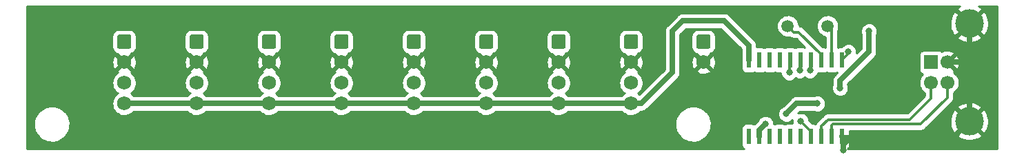
<source format=gbr>
G04 #@! TF.GenerationSoftware,KiCad,Pcbnew,(5.99.0-823-ga085f82be)*
G04 #@! TF.CreationDate,2020-04-11T14:47:26-07:00*
G04 #@! TF.ProjectId,USBtoTTL_Serial,55534274-6f54-4544-9c5f-53657269616c,n/c*
G04 #@! TF.SameCoordinates,Original*
G04 #@! TF.FileFunction,Copper,L1,Top*
G04 #@! TF.FilePolarity,Positive*
%FSLAX46Y46*%
G04 Gerber Fmt 4.6, Leading zero omitted, Abs format (unit mm)*
G04 Created by KiCad (PCBNEW (5.99.0-823-ga085f82be)) date 2020-04-11 14:47:26*
%MOMM*%
%LPD*%
G04 APERTURE LIST*
%ADD10C,1.740000*%
%ADD11R,1.700000X1.700000*%
%ADD12C,1.700000*%
%ADD13C,3.500000*%
%ADD14R,0.600000X1.950000*%
%ADD15C,1.500000*%
%ADD16C,0.800000*%
%ADD17C,0.635000*%
%ADD18C,0.304800*%
%ADD19C,0.254000*%
G04 APERTURE END LIST*
D10*
X139700000Y-115570000D03*
X139700000Y-113030000D03*
X139700000Y-110490000D03*
G04 #@! TA.AperFunction,ComponentPad*
G36*
X140415671Y-107099030D02*
G01*
X140496777Y-107153223D01*
X140550970Y-107234329D01*
X140570000Y-107329999D01*
X140570000Y-108570001D01*
X140550970Y-108665671D01*
X140496777Y-108746777D01*
X140415671Y-108800970D01*
X140320001Y-108820000D01*
X139079999Y-108820000D01*
X138984329Y-108800970D01*
X138903223Y-108746777D01*
X138849030Y-108665671D01*
X138830000Y-108570001D01*
X138830000Y-107329999D01*
X138849030Y-107234329D01*
X138903223Y-107153223D01*
X138984329Y-107099030D01*
X139079999Y-107080000D01*
X140320001Y-107080000D01*
X140415671Y-107099030D01*
G37*
G04 #@! TD.AperFunction*
X130810000Y-115570000D03*
X130810000Y-113030000D03*
X130810000Y-110490000D03*
G04 #@! TA.AperFunction,ComponentPad*
G36*
X131525671Y-107099030D02*
G01*
X131606777Y-107153223D01*
X131660970Y-107234329D01*
X131680000Y-107329999D01*
X131680000Y-108570001D01*
X131660970Y-108665671D01*
X131606777Y-108746777D01*
X131525671Y-108800970D01*
X131430001Y-108820000D01*
X130189999Y-108820000D01*
X130094329Y-108800970D01*
X130013223Y-108746777D01*
X129959030Y-108665671D01*
X129940000Y-108570001D01*
X129940000Y-107329999D01*
X129959030Y-107234329D01*
X130013223Y-107153223D01*
X130094329Y-107099030D01*
X130189999Y-107080000D01*
X131430001Y-107080000D01*
X131525671Y-107099030D01*
G37*
G04 #@! TD.AperFunction*
X121920000Y-115570000D03*
X121920000Y-113030000D03*
X121920000Y-110490000D03*
G04 #@! TA.AperFunction,ComponentPad*
G36*
X122635671Y-107099030D02*
G01*
X122716777Y-107153223D01*
X122770970Y-107234329D01*
X122790000Y-107329999D01*
X122790000Y-108570001D01*
X122770970Y-108665671D01*
X122716777Y-108746777D01*
X122635671Y-108800970D01*
X122540001Y-108820000D01*
X121299999Y-108820000D01*
X121204329Y-108800970D01*
X121123223Y-108746777D01*
X121069030Y-108665671D01*
X121050000Y-108570001D01*
X121050000Y-107329999D01*
X121069030Y-107234329D01*
X121123223Y-107153223D01*
X121204329Y-107099030D01*
X121299999Y-107080000D01*
X122540001Y-107080000D01*
X122635671Y-107099030D01*
G37*
G04 #@! TD.AperFunction*
X113030000Y-115570000D03*
X113030000Y-113030000D03*
X113030000Y-110490000D03*
G04 #@! TA.AperFunction,ComponentPad*
G36*
X113745671Y-107099030D02*
G01*
X113826777Y-107153223D01*
X113880970Y-107234329D01*
X113900000Y-107329999D01*
X113900000Y-108570001D01*
X113880970Y-108665671D01*
X113826777Y-108746777D01*
X113745671Y-108800970D01*
X113650001Y-108820000D01*
X112409999Y-108820000D01*
X112314329Y-108800970D01*
X112233223Y-108746777D01*
X112179030Y-108665671D01*
X112160000Y-108570001D01*
X112160000Y-107329999D01*
X112179030Y-107234329D01*
X112233223Y-107153223D01*
X112314329Y-107099030D01*
X112409999Y-107080000D01*
X113650001Y-107080000D01*
X113745671Y-107099030D01*
G37*
G04 #@! TD.AperFunction*
X104140000Y-115570000D03*
X104140000Y-113030000D03*
X104140000Y-110490000D03*
G04 #@! TA.AperFunction,ComponentPad*
G36*
X104855671Y-107099030D02*
G01*
X104936777Y-107153223D01*
X104990970Y-107234329D01*
X105010000Y-107329999D01*
X105010000Y-108570001D01*
X104990970Y-108665671D01*
X104936777Y-108746777D01*
X104855671Y-108800970D01*
X104760001Y-108820000D01*
X103519999Y-108820000D01*
X103424329Y-108800970D01*
X103343223Y-108746777D01*
X103289030Y-108665671D01*
X103270000Y-108570001D01*
X103270000Y-107329999D01*
X103289030Y-107234329D01*
X103343223Y-107153223D01*
X103424329Y-107099030D01*
X103519999Y-107080000D01*
X104760001Y-107080000D01*
X104855671Y-107099030D01*
G37*
G04 #@! TD.AperFunction*
X95250000Y-115570000D03*
X95250000Y-113030000D03*
X95250000Y-110490000D03*
G04 #@! TA.AperFunction,ComponentPad*
G36*
X95965671Y-107099030D02*
G01*
X96046777Y-107153223D01*
X96100970Y-107234329D01*
X96120000Y-107329999D01*
X96120000Y-108570001D01*
X96100970Y-108665671D01*
X96046777Y-108746777D01*
X95965671Y-108800970D01*
X95870001Y-108820000D01*
X94629999Y-108820000D01*
X94534329Y-108800970D01*
X94453223Y-108746777D01*
X94399030Y-108665671D01*
X94380000Y-108570001D01*
X94380000Y-107329999D01*
X94399030Y-107234329D01*
X94453223Y-107153223D01*
X94534329Y-107099030D01*
X94629999Y-107080000D01*
X95870001Y-107080000D01*
X95965671Y-107099030D01*
G37*
G04 #@! TD.AperFunction*
X86360000Y-115570000D03*
X86360000Y-113030000D03*
X86360000Y-110490000D03*
G04 #@! TA.AperFunction,ComponentPad*
G36*
X87075671Y-107099030D02*
G01*
X87156777Y-107153223D01*
X87210970Y-107234329D01*
X87230000Y-107329999D01*
X87230000Y-108570001D01*
X87210970Y-108665671D01*
X87156777Y-108746777D01*
X87075671Y-108800970D01*
X86980001Y-108820000D01*
X85739999Y-108820000D01*
X85644329Y-108800970D01*
X85563223Y-108746777D01*
X85509030Y-108665671D01*
X85490000Y-108570001D01*
X85490000Y-107329999D01*
X85509030Y-107234329D01*
X85563223Y-107153223D01*
X85644329Y-107099030D01*
X85739999Y-107080000D01*
X86980001Y-107080000D01*
X87075671Y-107099030D01*
G37*
G04 #@! TD.AperFunction*
X77470000Y-115570000D03*
X77470000Y-113030000D03*
X77470000Y-110490000D03*
G04 #@! TA.AperFunction,ComponentPad*
G36*
X78185671Y-107099030D02*
G01*
X78266777Y-107153223D01*
X78320970Y-107234329D01*
X78340000Y-107329999D01*
X78340000Y-108570001D01*
X78320970Y-108665671D01*
X78266777Y-108746777D01*
X78185671Y-108800970D01*
X78090001Y-108820000D01*
X76849999Y-108820000D01*
X76754329Y-108800970D01*
X76673223Y-108746777D01*
X76619030Y-108665671D01*
X76600000Y-108570001D01*
X76600000Y-107329999D01*
X76619030Y-107234329D01*
X76673223Y-107153223D01*
X76754329Y-107099030D01*
X76849999Y-107080000D01*
X78090001Y-107080000D01*
X78185671Y-107099030D01*
G37*
G04 #@! TD.AperFunction*
X148590000Y-110490000D03*
G04 #@! TA.AperFunction,ComponentPad*
G36*
X149305671Y-107099030D02*
G01*
X149386777Y-107153223D01*
X149440970Y-107234329D01*
X149460000Y-107329999D01*
X149460000Y-108570001D01*
X149440970Y-108665671D01*
X149386777Y-108746777D01*
X149305671Y-108800970D01*
X149210001Y-108820000D01*
X147969999Y-108820000D01*
X147874329Y-108800970D01*
X147793223Y-108746777D01*
X147739030Y-108665671D01*
X147720000Y-108570001D01*
X147720000Y-107329999D01*
X147739030Y-107234329D01*
X147793223Y-107153223D01*
X147874329Y-107099030D01*
X147969999Y-107080000D01*
X149210001Y-107080000D01*
X149305671Y-107099030D01*
G37*
G04 #@! TD.AperFunction*
D11*
X176530000Y-110490000D03*
D12*
X176530000Y-112990000D03*
X178530000Y-112990000D03*
X178530000Y-110490000D03*
D13*
X181240000Y-105720000D03*
X181240000Y-117760000D03*
D14*
X165608000Y-110235000D03*
X164338000Y-110235000D03*
X163068000Y-110235000D03*
X161798000Y-110235000D03*
X160528000Y-110235000D03*
X159258000Y-110235000D03*
X157988000Y-110235000D03*
X156718000Y-110235000D03*
X155448000Y-110235000D03*
X154178000Y-110235000D03*
X154178000Y-119635000D03*
X155448000Y-119635000D03*
X156718000Y-119635000D03*
X157988000Y-119635000D03*
X159258000Y-119635000D03*
X160528000Y-119635000D03*
X161798000Y-119635000D03*
X163068000Y-119635000D03*
X164338000Y-119635000D03*
X165608000Y-119635000D03*
D15*
X163830000Y-106045000D03*
X158950000Y-106045000D03*
D16*
X170180000Y-104140000D03*
X170180000Y-109855000D03*
X168910000Y-106680000D03*
X160528000Y-117729000D03*
X165354000Y-113665000D03*
X166370000Y-109220000D03*
X159131000Y-111760000D03*
X160401000Y-111506000D03*
X161671000Y-111506000D03*
X156205761Y-118098790D03*
X162560000Y-115570000D03*
X158750000Y-116840000D03*
X165735000Y-121285000D03*
D17*
X170180000Y-109855000D02*
X170180000Y-104140000D01*
X165354000Y-113665000D02*
X165354000Y-112776000D01*
X168910000Y-109220000D02*
X168910000Y-106680000D01*
X165354000Y-112776000D02*
X168910000Y-109220000D01*
D18*
X164338000Y-106553000D02*
X163830000Y-106045000D01*
X164338000Y-110235000D02*
X164338000Y-106553000D01*
X159699999Y-106794999D02*
X158950000Y-106045000D01*
X163068000Y-109560000D02*
X160302999Y-106794999D01*
X160302999Y-106794999D02*
X159699999Y-106794999D01*
X163068000Y-110235000D02*
X163068000Y-109560000D01*
X161798000Y-118999000D02*
X160528000Y-117729000D01*
X161798000Y-119635000D02*
X161798000Y-118999000D01*
X166370000Y-109473000D02*
X165608000Y-110235000D01*
X166370000Y-109220000D02*
X166370000Y-109473000D01*
X159131000Y-110362000D02*
X159258000Y-110235000D01*
X159131000Y-111760000D02*
X159131000Y-110362000D01*
X160401000Y-110362000D02*
X160528000Y-110235000D01*
X160401000Y-111506000D02*
X160401000Y-110362000D01*
X163068000Y-119635000D02*
X163068000Y-118355200D01*
X161671000Y-110362000D02*
X161798000Y-110235000D01*
X161671000Y-111506000D02*
X161671000Y-110362000D01*
D17*
X77470000Y-115570000D02*
X86360000Y-115570000D01*
X86360000Y-115570000D02*
X95250000Y-115570000D01*
X95250000Y-115570000D02*
X104140000Y-115570000D01*
X104140000Y-115570000D02*
X113030000Y-115570000D01*
X113030000Y-115570000D02*
X121920000Y-115570000D01*
X121920000Y-115570000D02*
X130810000Y-115570000D01*
X130810000Y-115570000D02*
X139700000Y-115570000D01*
X154178000Y-110235000D02*
X154178000Y-108458000D01*
X154178000Y-108458000D02*
X151130000Y-105410000D01*
X151130000Y-105410000D02*
X146050000Y-105410000D01*
X146050000Y-105410000D02*
X144780000Y-106680000D01*
X144780000Y-106680000D02*
X144780000Y-111760000D01*
X140970000Y-115570000D02*
X139700000Y-115570000D01*
X144780000Y-111760000D02*
X140970000Y-115570000D01*
X155448000Y-118856551D02*
X155448000Y-119635000D01*
X156205761Y-118098790D02*
X155448000Y-118856551D01*
X180870000Y-110490000D02*
X181240000Y-110120000D01*
X178530000Y-110490000D02*
X180870000Y-110490000D01*
X181240000Y-110120000D02*
X181240000Y-117760000D01*
X181240000Y-105720000D02*
X181240000Y-110120000D01*
X162560000Y-115570000D02*
X161329098Y-115570000D01*
X160020000Y-115570000D02*
X158750000Y-116840000D01*
X161329098Y-115570000D02*
X160020000Y-115570000D01*
X165735000Y-119762000D02*
X165608000Y-119635000D01*
X165735000Y-121285000D02*
X165735000Y-119762000D01*
D18*
X164338000Y-119635000D02*
X164338000Y-118237000D01*
X164338000Y-118237000D02*
X164465000Y-118110000D01*
X164465000Y-118110000D02*
X175260000Y-118110000D01*
X178530000Y-114840000D02*
X178530000Y-112990000D01*
X175260000Y-118110000D02*
X178530000Y-114840000D01*
X163889100Y-117534100D02*
X173930900Y-117534100D01*
X163068000Y-118355200D02*
X163889100Y-117534100D01*
X176530000Y-114935000D02*
X176530000Y-112990000D01*
X173930900Y-117534100D02*
X176530000Y-114935000D01*
D17*
X165735000Y-121285000D02*
X165735000Y-120650000D01*
X165735000Y-120650000D02*
X166370000Y-120015000D01*
X178985000Y-120015000D02*
X181240000Y-117760000D01*
X166370000Y-120015000D02*
X178985000Y-120015000D01*
G36*
X179859473Y-103770196D02*
G01*
X179852659Y-103775038D01*
X179709924Y-103891451D01*
X179704261Y-104003242D01*
X181187809Y-105486790D01*
X181292191Y-105486790D01*
X182777502Y-104001479D01*
X182769271Y-103886665D01*
X182544677Y-103718648D01*
X182537666Y-103714095D01*
X182388985Y-103631000D01*
X184659000Y-103631000D01*
X184659000Y-121159000D01*
X166240057Y-121159000D01*
X166392590Y-121031010D01*
X166406761Y-121014121D01*
X166507359Y-120839880D01*
X166514900Y-120819163D01*
X166548878Y-120626462D01*
X166549837Y-120615501D01*
X166549837Y-119836809D01*
X166476028Y-119763000D01*
X165480000Y-119762999D01*
X165480001Y-119507000D01*
X166476028Y-119507001D01*
X166504759Y-119478270D01*
X179702749Y-119478270D01*
X179705585Y-119586503D01*
X179759307Y-119634871D01*
X179765875Y-119640039D01*
X180020275Y-119814231D01*
X180027471Y-119818486D01*
X180302675Y-119957501D01*
X180310370Y-119960768D01*
X180601542Y-120062165D01*
X180609602Y-120064385D01*
X180911627Y-120126382D01*
X180919909Y-120127517D01*
X181227480Y-120149024D01*
X181235840Y-120149053D01*
X181543554Y-120129693D01*
X181551844Y-120128616D01*
X181854295Y-120068730D01*
X181862369Y-120066566D01*
X182154243Y-119967205D01*
X182161961Y-119963992D01*
X182438129Y-119826901D01*
X182445354Y-119822696D01*
X182700965Y-119650284D01*
X182707570Y-119645161D01*
X182773573Y-119586561D01*
X182776800Y-119477819D01*
X181292191Y-117993210D01*
X181187809Y-117993210D01*
X179702749Y-119478270D01*
X166504759Y-119478270D01*
X166549837Y-119433192D01*
X166549837Y-118898400D01*
X175171681Y-118898400D01*
X175187277Y-118901929D01*
X175205173Y-118903369D01*
X175285263Y-118898400D01*
X175312040Y-118898400D01*
X175320981Y-118897763D01*
X175340436Y-118894977D01*
X175412468Y-118890508D01*
X175430047Y-118886868D01*
X175451739Y-118879037D01*
X175474574Y-118875767D01*
X175491805Y-118870728D01*
X175557512Y-118840853D01*
X175625586Y-118816278D01*
X175641753Y-118807618D01*
X175659516Y-118794474D01*
X175680874Y-118784763D01*
X175695999Y-118775091D01*
X175758560Y-118721184D01*
X175774865Y-118709119D01*
X175781950Y-118703015D01*
X175796286Y-118688678D01*
X175853341Y-118639517D01*
X175865143Y-118625988D01*
X175876503Y-118608461D01*
X176779155Y-117705809D01*
X178851558Y-117705809D01*
X178864470Y-118013860D01*
X178865372Y-118022171D01*
X178918912Y-118325810D01*
X178920906Y-118333928D01*
X179014133Y-118627819D01*
X179017183Y-118635602D01*
X179148461Y-118914580D01*
X179152514Y-118921892D01*
X179319535Y-119181057D01*
X179324519Y-119187768D01*
X179412792Y-119291490D01*
X179523062Y-119295919D01*
X181006790Y-117812191D01*
X181006790Y-117707809D01*
X181473210Y-117707809D01*
X181473210Y-117812191D01*
X182957154Y-119296135D01*
X183066915Y-119292110D01*
X183145467Y-119201105D01*
X183150498Y-119194429D01*
X183319324Y-118936437D01*
X183323428Y-118929153D01*
X183456650Y-118651098D01*
X183459755Y-118643336D01*
X183555031Y-118350105D01*
X183557081Y-118342001D01*
X183612879Y-118037985D01*
X183613896Y-118028137D01*
X183624161Y-117608149D01*
X183623626Y-117598262D01*
X183582746Y-117291884D01*
X183581094Y-117283689D01*
X183500255Y-116986152D01*
X183497533Y-116978248D01*
X183378053Y-116694017D01*
X183374310Y-116686542D01*
X183218289Y-116420611D01*
X183213590Y-116413696D01*
X183070590Y-116230665D01*
X182957284Y-116223735D01*
X181473210Y-117707809D01*
X181006790Y-117707809D01*
X179519527Y-116220546D01*
X179403212Y-116230109D01*
X179211764Y-116497522D01*
X179207359Y-116504627D01*
X179062610Y-116776859D01*
X179059183Y-116784484D01*
X178951710Y-117073470D01*
X178949322Y-117081481D01*
X178881014Y-117382142D01*
X178879706Y-117390399D01*
X178851763Y-117697452D01*
X178851558Y-117705809D01*
X176779155Y-117705809D01*
X178441722Y-116043242D01*
X179704261Y-116043242D01*
X181187809Y-117526790D01*
X181292191Y-117526790D01*
X182777502Y-116041479D01*
X182769271Y-115926665D01*
X182544677Y-115758648D01*
X182537666Y-115754095D01*
X182268525Y-115603677D01*
X182260973Y-115600091D01*
X181974302Y-115486590D01*
X181966343Y-115484035D01*
X181667179Y-115409445D01*
X181658951Y-115407964D01*
X181352550Y-115373596D01*
X181344199Y-115373217D01*
X181035944Y-115379674D01*
X181027616Y-115380403D01*
X180722923Y-115427572D01*
X180714765Y-115429395D01*
X180418987Y-115516448D01*
X180411142Y-115519334D01*
X180129475Y-115644739D01*
X180122080Y-115648638D01*
X179859473Y-115810196D01*
X179852659Y-115815038D01*
X179709924Y-115931451D01*
X179704261Y-116043242D01*
X178441722Y-116043242D01*
X179025028Y-115459937D01*
X179038555Y-115451402D01*
X179052227Y-115439766D01*
X179105355Y-115379610D01*
X179124280Y-115360686D01*
X179130152Y-115353914D01*
X179141936Y-115338191D01*
X179189715Y-115284091D01*
X179199571Y-115269086D01*
X179209372Y-115248210D01*
X179223204Y-115229755D01*
X179231826Y-115214007D01*
X179257160Y-115146427D01*
X179287922Y-115080907D01*
X179293230Y-115063353D01*
X179296497Y-115041494D01*
X179304732Y-115019526D01*
X179308587Y-115001994D01*
X179314707Y-114919651D01*
X179317707Y-114899572D01*
X179318400Y-114890249D01*
X179318400Y-114869959D01*
X179323980Y-114794870D01*
X179322759Y-114776958D01*
X179318400Y-114756538D01*
X179318400Y-114247793D01*
X179391330Y-114204491D01*
X179400012Y-114198286D01*
X179583645Y-114042004D01*
X179591158Y-114034424D01*
X179745833Y-113849435D01*
X179751962Y-113840698D01*
X179873256Y-113632294D01*
X179877825Y-113622650D01*
X179962272Y-113396787D01*
X179965151Y-113386511D01*
X180010392Y-113149351D01*
X180011507Y-113138128D01*
X180014077Y-112870341D01*
X180013178Y-112859099D01*
X179972499Y-112621114D01*
X179969817Y-112610784D01*
X179889723Y-112383343D01*
X179885339Y-112373612D01*
X179768067Y-112162916D01*
X179762107Y-112154064D01*
X179611013Y-111966140D01*
X179603647Y-111958417D01*
X179423049Y-111798638D01*
X179414486Y-111792267D01*
X179330842Y-111740406D01*
X179412936Y-111691662D01*
X179428285Y-111569304D01*
X178348980Y-110490000D01*
X178401171Y-110437809D01*
X178763210Y-110437809D01*
X178763210Y-110542191D01*
X179610119Y-111389100D01*
X179733085Y-111373129D01*
X179873256Y-111132294D01*
X179877825Y-111122650D01*
X179962272Y-110896787D01*
X179965151Y-110886511D01*
X180010392Y-110649351D01*
X180011507Y-110638128D01*
X180014077Y-110370341D01*
X180013178Y-110359099D01*
X179972499Y-110121114D01*
X179969817Y-110110784D01*
X179889723Y-109883343D01*
X179885339Y-109873612D01*
X179768068Y-109662917D01*
X179762109Y-109654066D01*
X179718981Y-109600422D01*
X179606682Y-109594337D01*
X178763210Y-110437809D01*
X178401171Y-110437809D01*
X179426767Y-109412214D01*
X179412765Y-109291199D01*
X179209549Y-109165201D01*
X179200036Y-109160365D01*
X178976619Y-109069645D01*
X178966427Y-109066480D01*
X178730919Y-109014700D01*
X178720340Y-109013298D01*
X178479475Y-109001939D01*
X178468809Y-109002339D01*
X178229474Y-109031727D01*
X178219030Y-109033918D01*
X177988068Y-109103210D01*
X177978142Y-109107130D01*
X177824496Y-109183400D01*
X177801010Y-109155410D01*
X177784121Y-109141239D01*
X177609880Y-109040641D01*
X177589163Y-109033100D01*
X177396462Y-108999122D01*
X177385501Y-108998163D01*
X175671742Y-108998163D01*
X175655366Y-109000319D01*
X175376142Y-109075137D01*
X175351662Y-109087880D01*
X175195410Y-109218990D01*
X175181239Y-109235879D01*
X175080641Y-109410120D01*
X175073100Y-109430837D01*
X175039122Y-109623538D01*
X175038163Y-109634499D01*
X175038163Y-111348258D01*
X175040319Y-111364634D01*
X175115137Y-111643859D01*
X175127880Y-111668339D01*
X175258990Y-111824590D01*
X175275879Y-111838761D01*
X175450120Y-111939359D01*
X175470837Y-111946900D01*
X175473824Y-111947427D01*
X175382029Y-112041822D01*
X175375263Y-112050074D01*
X175238683Y-112248798D01*
X175233403Y-112258073D01*
X175132260Y-112476968D01*
X175128618Y-112487000D01*
X175065802Y-112719807D01*
X175063903Y-112730309D01*
X175041211Y-112970372D01*
X175041109Y-112981043D01*
X175059188Y-113221497D01*
X175060885Y-113232034D01*
X175119221Y-113466005D01*
X175122669Y-113476104D01*
X175219591Y-113696900D01*
X175224692Y-113706275D01*
X175357430Y-113907584D01*
X175364038Y-113915965D01*
X175528798Y-114092032D01*
X175536722Y-114099180D01*
X175728792Y-114244968D01*
X175737808Y-114250678D01*
X175741600Y-114252652D01*
X175741600Y-114608435D01*
X173604336Y-116745700D01*
X163977419Y-116745700D01*
X163961823Y-116742171D01*
X163943927Y-116740731D01*
X163863837Y-116745700D01*
X163837060Y-116745700D01*
X163828118Y-116746337D01*
X163808663Y-116749123D01*
X163736630Y-116753592D01*
X163719050Y-116757233D01*
X163697360Y-116765063D01*
X163674528Y-116768333D01*
X163657295Y-116773372D01*
X163591592Y-116803246D01*
X163523515Y-116827822D01*
X163507348Y-116836482D01*
X163489585Y-116849625D01*
X163468226Y-116859337D01*
X163453102Y-116869009D01*
X163390546Y-116922910D01*
X163374232Y-116934982D01*
X163367148Y-116941086D01*
X163352807Y-116955428D01*
X163295759Y-117004584D01*
X163283956Y-117018114D01*
X163272597Y-117035639D01*
X162572974Y-117735262D01*
X162559445Y-117743798D01*
X162545773Y-117755434D01*
X162492640Y-117815596D01*
X162473719Y-117834516D01*
X162467846Y-117841290D01*
X162456067Y-117857007D01*
X162408287Y-117911109D01*
X162398431Y-117926113D01*
X162388629Y-117946990D01*
X162374795Y-117965449D01*
X162366174Y-117981196D01*
X162340839Y-118048777D01*
X162333693Y-118063997D01*
X162327880Y-118060641D01*
X162307163Y-118053100D01*
X162114462Y-118019122D01*
X162103501Y-118018163D01*
X161932128Y-118018163D01*
X161564000Y-117650035D01*
X161564000Y-117600938D01*
X161561844Y-117584562D01*
X161495554Y-117337165D01*
X161489233Y-117321905D01*
X161361171Y-117100095D01*
X161351116Y-117086991D01*
X161170009Y-116905884D01*
X161156905Y-116895829D01*
X160935095Y-116767767D01*
X160919835Y-116761446D01*
X160672438Y-116695156D01*
X160656062Y-116693000D01*
X160399938Y-116693000D01*
X160383562Y-116695156D01*
X160191956Y-116746497D01*
X160414953Y-116523500D01*
X162139511Y-116523500D01*
X162152905Y-116531233D01*
X162168165Y-116537554D01*
X162415562Y-116603844D01*
X162431938Y-116606000D01*
X162688062Y-116606000D01*
X162704438Y-116603844D01*
X162951835Y-116537554D01*
X162967095Y-116531233D01*
X163188905Y-116403171D01*
X163202009Y-116393116D01*
X163383116Y-116212009D01*
X163393171Y-116198905D01*
X163521233Y-115977095D01*
X163527554Y-115961835D01*
X163593844Y-115714438D01*
X163596000Y-115698062D01*
X163596000Y-115441938D01*
X163593844Y-115425562D01*
X163527554Y-115178165D01*
X163521233Y-115162905D01*
X163393171Y-114941095D01*
X163383116Y-114927991D01*
X163202009Y-114746884D01*
X163188905Y-114736829D01*
X162967095Y-114608767D01*
X162951835Y-114602446D01*
X162704438Y-114536156D01*
X162688062Y-114534000D01*
X162431938Y-114534000D01*
X162415562Y-114536156D01*
X162168165Y-114602446D01*
X162152905Y-114608767D01*
X162139511Y-114616500D01*
X160082489Y-114616500D01*
X160028258Y-114609360D01*
X160011740Y-114609360D01*
X159949321Y-114617578D01*
X159779345Y-114639956D01*
X159763391Y-114644231D01*
X159546832Y-114733933D01*
X159532528Y-114742191D01*
X159346564Y-114884885D01*
X159334885Y-114896565D01*
X159301586Y-114939961D01*
X158373105Y-115868443D01*
X158358165Y-115872446D01*
X158342905Y-115878767D01*
X158121095Y-116006829D01*
X158107991Y-116016884D01*
X157926884Y-116197991D01*
X157916829Y-116211095D01*
X157788767Y-116432905D01*
X157782446Y-116448165D01*
X157716156Y-116695562D01*
X157714000Y-116711938D01*
X157714000Y-116968062D01*
X157716156Y-116984438D01*
X157782446Y-117231835D01*
X157788767Y-117247095D01*
X157916829Y-117468905D01*
X157926884Y-117482009D01*
X158107991Y-117663116D01*
X158121095Y-117673171D01*
X158342905Y-117801233D01*
X158358165Y-117807554D01*
X158605562Y-117873844D01*
X158621938Y-117876000D01*
X158878062Y-117876000D01*
X158894438Y-117873844D01*
X159141835Y-117807554D01*
X159157095Y-117801233D01*
X159378905Y-117673171D01*
X159392009Y-117663116D01*
X159502792Y-117552333D01*
X159494156Y-117584562D01*
X159492000Y-117600938D01*
X159492000Y-117857062D01*
X159494156Y-117873438D01*
X159532935Y-118018163D01*
X158949742Y-118018163D01*
X158933366Y-118020319D01*
X158654142Y-118095137D01*
X158629662Y-118107880D01*
X158617449Y-118118127D01*
X158517880Y-118060641D01*
X158497163Y-118053100D01*
X158304462Y-118019122D01*
X158293501Y-118018163D01*
X157679742Y-118018163D01*
X157663366Y-118020319D01*
X157384142Y-118095137D01*
X157359662Y-118107880D01*
X157347449Y-118118127D01*
X157247880Y-118060641D01*
X157241761Y-118058414D01*
X157241761Y-117970728D01*
X157239605Y-117954352D01*
X157173315Y-117706955D01*
X157166994Y-117691695D01*
X157038932Y-117469885D01*
X157028877Y-117456781D01*
X156847770Y-117275674D01*
X156834666Y-117265619D01*
X156612856Y-117137557D01*
X156597596Y-117131236D01*
X156350199Y-117064946D01*
X156333823Y-117062790D01*
X156077699Y-117062790D01*
X156061323Y-117064946D01*
X155813926Y-117131236D01*
X155798666Y-117137557D01*
X155576856Y-117265619D01*
X155563752Y-117275674D01*
X155382645Y-117456781D01*
X155372590Y-117469885D01*
X155244528Y-117691695D01*
X155238207Y-117706954D01*
X155234203Y-117721895D01*
X154867118Y-118088980D01*
X154844142Y-118095137D01*
X154819662Y-118107880D01*
X154807449Y-118118127D01*
X154707880Y-118060641D01*
X154687163Y-118053100D01*
X154494462Y-118019122D01*
X154483501Y-118018163D01*
X153869742Y-118018163D01*
X153853366Y-118020319D01*
X153574142Y-118095137D01*
X153549662Y-118107880D01*
X153393410Y-118238990D01*
X153379239Y-118255879D01*
X153278641Y-118430120D01*
X153271100Y-118450837D01*
X153237122Y-118643538D01*
X153236163Y-118654499D01*
X153236163Y-120618258D01*
X153238319Y-120634634D01*
X153313137Y-120913859D01*
X153325880Y-120938339D01*
X153456990Y-121094590D01*
X153473879Y-121108761D01*
X153560896Y-121159000D01*
X65531000Y-121159000D01*
X65531000Y-118234598D01*
X66344541Y-118234598D01*
X66345035Y-118243164D01*
X66382133Y-118536832D01*
X66383785Y-118545252D01*
X66460397Y-118831168D01*
X66463176Y-118839285D01*
X66577881Y-119112159D01*
X66581736Y-119119824D01*
X66732413Y-119374606D01*
X66737273Y-119381677D01*
X66921134Y-119613652D01*
X66926909Y-119619998D01*
X67140551Y-119824873D01*
X67147133Y-119830377D01*
X67386605Y-120004363D01*
X67393873Y-120008922D01*
X67654740Y-120148798D01*
X67662560Y-120152329D01*
X67939998Y-120255507D01*
X67948224Y-120257944D01*
X68237098Y-120322514D01*
X68245579Y-120323812D01*
X68540543Y-120348581D01*
X68549122Y-120348716D01*
X68844718Y-120333225D01*
X68853236Y-120332194D01*
X69143996Y-120276728D01*
X69152295Y-120274551D01*
X69432836Y-120180138D01*
X69440762Y-120176855D01*
X69705895Y-120045242D01*
X69713303Y-120040914D01*
X69958121Y-119874536D01*
X69964873Y-119869242D01*
X70184846Y-119671178D01*
X70190816Y-119665016D01*
X70381873Y-119438930D01*
X70386953Y-119432015D01*
X70545559Y-119182093D01*
X70549653Y-119174553D01*
X70672873Y-118905417D01*
X70675905Y-118897391D01*
X70761459Y-118614022D01*
X70763375Y-118605659D01*
X70809731Y-118312974D01*
X70810505Y-118303766D01*
X70811229Y-118234598D01*
X145084541Y-118234598D01*
X145085035Y-118243164D01*
X145122133Y-118536832D01*
X145123785Y-118545252D01*
X145200397Y-118831168D01*
X145203176Y-118839285D01*
X145317881Y-119112159D01*
X145321736Y-119119824D01*
X145472413Y-119374606D01*
X145477273Y-119381677D01*
X145661134Y-119613652D01*
X145666909Y-119619998D01*
X145880551Y-119824873D01*
X145887133Y-119830377D01*
X146126605Y-120004363D01*
X146133873Y-120008922D01*
X146394740Y-120148798D01*
X146402560Y-120152329D01*
X146679998Y-120255507D01*
X146688224Y-120257944D01*
X146977098Y-120322514D01*
X146985579Y-120323812D01*
X147280543Y-120348581D01*
X147289122Y-120348716D01*
X147584718Y-120333225D01*
X147593236Y-120332194D01*
X147883996Y-120276728D01*
X147892295Y-120274551D01*
X148172836Y-120180138D01*
X148180762Y-120176855D01*
X148445895Y-120045242D01*
X148453303Y-120040914D01*
X148698121Y-119874536D01*
X148704873Y-119869242D01*
X148924846Y-119671178D01*
X148930816Y-119665016D01*
X149121873Y-119438930D01*
X149126953Y-119432015D01*
X149285559Y-119182093D01*
X149289653Y-119174553D01*
X149412873Y-118905417D01*
X149415905Y-118897391D01*
X149501459Y-118614022D01*
X149503375Y-118605659D01*
X149549731Y-118312974D01*
X149550505Y-118303766D01*
X149554073Y-117962988D01*
X149553493Y-117953766D01*
X149513276Y-117660176D01*
X149511536Y-117651774D01*
X149431936Y-117366675D01*
X149429072Y-117358588D01*
X149311515Y-117086930D01*
X149307580Y-117079306D01*
X149154243Y-116826116D01*
X149149309Y-116819096D01*
X148963029Y-116589060D01*
X148957188Y-116582775D01*
X148741412Y-116380147D01*
X148734772Y-116374713D01*
X148493493Y-116203244D01*
X148486177Y-116198761D01*
X148223859Y-116061625D01*
X148216003Y-116058176D01*
X147937500Y-115957909D01*
X147929248Y-115955558D01*
X147639715Y-115894016D01*
X147631220Y-115892807D01*
X147336013Y-115871128D01*
X147327433Y-115871083D01*
X147032015Y-115889669D01*
X147023508Y-115890789D01*
X146733346Y-115949297D01*
X146725070Y-115951561D01*
X146445533Y-116048905D01*
X146437641Y-116052272D01*
X146173901Y-116186654D01*
X146166539Y-116191060D01*
X145923476Y-116359992D01*
X145916781Y-116365357D01*
X145698894Y-116565713D01*
X145692988Y-116571937D01*
X145504309Y-116800011D01*
X145499302Y-116806979D01*
X145343323Y-117058549D01*
X145339308Y-117066131D01*
X145218912Y-117336543D01*
X145215964Y-117344601D01*
X145133382Y-117628850D01*
X145131554Y-117637233D01*
X145088313Y-117930059D01*
X145087640Y-117938613D01*
X145084541Y-118234598D01*
X70811229Y-118234598D01*
X70814073Y-117962988D01*
X70813493Y-117953766D01*
X70773276Y-117660176D01*
X70771536Y-117651774D01*
X70691936Y-117366675D01*
X70689072Y-117358588D01*
X70571515Y-117086930D01*
X70567580Y-117079306D01*
X70414243Y-116826116D01*
X70409309Y-116819096D01*
X70223029Y-116589060D01*
X70217188Y-116582775D01*
X70001412Y-116380147D01*
X69994772Y-116374713D01*
X69753493Y-116203244D01*
X69746177Y-116198761D01*
X69483859Y-116061625D01*
X69476003Y-116058176D01*
X69197500Y-115957909D01*
X69189248Y-115955558D01*
X68899715Y-115894016D01*
X68891220Y-115892807D01*
X68596013Y-115871128D01*
X68587433Y-115871083D01*
X68292015Y-115889669D01*
X68283508Y-115890789D01*
X67993346Y-115949297D01*
X67985070Y-115951561D01*
X67705533Y-116048905D01*
X67697641Y-116052272D01*
X67433901Y-116186654D01*
X67426539Y-116191060D01*
X67183476Y-116359992D01*
X67176781Y-116365357D01*
X66958894Y-116565713D01*
X66952988Y-116571937D01*
X66764309Y-116800011D01*
X66759302Y-116806979D01*
X66603323Y-117058549D01*
X66599308Y-117066131D01*
X66478912Y-117336543D01*
X66475964Y-117344601D01*
X66393382Y-117628850D01*
X66391554Y-117637233D01*
X66348313Y-117930059D01*
X66347640Y-117938613D01*
X66344541Y-118234598D01*
X65531000Y-118234598D01*
X65531000Y-113020851D01*
X75961037Y-113020851D01*
X75979371Y-113264689D01*
X75981068Y-113275226D01*
X76040225Y-113512490D01*
X76043673Y-113522589D01*
X76141959Y-113746493D01*
X76147060Y-113755868D01*
X76281668Y-113960011D01*
X76288275Y-113968392D01*
X76455353Y-114146937D01*
X76463278Y-114154084D01*
X76657184Y-114301268D01*
X76485043Y-114426796D01*
X76476982Y-114433791D01*
X76306507Y-114609095D01*
X76299740Y-114617347D01*
X76161239Y-114818868D01*
X76155959Y-114828143D01*
X76053392Y-115050120D01*
X76049751Y-115060151D01*
X75986049Y-115296235D01*
X75984150Y-115306737D01*
X75961139Y-115550180D01*
X75961037Y-115560851D01*
X75979371Y-115804689D01*
X75981068Y-115815226D01*
X76040225Y-116052490D01*
X76043673Y-116062589D01*
X76141959Y-116286493D01*
X76147060Y-116295868D01*
X76281668Y-116500011D01*
X76288275Y-116508392D01*
X76455353Y-116686937D01*
X76463278Y-116694084D01*
X76658051Y-116841926D01*
X76667067Y-116847636D01*
X76883965Y-116960546D01*
X76893814Y-116964656D01*
X77126636Y-117039407D01*
X77137037Y-117041798D01*
X77379124Y-117076253D01*
X77389779Y-117076858D01*
X77634211Y-117070030D01*
X77644816Y-117068831D01*
X77884603Y-117020917D01*
X77894854Y-117017948D01*
X78123139Y-116930318D01*
X78132743Y-116925665D01*
X78343001Y-116800823D01*
X78351683Y-116794618D01*
X78537901Y-116636135D01*
X78545414Y-116628556D01*
X78633254Y-116523500D01*
X85192412Y-116523500D01*
X85345353Y-116686937D01*
X85353278Y-116694084D01*
X85548051Y-116841926D01*
X85557067Y-116847636D01*
X85773965Y-116960546D01*
X85783814Y-116964656D01*
X86016636Y-117039407D01*
X86027037Y-117041798D01*
X86269124Y-117076253D01*
X86279779Y-117076858D01*
X86524211Y-117070030D01*
X86534816Y-117068831D01*
X86774603Y-117020917D01*
X86784854Y-117017948D01*
X87013139Y-116930318D01*
X87022743Y-116925665D01*
X87233001Y-116800823D01*
X87241683Y-116794618D01*
X87427901Y-116636135D01*
X87435414Y-116628556D01*
X87523254Y-116523500D01*
X94082412Y-116523500D01*
X94235353Y-116686937D01*
X94243278Y-116694084D01*
X94438051Y-116841926D01*
X94447067Y-116847636D01*
X94663965Y-116960546D01*
X94673814Y-116964656D01*
X94906636Y-117039407D01*
X94917037Y-117041798D01*
X95159124Y-117076253D01*
X95169779Y-117076858D01*
X95414211Y-117070030D01*
X95424816Y-117068831D01*
X95664603Y-117020917D01*
X95674854Y-117017948D01*
X95903139Y-116930318D01*
X95912743Y-116925665D01*
X96123001Y-116800823D01*
X96131683Y-116794618D01*
X96317901Y-116636135D01*
X96325414Y-116628556D01*
X96413254Y-116523500D01*
X102972412Y-116523500D01*
X103125353Y-116686937D01*
X103133278Y-116694084D01*
X103328051Y-116841926D01*
X103337067Y-116847636D01*
X103553965Y-116960546D01*
X103563814Y-116964656D01*
X103796636Y-117039407D01*
X103807037Y-117041798D01*
X104049124Y-117076253D01*
X104059779Y-117076858D01*
X104304211Y-117070030D01*
X104314816Y-117068831D01*
X104554603Y-117020917D01*
X104564854Y-117017948D01*
X104793139Y-116930318D01*
X104802743Y-116925665D01*
X105013001Y-116800823D01*
X105021683Y-116794618D01*
X105207901Y-116636135D01*
X105215414Y-116628556D01*
X105303254Y-116523500D01*
X111862412Y-116523500D01*
X112015353Y-116686937D01*
X112023278Y-116694084D01*
X112218051Y-116841926D01*
X112227067Y-116847636D01*
X112443965Y-116960546D01*
X112453814Y-116964656D01*
X112686636Y-117039407D01*
X112697037Y-117041798D01*
X112939124Y-117076253D01*
X112949779Y-117076858D01*
X113194211Y-117070030D01*
X113204816Y-117068831D01*
X113444603Y-117020917D01*
X113454854Y-117017948D01*
X113683139Y-116930318D01*
X113692743Y-116925665D01*
X113903001Y-116800823D01*
X113911683Y-116794618D01*
X114097901Y-116636135D01*
X114105414Y-116628556D01*
X114193254Y-116523500D01*
X120752412Y-116523500D01*
X120905353Y-116686937D01*
X120913278Y-116694084D01*
X121108051Y-116841926D01*
X121117067Y-116847636D01*
X121333965Y-116960546D01*
X121343814Y-116964656D01*
X121576636Y-117039407D01*
X121587037Y-117041798D01*
X121829124Y-117076253D01*
X121839779Y-117076858D01*
X122084211Y-117070030D01*
X122094816Y-117068831D01*
X122334603Y-117020917D01*
X122344854Y-117017948D01*
X122573139Y-116930318D01*
X122582743Y-116925665D01*
X122793001Y-116800823D01*
X122801683Y-116794618D01*
X122987901Y-116636135D01*
X122995414Y-116628556D01*
X123083254Y-116523500D01*
X129642412Y-116523500D01*
X129795353Y-116686937D01*
X129803278Y-116694084D01*
X129998051Y-116841926D01*
X130007067Y-116847636D01*
X130223965Y-116960546D01*
X130233814Y-116964656D01*
X130466636Y-117039407D01*
X130477037Y-117041798D01*
X130719124Y-117076253D01*
X130729779Y-117076858D01*
X130974211Y-117070030D01*
X130984816Y-117068831D01*
X131224603Y-117020917D01*
X131234854Y-117017948D01*
X131463139Y-116930318D01*
X131472743Y-116925665D01*
X131683001Y-116800823D01*
X131691683Y-116794618D01*
X131877901Y-116636135D01*
X131885414Y-116628556D01*
X131973254Y-116523500D01*
X138532412Y-116523500D01*
X138685353Y-116686937D01*
X138693278Y-116694084D01*
X138888051Y-116841926D01*
X138897067Y-116847636D01*
X139113965Y-116960546D01*
X139123814Y-116964656D01*
X139356636Y-117039407D01*
X139367037Y-117041798D01*
X139609124Y-117076253D01*
X139619779Y-117076858D01*
X139864211Y-117070030D01*
X139874816Y-117068831D01*
X140114603Y-117020917D01*
X140124854Y-117017948D01*
X140353139Y-116930318D01*
X140362743Y-116925665D01*
X140573001Y-116800823D01*
X140581683Y-116794618D01*
X140767901Y-116636135D01*
X140775414Y-116628556D01*
X140863254Y-116523500D01*
X140907508Y-116523500D01*
X140961741Y-116530640D01*
X140978259Y-116530640D01*
X141040680Y-116522422D01*
X141210655Y-116500044D01*
X141226609Y-116495769D01*
X141443168Y-116406067D01*
X141457472Y-116397809D01*
X141643436Y-116255115D01*
X141655115Y-116243436D01*
X141688424Y-116200027D01*
X145410031Y-112478421D01*
X145453436Y-112445115D01*
X145465115Y-112433436D01*
X145607809Y-112247472D01*
X145616067Y-112233168D01*
X145705769Y-112016609D01*
X145710044Y-112000655D01*
X145732422Y-111830679D01*
X145740640Y-111768259D01*
X145740640Y-111751741D01*
X145733500Y-111697508D01*
X145733500Y-111579931D01*
X147681088Y-111579931D01*
X147688882Y-111694244D01*
X147778051Y-111761926D01*
X147787067Y-111767637D01*
X148003965Y-111880546D01*
X148013814Y-111884656D01*
X148246636Y-111959407D01*
X148257037Y-111961798D01*
X148499124Y-111996253D01*
X148509779Y-111996858D01*
X148754211Y-111990030D01*
X148764816Y-111988831D01*
X149004603Y-111940917D01*
X149014854Y-111937948D01*
X149243139Y-111850318D01*
X149252743Y-111845665D01*
X149487532Y-111706258D01*
X149502881Y-111583900D01*
X148642191Y-110723210D01*
X148537809Y-110723210D01*
X147681088Y-111579931D01*
X145733500Y-111579931D01*
X145733500Y-110480851D01*
X147081037Y-110480851D01*
X147099371Y-110724689D01*
X147101068Y-110735226D01*
X147160225Y-110972490D01*
X147163673Y-110982589D01*
X147261959Y-111206493D01*
X147267060Y-111215868D01*
X147380275Y-111387568D01*
X147499321Y-111399660D01*
X148356790Y-110542191D01*
X148356790Y-110437809D01*
X148823210Y-110437809D01*
X148823210Y-110542191D01*
X149684748Y-111403729D01*
X149807715Y-111387758D01*
X149951397Y-111140888D01*
X149955966Y-111131243D01*
X150041600Y-110902202D01*
X150044479Y-110891926D01*
X150090357Y-110651432D01*
X150091472Y-110640209D01*
X150094078Y-110368643D01*
X150093179Y-110357401D01*
X150051928Y-110116072D01*
X150049246Y-110105742D01*
X149968024Y-109875098D01*
X149963640Y-109865367D01*
X149844718Y-109651707D01*
X149838759Y-109642855D01*
X149793205Y-109586195D01*
X149680907Y-109580112D01*
X148823210Y-110437809D01*
X148356790Y-110437809D01*
X147499987Y-109581006D01*
X147382303Y-109591819D01*
X147281239Y-109738868D01*
X147275959Y-109748143D01*
X147173392Y-109970120D01*
X147169751Y-109980151D01*
X147106049Y-110216235D01*
X147104150Y-110226737D01*
X147081139Y-110470180D01*
X147081037Y-110480851D01*
X145733500Y-110480851D01*
X145733500Y-107328070D01*
X147080776Y-107328070D01*
X147080776Y-108574184D01*
X147082220Y-108587614D01*
X147155255Y-108923353D01*
X147163885Y-108944188D01*
X147292696Y-109144620D01*
X147304499Y-109158241D01*
X147482849Y-109312783D01*
X147498011Y-109322527D01*
X147692253Y-109411234D01*
X148537809Y-110256790D01*
X148642191Y-110256790D01*
X149500581Y-109398400D01*
X149563353Y-109384745D01*
X149584188Y-109376115D01*
X149784620Y-109247304D01*
X149798241Y-109235501D01*
X149952783Y-109057151D01*
X149962527Y-109041989D01*
X150060561Y-108827324D01*
X150065639Y-108810031D01*
X150098582Y-108580907D01*
X150099224Y-108571930D01*
X150099224Y-107325816D01*
X150097780Y-107312386D01*
X150024745Y-106976647D01*
X150016115Y-106955812D01*
X149887304Y-106755380D01*
X149875501Y-106741759D01*
X149697151Y-106587217D01*
X149681989Y-106577473D01*
X149467324Y-106479439D01*
X149450031Y-106474361D01*
X149220907Y-106441418D01*
X149211930Y-106440776D01*
X147965816Y-106440776D01*
X147952386Y-106442220D01*
X147616647Y-106515255D01*
X147595812Y-106523885D01*
X147395380Y-106652696D01*
X147381759Y-106664499D01*
X147227217Y-106842849D01*
X147217473Y-106858011D01*
X147119439Y-107072676D01*
X147114361Y-107089969D01*
X147081418Y-107319093D01*
X147080776Y-107328070D01*
X145733500Y-107328070D01*
X145733500Y-107074952D01*
X146444953Y-106363500D01*
X150735049Y-106363500D01*
X153224501Y-108852953D01*
X153224500Y-110293357D01*
X153225040Y-110301589D01*
X153236163Y-110386079D01*
X153236163Y-111218258D01*
X153238319Y-111234634D01*
X153313137Y-111513859D01*
X153325880Y-111538339D01*
X153456990Y-111694590D01*
X153473879Y-111708761D01*
X153648120Y-111809359D01*
X153668837Y-111816900D01*
X153861538Y-111850878D01*
X153872499Y-111851837D01*
X154486258Y-111851837D01*
X154502634Y-111849681D01*
X154781859Y-111774863D01*
X154806339Y-111762120D01*
X154818551Y-111751873D01*
X154918120Y-111809359D01*
X154938837Y-111816900D01*
X155131538Y-111850878D01*
X155142499Y-111851837D01*
X155756258Y-111851837D01*
X155772634Y-111849681D01*
X156051859Y-111774863D01*
X156076339Y-111762120D01*
X156088551Y-111751873D01*
X156188120Y-111809359D01*
X156208837Y-111816900D01*
X156401538Y-111850878D01*
X156412499Y-111851837D01*
X157026258Y-111851837D01*
X157042634Y-111849681D01*
X157321859Y-111774863D01*
X157346339Y-111762120D01*
X157358551Y-111751873D01*
X157458120Y-111809359D01*
X157478837Y-111816900D01*
X157671538Y-111850878D01*
X157682499Y-111851837D01*
X158095000Y-111851837D01*
X158095000Y-111888062D01*
X158097156Y-111904438D01*
X158163446Y-112151835D01*
X158169767Y-112167095D01*
X158297829Y-112388905D01*
X158307884Y-112402009D01*
X158488991Y-112583116D01*
X158502095Y-112593171D01*
X158723905Y-112721233D01*
X158739165Y-112727554D01*
X158986562Y-112793844D01*
X159002938Y-112796000D01*
X159259062Y-112796000D01*
X159275438Y-112793844D01*
X159522835Y-112727554D01*
X159538095Y-112721233D01*
X159759905Y-112593171D01*
X159773009Y-112583116D01*
X159927329Y-112428796D01*
X159993905Y-112467233D01*
X160009165Y-112473554D01*
X160256562Y-112539844D01*
X160272938Y-112542000D01*
X160529062Y-112542000D01*
X160545438Y-112539844D01*
X160792835Y-112473554D01*
X160808095Y-112467233D01*
X161029905Y-112339171D01*
X161036000Y-112334494D01*
X161042095Y-112339171D01*
X161263905Y-112467233D01*
X161279165Y-112473554D01*
X161526562Y-112539844D01*
X161542938Y-112542000D01*
X161799062Y-112542000D01*
X161815438Y-112539844D01*
X162062835Y-112473554D01*
X162078095Y-112467233D01*
X162299905Y-112339171D01*
X162313009Y-112329116D01*
X162494116Y-112148009D01*
X162504171Y-112134905D01*
X162632233Y-111913095D01*
X162638554Y-111897835D01*
X162655666Y-111833973D01*
X162751538Y-111850878D01*
X162762499Y-111851837D01*
X163376258Y-111851837D01*
X163392634Y-111849681D01*
X163671859Y-111774863D01*
X163696339Y-111762120D01*
X163708551Y-111751873D01*
X163808120Y-111809359D01*
X163828837Y-111816900D01*
X164021538Y-111850878D01*
X164032499Y-111851837D01*
X164646258Y-111851837D01*
X164662634Y-111849681D01*
X164941859Y-111774863D01*
X164966339Y-111762120D01*
X164978551Y-111751873D01*
X165010963Y-111770586D01*
X164723970Y-112057579D01*
X164680565Y-112090885D01*
X164668886Y-112102565D01*
X164630558Y-112152515D01*
X164526191Y-112288529D01*
X164517933Y-112302833D01*
X164428231Y-112519392D01*
X164423956Y-112535346D01*
X164393360Y-112767741D01*
X164393360Y-112784259D01*
X164400500Y-112838492D01*
X164400500Y-113244511D01*
X164392767Y-113257905D01*
X164386446Y-113273165D01*
X164320156Y-113520562D01*
X164318000Y-113536938D01*
X164318000Y-113793062D01*
X164320156Y-113809438D01*
X164386446Y-114056835D01*
X164392767Y-114072095D01*
X164520829Y-114293905D01*
X164530884Y-114307009D01*
X164711991Y-114488116D01*
X164725095Y-114498171D01*
X164946905Y-114626233D01*
X164962165Y-114632554D01*
X165209562Y-114698844D01*
X165225938Y-114701000D01*
X165482062Y-114701000D01*
X165498438Y-114698844D01*
X165745835Y-114632554D01*
X165761095Y-114626233D01*
X165982905Y-114498171D01*
X165996009Y-114488116D01*
X166177116Y-114307009D01*
X166187171Y-114293905D01*
X166315233Y-114072095D01*
X166321554Y-114056835D01*
X166387844Y-113809438D01*
X166390000Y-113793062D01*
X166390000Y-113536938D01*
X166387844Y-113520562D01*
X166321554Y-113273165D01*
X166315233Y-113257905D01*
X166307500Y-113244511D01*
X166307500Y-113170951D01*
X169540035Y-109938417D01*
X169583435Y-109905115D01*
X169595115Y-109893436D01*
X169737809Y-109707472D01*
X169746067Y-109693168D01*
X169835769Y-109476609D01*
X169840044Y-109460655D01*
X169862422Y-109290679D01*
X169870640Y-109228260D01*
X169870640Y-109211742D01*
X169863500Y-109157511D01*
X169863500Y-107438270D01*
X179702749Y-107438270D01*
X179705585Y-107546503D01*
X179759307Y-107594871D01*
X179765875Y-107600039D01*
X180020275Y-107774231D01*
X180027471Y-107778486D01*
X180302675Y-107917501D01*
X180310370Y-107920768D01*
X180601542Y-108022165D01*
X180609602Y-108024385D01*
X180911627Y-108086382D01*
X180919909Y-108087517D01*
X181227480Y-108109024D01*
X181235840Y-108109053D01*
X181543554Y-108089693D01*
X181551844Y-108088616D01*
X181854295Y-108028730D01*
X181862369Y-108026566D01*
X182154243Y-107927205D01*
X182161961Y-107923992D01*
X182438129Y-107786901D01*
X182445354Y-107782696D01*
X182700965Y-107610284D01*
X182707570Y-107605161D01*
X182773573Y-107546561D01*
X182776800Y-107437819D01*
X181292191Y-105953210D01*
X181187809Y-105953210D01*
X179702749Y-107438270D01*
X169863500Y-107438270D01*
X169863500Y-107100489D01*
X169871233Y-107087095D01*
X169877554Y-107071835D01*
X169943844Y-106824438D01*
X169946000Y-106808062D01*
X169946000Y-106551938D01*
X169943844Y-106535562D01*
X169877554Y-106288165D01*
X169871233Y-106272905D01*
X169743171Y-106051095D01*
X169733116Y-106037991D01*
X169552009Y-105856884D01*
X169538905Y-105846829D01*
X169317095Y-105718767D01*
X169301835Y-105712446D01*
X169127784Y-105665809D01*
X178851558Y-105665809D01*
X178864470Y-105973860D01*
X178865372Y-105982171D01*
X178918912Y-106285810D01*
X178920906Y-106293928D01*
X179014133Y-106587819D01*
X179017183Y-106595602D01*
X179148461Y-106874580D01*
X179152514Y-106881892D01*
X179319535Y-107141057D01*
X179324519Y-107147768D01*
X179412792Y-107251490D01*
X179523062Y-107255919D01*
X181006790Y-105772191D01*
X181006790Y-105667809D01*
X181473210Y-105667809D01*
X181473210Y-105772191D01*
X182957154Y-107256135D01*
X183066915Y-107252110D01*
X183145467Y-107161105D01*
X183150498Y-107154429D01*
X183319324Y-106896437D01*
X183323428Y-106889153D01*
X183456650Y-106611098D01*
X183459755Y-106603336D01*
X183555031Y-106310105D01*
X183557081Y-106302001D01*
X183612879Y-105997985D01*
X183613896Y-105988137D01*
X183624161Y-105568149D01*
X183623626Y-105558262D01*
X183582746Y-105251884D01*
X183581094Y-105243689D01*
X183500255Y-104946152D01*
X183497533Y-104938248D01*
X183378053Y-104654017D01*
X183374310Y-104646542D01*
X183218289Y-104380611D01*
X183213590Y-104373696D01*
X183070590Y-104190665D01*
X182957284Y-104183735D01*
X181473210Y-105667809D01*
X181006790Y-105667809D01*
X179519527Y-104180546D01*
X179403212Y-104190109D01*
X179211764Y-104457522D01*
X179207359Y-104464627D01*
X179062610Y-104736859D01*
X179059183Y-104744484D01*
X178951710Y-105033470D01*
X178949322Y-105041481D01*
X178881014Y-105342142D01*
X178879706Y-105350399D01*
X178851763Y-105657452D01*
X178851558Y-105665809D01*
X169127784Y-105665809D01*
X169054438Y-105646156D01*
X169038062Y-105644000D01*
X168781938Y-105644000D01*
X168765562Y-105646156D01*
X168518165Y-105712446D01*
X168502905Y-105718767D01*
X168281095Y-105846829D01*
X168267991Y-105856884D01*
X168086884Y-106037991D01*
X168076829Y-106051095D01*
X167948767Y-106272905D01*
X167942446Y-106288165D01*
X167876156Y-106535562D01*
X167874000Y-106551938D01*
X167874000Y-106808062D01*
X167876156Y-106824438D01*
X167942446Y-107071836D01*
X167948767Y-107087096D01*
X167956501Y-107100492D01*
X167956500Y-108825048D01*
X167398988Y-109382560D01*
X167403844Y-109364438D01*
X167406000Y-109348062D01*
X167406000Y-109091938D01*
X167403844Y-109075562D01*
X167337554Y-108828165D01*
X167331233Y-108812905D01*
X167203171Y-108591095D01*
X167193116Y-108577991D01*
X167012009Y-108396884D01*
X166998905Y-108386829D01*
X166777095Y-108258767D01*
X166761835Y-108252446D01*
X166514438Y-108186156D01*
X166498062Y-108184000D01*
X166241938Y-108184000D01*
X166225562Y-108186156D01*
X165978165Y-108252446D01*
X165962905Y-108258767D01*
X165741095Y-108386829D01*
X165727991Y-108396884D01*
X165546884Y-108577991D01*
X165536829Y-108591095D01*
X165521201Y-108618163D01*
X165299742Y-108618163D01*
X165283366Y-108620319D01*
X165126400Y-108662378D01*
X165126400Y-106641318D01*
X165129929Y-106625722D01*
X165131369Y-106607826D01*
X165126754Y-106533438D01*
X165147070Y-106486490D01*
X165150594Y-106475834D01*
X165204624Y-106245474D01*
X165206271Y-106232704D01*
X165214209Y-105929582D01*
X165213233Y-105916742D01*
X165171332Y-105683870D01*
X165168371Y-105673045D01*
X165086183Y-105452048D01*
X165081351Y-105441919D01*
X164961327Y-105238969D01*
X164954778Y-105229855D01*
X164800711Y-105051367D01*
X164792651Y-105043557D01*
X164609412Y-104895173D01*
X164600097Y-104888914D01*
X164393478Y-104775323D01*
X164383201Y-104770812D01*
X164159731Y-104695606D01*
X164148819Y-104692986D01*
X163915563Y-104658542D01*
X163904359Y-104657896D01*
X163668690Y-104665302D01*
X163657549Y-104666651D01*
X163426916Y-104715673D01*
X163416189Y-104718973D01*
X163197883Y-104808063D01*
X163187911Y-104813210D01*
X162988831Y-104939549D01*
X162979927Y-104946382D01*
X162806367Y-105105979D01*
X162798814Y-105114280D01*
X162656259Y-105302089D01*
X162650295Y-105311596D01*
X162543251Y-105521682D01*
X162539065Y-105532095D01*
X162470915Y-105757817D01*
X162468639Y-105768807D01*
X162441539Y-106003028D01*
X162441245Y-106014247D01*
X162456050Y-106249567D01*
X162457748Y-106260661D01*
X162513991Y-106489640D01*
X162517626Y-106500257D01*
X162613528Y-106715657D01*
X162618986Y-106725463D01*
X162751517Y-106920477D01*
X162758625Y-106929161D01*
X162923595Y-107097624D01*
X162932129Y-107104912D01*
X163124324Y-107241498D01*
X163134013Y-107247160D01*
X163347358Y-107347552D01*
X163357897Y-107351409D01*
X163549601Y-107402776D01*
X163549600Y-108648240D01*
X163384462Y-108619122D01*
X163373501Y-108618163D01*
X163241128Y-108618163D01*
X160922939Y-106299975D01*
X160914401Y-106286443D01*
X160902765Y-106272771D01*
X160842602Y-106219638D01*
X160823683Y-106200718D01*
X160816910Y-106194846D01*
X160801202Y-106183073D01*
X160747090Y-106135284D01*
X160732085Y-106125428D01*
X160711204Y-106115624D01*
X160692751Y-106101794D01*
X160677003Y-106093173D01*
X160609437Y-106067844D01*
X160543906Y-106037077D01*
X160526351Y-106031769D01*
X160504493Y-106028502D01*
X160482526Y-106020267D01*
X160464992Y-106016412D01*
X160382649Y-106010292D01*
X160362571Y-106007292D01*
X160353247Y-106006599D01*
X160332944Y-106006599D01*
X160332194Y-106006543D01*
X160334209Y-105929581D01*
X160333233Y-105916742D01*
X160291332Y-105683870D01*
X160288371Y-105673045D01*
X160206183Y-105452048D01*
X160201351Y-105441919D01*
X160081327Y-105238969D01*
X160074778Y-105229855D01*
X159920711Y-105051367D01*
X159912651Y-105043557D01*
X159729412Y-104895173D01*
X159720097Y-104888914D01*
X159513478Y-104775323D01*
X159503201Y-104770812D01*
X159279731Y-104695606D01*
X159268819Y-104692986D01*
X159035563Y-104658542D01*
X159024359Y-104657896D01*
X158788690Y-104665302D01*
X158777549Y-104666651D01*
X158546916Y-104715673D01*
X158536189Y-104718973D01*
X158317883Y-104808063D01*
X158307911Y-104813210D01*
X158108831Y-104939549D01*
X158099927Y-104946382D01*
X157926367Y-105105979D01*
X157918814Y-105114280D01*
X157776259Y-105302089D01*
X157770295Y-105311596D01*
X157663251Y-105521682D01*
X157659065Y-105532095D01*
X157590915Y-105757817D01*
X157588639Y-105768807D01*
X157561539Y-106003028D01*
X157561245Y-106014247D01*
X157576050Y-106249567D01*
X157577748Y-106260661D01*
X157633991Y-106489640D01*
X157637626Y-106500257D01*
X157733528Y-106715657D01*
X157738986Y-106725463D01*
X157871517Y-106920477D01*
X157878625Y-106929161D01*
X158043595Y-107097624D01*
X158052129Y-107104912D01*
X158244324Y-107241498D01*
X158254013Y-107247160D01*
X158467358Y-107347552D01*
X158477897Y-107351409D01*
X158705648Y-107412435D01*
X158716704Y-107414365D01*
X158951661Y-107434095D01*
X158962884Y-107434036D01*
X159197623Y-107411847D01*
X159205679Y-107410353D01*
X159255908Y-107454714D01*
X159270913Y-107464570D01*
X159291790Y-107474372D01*
X159310246Y-107488203D01*
X159325993Y-107496825D01*
X159393570Y-107522158D01*
X159459092Y-107552921D01*
X159476646Y-107558229D01*
X159498505Y-107561496D01*
X159520473Y-107569731D01*
X159538005Y-107573586D01*
X159620348Y-107579706D01*
X159640427Y-107582706D01*
X159649750Y-107583399D01*
X159670040Y-107583399D01*
X159745129Y-107588979D01*
X159763040Y-107587758D01*
X159783460Y-107583399D01*
X159976435Y-107583399D01*
X161051272Y-108658236D01*
X161037163Y-108653100D01*
X160844462Y-108619122D01*
X160833501Y-108618163D01*
X160219742Y-108618163D01*
X160203366Y-108620319D01*
X159924142Y-108695137D01*
X159899662Y-108707880D01*
X159887449Y-108718127D01*
X159787880Y-108660641D01*
X159767163Y-108653100D01*
X159574462Y-108619122D01*
X159563501Y-108618163D01*
X158949742Y-108618163D01*
X158933366Y-108620319D01*
X158654142Y-108695137D01*
X158629662Y-108707880D01*
X158617449Y-108718127D01*
X158517880Y-108660641D01*
X158497163Y-108653100D01*
X158304462Y-108619122D01*
X158293501Y-108618163D01*
X157679742Y-108618163D01*
X157663366Y-108620319D01*
X157384142Y-108695137D01*
X157359662Y-108707880D01*
X157347449Y-108718127D01*
X157247880Y-108660641D01*
X157227163Y-108653100D01*
X157034462Y-108619122D01*
X157023501Y-108618163D01*
X156409742Y-108618163D01*
X156393366Y-108620319D01*
X156114142Y-108695137D01*
X156089662Y-108707880D01*
X156077449Y-108718127D01*
X155977880Y-108660641D01*
X155957163Y-108653100D01*
X155764462Y-108619122D01*
X155753501Y-108618163D01*
X155139741Y-108618163D01*
X155131500Y-108619248D01*
X155131500Y-108520492D01*
X155138640Y-108466259D01*
X155138640Y-108449741D01*
X155108044Y-108217345D01*
X155103769Y-108201391D01*
X155014067Y-107984832D01*
X155005809Y-107970528D01*
X154901442Y-107834513D01*
X154863115Y-107784564D01*
X154851436Y-107772885D01*
X154808031Y-107739579D01*
X151848424Y-104779973D01*
X151815115Y-104736564D01*
X151803436Y-104724885D01*
X151617472Y-104582191D01*
X151603168Y-104573933D01*
X151386609Y-104484231D01*
X151370655Y-104479956D01*
X151200679Y-104457578D01*
X151138259Y-104449360D01*
X151121741Y-104449360D01*
X151067508Y-104456500D01*
X146112489Y-104456500D01*
X146058258Y-104449360D01*
X146041740Y-104449360D01*
X145979321Y-104457578D01*
X145809345Y-104479956D01*
X145793391Y-104484231D01*
X145576832Y-104573933D01*
X145562528Y-104582191D01*
X145376564Y-104724885D01*
X145364885Y-104736564D01*
X145331579Y-104779969D01*
X144149973Y-105961576D01*
X144106564Y-105994885D01*
X144094884Y-106006565D01*
X143999173Y-106131301D01*
X143952191Y-106192530D01*
X143943932Y-106206833D01*
X143854231Y-106423392D01*
X143849956Y-106439346D01*
X143819360Y-106671741D01*
X143819360Y-106688259D01*
X143826500Y-106742492D01*
X143826501Y-111365047D01*
X140723873Y-114467676D01*
X140605031Y-114362534D01*
X140596468Y-114356163D01*
X140506440Y-114300344D01*
X140573001Y-114260823D01*
X140581683Y-114254618D01*
X140767901Y-114096135D01*
X140775414Y-114088556D01*
X140932266Y-113900963D01*
X140938394Y-113892226D01*
X141061397Y-113680888D01*
X141065966Y-113671243D01*
X141151600Y-113442202D01*
X141154479Y-113431926D01*
X141200357Y-113191432D01*
X141201472Y-113180209D01*
X141204078Y-112908643D01*
X141203179Y-112897401D01*
X141161928Y-112656072D01*
X141159246Y-112645742D01*
X141078024Y-112415098D01*
X141073640Y-112405367D01*
X140954718Y-112191706D01*
X140948758Y-112182854D01*
X140795537Y-111992284D01*
X140788171Y-111984562D01*
X140605031Y-111822534D01*
X140596468Y-111816163D01*
X140506440Y-111760344D01*
X140597532Y-111706258D01*
X140612881Y-111583900D01*
X139752191Y-110723210D01*
X139647809Y-110723210D01*
X138791088Y-111579931D01*
X138798882Y-111694244D01*
X138887184Y-111761268D01*
X138715043Y-111886796D01*
X138706982Y-111893791D01*
X138536507Y-112069095D01*
X138529740Y-112077347D01*
X138391239Y-112278868D01*
X138385959Y-112288143D01*
X138283392Y-112510120D01*
X138279751Y-112520151D01*
X138216049Y-112756235D01*
X138214150Y-112766737D01*
X138191139Y-113010180D01*
X138191037Y-113020851D01*
X138209371Y-113264689D01*
X138211068Y-113275226D01*
X138270225Y-113512490D01*
X138273673Y-113522589D01*
X138371959Y-113746493D01*
X138377060Y-113755868D01*
X138511668Y-113960011D01*
X138518275Y-113968392D01*
X138685353Y-114146937D01*
X138693278Y-114154084D01*
X138887184Y-114301268D01*
X138715043Y-114426796D01*
X138706982Y-114433791D01*
X138536507Y-114609095D01*
X138530435Y-114616500D01*
X131973248Y-114616500D01*
X131905537Y-114532284D01*
X131898171Y-114524562D01*
X131715031Y-114362534D01*
X131706468Y-114356163D01*
X131616440Y-114300344D01*
X131683001Y-114260823D01*
X131691683Y-114254618D01*
X131877901Y-114096135D01*
X131885414Y-114088556D01*
X132042266Y-113900963D01*
X132048394Y-113892226D01*
X132171397Y-113680888D01*
X132175966Y-113671243D01*
X132261600Y-113442202D01*
X132264479Y-113431926D01*
X132310357Y-113191432D01*
X132311472Y-113180209D01*
X132314078Y-112908643D01*
X132313179Y-112897401D01*
X132271928Y-112656072D01*
X132269246Y-112645742D01*
X132188024Y-112415098D01*
X132183640Y-112405367D01*
X132064718Y-112191706D01*
X132058758Y-112182854D01*
X131905537Y-111992284D01*
X131898171Y-111984562D01*
X131715031Y-111822534D01*
X131706468Y-111816163D01*
X131616440Y-111760344D01*
X131707532Y-111706258D01*
X131722881Y-111583900D01*
X130862191Y-110723210D01*
X130757809Y-110723210D01*
X129901088Y-111579931D01*
X129908882Y-111694244D01*
X129997184Y-111761268D01*
X129825043Y-111886796D01*
X129816982Y-111893791D01*
X129646507Y-112069095D01*
X129639740Y-112077347D01*
X129501239Y-112278868D01*
X129495959Y-112288143D01*
X129393392Y-112510120D01*
X129389751Y-112520151D01*
X129326049Y-112756235D01*
X129324150Y-112766737D01*
X129301139Y-113010180D01*
X129301037Y-113020851D01*
X129319371Y-113264689D01*
X129321068Y-113275226D01*
X129380225Y-113512490D01*
X129383673Y-113522589D01*
X129481959Y-113746493D01*
X129487060Y-113755868D01*
X129621668Y-113960011D01*
X129628275Y-113968392D01*
X129795353Y-114146937D01*
X129803278Y-114154084D01*
X129997184Y-114301268D01*
X129825043Y-114426796D01*
X129816982Y-114433791D01*
X129646507Y-114609095D01*
X129640435Y-114616500D01*
X123083248Y-114616500D01*
X123015537Y-114532284D01*
X123008171Y-114524562D01*
X122825031Y-114362534D01*
X122816468Y-114356163D01*
X122726440Y-114300344D01*
X122793001Y-114260823D01*
X122801683Y-114254618D01*
X122987901Y-114096135D01*
X122995414Y-114088556D01*
X123152266Y-113900963D01*
X123158394Y-113892226D01*
X123281397Y-113680888D01*
X123285966Y-113671243D01*
X123371600Y-113442202D01*
X123374479Y-113431926D01*
X123420357Y-113191432D01*
X123421472Y-113180209D01*
X123424078Y-112908643D01*
X123423179Y-112897401D01*
X123381928Y-112656072D01*
X123379246Y-112645742D01*
X123298024Y-112415098D01*
X123293640Y-112405367D01*
X123174718Y-112191706D01*
X123168758Y-112182854D01*
X123015537Y-111992284D01*
X123008171Y-111984562D01*
X122825031Y-111822534D01*
X122816468Y-111816163D01*
X122726440Y-111760344D01*
X122817532Y-111706258D01*
X122832881Y-111583900D01*
X121972191Y-110723210D01*
X121867809Y-110723210D01*
X121011088Y-111579931D01*
X121018882Y-111694244D01*
X121107184Y-111761268D01*
X120935043Y-111886796D01*
X120926982Y-111893791D01*
X120756507Y-112069095D01*
X120749740Y-112077347D01*
X120611239Y-112278868D01*
X120605959Y-112288143D01*
X120503392Y-112510120D01*
X120499751Y-112520151D01*
X120436049Y-112756235D01*
X120434150Y-112766737D01*
X120411139Y-113010180D01*
X120411037Y-113020851D01*
X120429371Y-113264689D01*
X120431068Y-113275226D01*
X120490225Y-113512490D01*
X120493673Y-113522589D01*
X120591959Y-113746493D01*
X120597060Y-113755868D01*
X120731668Y-113960011D01*
X120738275Y-113968392D01*
X120905353Y-114146937D01*
X120913278Y-114154084D01*
X121107184Y-114301268D01*
X120935043Y-114426796D01*
X120926982Y-114433791D01*
X120756507Y-114609095D01*
X120750435Y-114616500D01*
X114193248Y-114616500D01*
X114125537Y-114532284D01*
X114118171Y-114524562D01*
X113935031Y-114362534D01*
X113926468Y-114356163D01*
X113836440Y-114300344D01*
X113903001Y-114260823D01*
X113911683Y-114254618D01*
X114097901Y-114096135D01*
X114105414Y-114088556D01*
X114262266Y-113900963D01*
X114268394Y-113892226D01*
X114391397Y-113680888D01*
X114395966Y-113671243D01*
X114481600Y-113442202D01*
X114484479Y-113431926D01*
X114530357Y-113191432D01*
X114531472Y-113180209D01*
X114534078Y-112908643D01*
X114533179Y-112897401D01*
X114491928Y-112656072D01*
X114489246Y-112645742D01*
X114408024Y-112415098D01*
X114403640Y-112405367D01*
X114284718Y-112191706D01*
X114278758Y-112182854D01*
X114125537Y-111992284D01*
X114118171Y-111984562D01*
X113935031Y-111822534D01*
X113926468Y-111816163D01*
X113836440Y-111760344D01*
X113927532Y-111706258D01*
X113942881Y-111583900D01*
X113082191Y-110723210D01*
X112977809Y-110723210D01*
X112121088Y-111579931D01*
X112128882Y-111694244D01*
X112217184Y-111761268D01*
X112045043Y-111886796D01*
X112036982Y-111893791D01*
X111866507Y-112069095D01*
X111859740Y-112077347D01*
X111721239Y-112278868D01*
X111715959Y-112288143D01*
X111613392Y-112510120D01*
X111609751Y-112520151D01*
X111546049Y-112756235D01*
X111544150Y-112766737D01*
X111521139Y-113010180D01*
X111521037Y-113020851D01*
X111539371Y-113264689D01*
X111541068Y-113275226D01*
X111600225Y-113512490D01*
X111603673Y-113522589D01*
X111701959Y-113746493D01*
X111707060Y-113755868D01*
X111841668Y-113960011D01*
X111848275Y-113968392D01*
X112015353Y-114146937D01*
X112023278Y-114154084D01*
X112217184Y-114301268D01*
X112045043Y-114426796D01*
X112036982Y-114433791D01*
X111866507Y-114609095D01*
X111860435Y-114616500D01*
X105303248Y-114616500D01*
X105235537Y-114532284D01*
X105228171Y-114524562D01*
X105045031Y-114362534D01*
X105036468Y-114356163D01*
X104946440Y-114300344D01*
X105013001Y-114260823D01*
X105021683Y-114254618D01*
X105207901Y-114096135D01*
X105215414Y-114088556D01*
X105372266Y-113900963D01*
X105378394Y-113892226D01*
X105501397Y-113680888D01*
X105505966Y-113671243D01*
X105591600Y-113442202D01*
X105594479Y-113431926D01*
X105640357Y-113191432D01*
X105641472Y-113180209D01*
X105644078Y-112908643D01*
X105643179Y-112897401D01*
X105601928Y-112656072D01*
X105599246Y-112645742D01*
X105518024Y-112415098D01*
X105513640Y-112405367D01*
X105394718Y-112191706D01*
X105388758Y-112182854D01*
X105235537Y-111992284D01*
X105228171Y-111984562D01*
X105045031Y-111822534D01*
X105036468Y-111816163D01*
X104946440Y-111760344D01*
X105037532Y-111706258D01*
X105052881Y-111583900D01*
X104192191Y-110723210D01*
X104087809Y-110723210D01*
X103231088Y-111579931D01*
X103238882Y-111694244D01*
X103327184Y-111761268D01*
X103155043Y-111886796D01*
X103146982Y-111893791D01*
X102976507Y-112069095D01*
X102969740Y-112077347D01*
X102831239Y-112278868D01*
X102825959Y-112288143D01*
X102723392Y-112510120D01*
X102719751Y-112520151D01*
X102656049Y-112756235D01*
X102654150Y-112766737D01*
X102631139Y-113010180D01*
X102631037Y-113020851D01*
X102649371Y-113264689D01*
X102651068Y-113275226D01*
X102710225Y-113512490D01*
X102713673Y-113522589D01*
X102811959Y-113746493D01*
X102817060Y-113755868D01*
X102951668Y-113960011D01*
X102958275Y-113968392D01*
X103125353Y-114146937D01*
X103133278Y-114154084D01*
X103327184Y-114301268D01*
X103155043Y-114426796D01*
X103146982Y-114433791D01*
X102976507Y-114609095D01*
X102970435Y-114616500D01*
X96413248Y-114616500D01*
X96345537Y-114532284D01*
X96338171Y-114524562D01*
X96155031Y-114362534D01*
X96146468Y-114356163D01*
X96056440Y-114300344D01*
X96123001Y-114260823D01*
X96131683Y-114254618D01*
X96317901Y-114096135D01*
X96325414Y-114088556D01*
X96482266Y-113900963D01*
X96488394Y-113892226D01*
X96611397Y-113680888D01*
X96615966Y-113671243D01*
X96701600Y-113442202D01*
X96704479Y-113431926D01*
X96750357Y-113191432D01*
X96751472Y-113180209D01*
X96754078Y-112908643D01*
X96753179Y-112897401D01*
X96711928Y-112656072D01*
X96709246Y-112645742D01*
X96628024Y-112415098D01*
X96623640Y-112405367D01*
X96504718Y-112191706D01*
X96498758Y-112182854D01*
X96345537Y-111992284D01*
X96338171Y-111984562D01*
X96155031Y-111822534D01*
X96146468Y-111816163D01*
X96056440Y-111760344D01*
X96147532Y-111706258D01*
X96162881Y-111583900D01*
X95302191Y-110723210D01*
X95197809Y-110723210D01*
X94341088Y-111579931D01*
X94348882Y-111694244D01*
X94437184Y-111761268D01*
X94265043Y-111886796D01*
X94256982Y-111893791D01*
X94086507Y-112069095D01*
X94079740Y-112077347D01*
X93941239Y-112278868D01*
X93935959Y-112288143D01*
X93833392Y-112510120D01*
X93829751Y-112520151D01*
X93766049Y-112756235D01*
X93764150Y-112766737D01*
X93741139Y-113010180D01*
X93741037Y-113020851D01*
X93759371Y-113264689D01*
X93761068Y-113275226D01*
X93820225Y-113512490D01*
X93823673Y-113522589D01*
X93921959Y-113746493D01*
X93927060Y-113755868D01*
X94061668Y-113960011D01*
X94068275Y-113968392D01*
X94235353Y-114146937D01*
X94243278Y-114154084D01*
X94437184Y-114301268D01*
X94265043Y-114426796D01*
X94256982Y-114433791D01*
X94086507Y-114609095D01*
X94080435Y-114616500D01*
X87523248Y-114616500D01*
X87455537Y-114532284D01*
X87448171Y-114524562D01*
X87265031Y-114362534D01*
X87256468Y-114356163D01*
X87166440Y-114300344D01*
X87233001Y-114260823D01*
X87241683Y-114254618D01*
X87427901Y-114096135D01*
X87435414Y-114088556D01*
X87592266Y-113900963D01*
X87598394Y-113892226D01*
X87721397Y-113680888D01*
X87725966Y-113671243D01*
X87811600Y-113442202D01*
X87814479Y-113431926D01*
X87860357Y-113191432D01*
X87861472Y-113180209D01*
X87864078Y-112908643D01*
X87863179Y-112897401D01*
X87821928Y-112656072D01*
X87819246Y-112645742D01*
X87738024Y-112415098D01*
X87733640Y-112405367D01*
X87614718Y-112191706D01*
X87608758Y-112182854D01*
X87455537Y-111992284D01*
X87448171Y-111984562D01*
X87265031Y-111822534D01*
X87256468Y-111816163D01*
X87166440Y-111760344D01*
X87257532Y-111706258D01*
X87272881Y-111583900D01*
X86412191Y-110723210D01*
X86307809Y-110723210D01*
X85451088Y-111579931D01*
X85458882Y-111694244D01*
X85547184Y-111761268D01*
X85375043Y-111886796D01*
X85366982Y-111893791D01*
X85196507Y-112069095D01*
X85189740Y-112077347D01*
X85051239Y-112278868D01*
X85045959Y-112288143D01*
X84943392Y-112510120D01*
X84939751Y-112520151D01*
X84876049Y-112756235D01*
X84874150Y-112766737D01*
X84851139Y-113010180D01*
X84851037Y-113020851D01*
X84869371Y-113264689D01*
X84871068Y-113275226D01*
X84930225Y-113512490D01*
X84933673Y-113522589D01*
X85031959Y-113746493D01*
X85037060Y-113755868D01*
X85171668Y-113960011D01*
X85178275Y-113968392D01*
X85345353Y-114146937D01*
X85353278Y-114154084D01*
X85547184Y-114301268D01*
X85375043Y-114426796D01*
X85366982Y-114433791D01*
X85196507Y-114609095D01*
X85190435Y-114616500D01*
X78633248Y-114616500D01*
X78565537Y-114532284D01*
X78558171Y-114524562D01*
X78375031Y-114362534D01*
X78366468Y-114356163D01*
X78276440Y-114300344D01*
X78343001Y-114260823D01*
X78351683Y-114254618D01*
X78537901Y-114096135D01*
X78545414Y-114088556D01*
X78702266Y-113900963D01*
X78708394Y-113892226D01*
X78831397Y-113680888D01*
X78835966Y-113671243D01*
X78921600Y-113442202D01*
X78924479Y-113431926D01*
X78970357Y-113191432D01*
X78971472Y-113180209D01*
X78974078Y-112908643D01*
X78973179Y-112897401D01*
X78931928Y-112656072D01*
X78929246Y-112645742D01*
X78848024Y-112415098D01*
X78843640Y-112405367D01*
X78724718Y-112191706D01*
X78718758Y-112182854D01*
X78565537Y-111992284D01*
X78558171Y-111984562D01*
X78375031Y-111822534D01*
X78366468Y-111816163D01*
X78276440Y-111760344D01*
X78367532Y-111706258D01*
X78382881Y-111583900D01*
X77522191Y-110723210D01*
X77417809Y-110723210D01*
X76561088Y-111579931D01*
X76568882Y-111694244D01*
X76657184Y-111761268D01*
X76485043Y-111886796D01*
X76476982Y-111893791D01*
X76306507Y-112069095D01*
X76299740Y-112077347D01*
X76161239Y-112278868D01*
X76155959Y-112288143D01*
X76053392Y-112510120D01*
X76049751Y-112520151D01*
X75986049Y-112756235D01*
X75984150Y-112766737D01*
X75961139Y-113010180D01*
X75961037Y-113020851D01*
X65531000Y-113020851D01*
X65531000Y-110480851D01*
X75961037Y-110480851D01*
X75979371Y-110724689D01*
X75981068Y-110735226D01*
X76040225Y-110972490D01*
X76043673Y-110982589D01*
X76141959Y-111206493D01*
X76147060Y-111215868D01*
X76260275Y-111387568D01*
X76379321Y-111399660D01*
X77236790Y-110542191D01*
X77236790Y-110437809D01*
X77703210Y-110437809D01*
X77703210Y-110542191D01*
X78564748Y-111403729D01*
X78687715Y-111387758D01*
X78831397Y-111140888D01*
X78835966Y-111131243D01*
X78921600Y-110902202D01*
X78924479Y-110891926D01*
X78970357Y-110651432D01*
X78971472Y-110640209D01*
X78973001Y-110480851D01*
X84851037Y-110480851D01*
X84869371Y-110724689D01*
X84871068Y-110735226D01*
X84930225Y-110972490D01*
X84933673Y-110982589D01*
X85031959Y-111206493D01*
X85037060Y-111215868D01*
X85150275Y-111387568D01*
X85269321Y-111399660D01*
X86126790Y-110542191D01*
X86126790Y-110437809D01*
X86593210Y-110437809D01*
X86593210Y-110542191D01*
X87454748Y-111403729D01*
X87577715Y-111387758D01*
X87721397Y-111140888D01*
X87725966Y-111131243D01*
X87811600Y-110902202D01*
X87814479Y-110891926D01*
X87860357Y-110651432D01*
X87861472Y-110640209D01*
X87863001Y-110480851D01*
X93741037Y-110480851D01*
X93759371Y-110724689D01*
X93761068Y-110735226D01*
X93820225Y-110972490D01*
X93823673Y-110982589D01*
X93921959Y-111206493D01*
X93927060Y-111215868D01*
X94040275Y-111387568D01*
X94159321Y-111399660D01*
X95016790Y-110542191D01*
X95016790Y-110437809D01*
X95483210Y-110437809D01*
X95483210Y-110542191D01*
X96344748Y-111403729D01*
X96467715Y-111387758D01*
X96611397Y-111140888D01*
X96615966Y-111131243D01*
X96701600Y-110902202D01*
X96704479Y-110891926D01*
X96750357Y-110651432D01*
X96751472Y-110640209D01*
X96753001Y-110480851D01*
X102631037Y-110480851D01*
X102649371Y-110724689D01*
X102651068Y-110735226D01*
X102710225Y-110972490D01*
X102713673Y-110982589D01*
X102811959Y-111206493D01*
X102817060Y-111215868D01*
X102930275Y-111387568D01*
X103049321Y-111399660D01*
X103906790Y-110542191D01*
X103906790Y-110437809D01*
X104373210Y-110437809D01*
X104373210Y-110542191D01*
X105234748Y-111403729D01*
X105357715Y-111387758D01*
X105501397Y-111140888D01*
X105505966Y-111131243D01*
X105591600Y-110902202D01*
X105594479Y-110891926D01*
X105640357Y-110651432D01*
X105641472Y-110640209D01*
X105643001Y-110480851D01*
X111521037Y-110480851D01*
X111539371Y-110724689D01*
X111541068Y-110735226D01*
X111600225Y-110972490D01*
X111603673Y-110982589D01*
X111701959Y-111206493D01*
X111707060Y-111215868D01*
X111820275Y-111387568D01*
X111939321Y-111399660D01*
X112796790Y-110542191D01*
X112796790Y-110437809D01*
X113263210Y-110437809D01*
X113263210Y-110542191D01*
X114124748Y-111403729D01*
X114247715Y-111387758D01*
X114391397Y-111140888D01*
X114395966Y-111131243D01*
X114481600Y-110902202D01*
X114484479Y-110891926D01*
X114530357Y-110651432D01*
X114531472Y-110640209D01*
X114533001Y-110480851D01*
X120411037Y-110480851D01*
X120429371Y-110724689D01*
X120431068Y-110735226D01*
X120490225Y-110972490D01*
X120493673Y-110982589D01*
X120591959Y-111206493D01*
X120597060Y-111215868D01*
X120710275Y-111387568D01*
X120829321Y-111399660D01*
X121686790Y-110542191D01*
X121686790Y-110437809D01*
X122153210Y-110437809D01*
X122153210Y-110542191D01*
X123014748Y-111403729D01*
X123137715Y-111387758D01*
X123281397Y-111140888D01*
X123285966Y-111131243D01*
X123371600Y-110902202D01*
X123374479Y-110891926D01*
X123420357Y-110651432D01*
X123421472Y-110640209D01*
X123423001Y-110480851D01*
X129301037Y-110480851D01*
X129319371Y-110724689D01*
X129321068Y-110735226D01*
X129380225Y-110972490D01*
X129383673Y-110982589D01*
X129481959Y-111206493D01*
X129487060Y-111215868D01*
X129600275Y-111387568D01*
X129719321Y-111399660D01*
X130576790Y-110542191D01*
X130576790Y-110437809D01*
X131043210Y-110437809D01*
X131043210Y-110542191D01*
X131904748Y-111403729D01*
X132027715Y-111387758D01*
X132171397Y-111140888D01*
X132175966Y-111131243D01*
X132261600Y-110902202D01*
X132264479Y-110891926D01*
X132310357Y-110651432D01*
X132311472Y-110640209D01*
X132313001Y-110480851D01*
X138191037Y-110480851D01*
X138209371Y-110724689D01*
X138211068Y-110735226D01*
X138270225Y-110972490D01*
X138273673Y-110982589D01*
X138371959Y-111206493D01*
X138377060Y-111215868D01*
X138490275Y-111387568D01*
X138609321Y-111399660D01*
X139466790Y-110542191D01*
X139466790Y-110437809D01*
X139933210Y-110437809D01*
X139933210Y-110542191D01*
X140794748Y-111403729D01*
X140917715Y-111387758D01*
X141061397Y-111140888D01*
X141065966Y-111131243D01*
X141151600Y-110902202D01*
X141154479Y-110891926D01*
X141200357Y-110651432D01*
X141201472Y-110640209D01*
X141204078Y-110368643D01*
X141203179Y-110357401D01*
X141161928Y-110116072D01*
X141159246Y-110105742D01*
X141078024Y-109875098D01*
X141073640Y-109865367D01*
X140954718Y-109651707D01*
X140948759Y-109642855D01*
X140903205Y-109586195D01*
X140790907Y-109580112D01*
X139933210Y-110437809D01*
X139466790Y-110437809D01*
X138609987Y-109581006D01*
X138492303Y-109591819D01*
X138391239Y-109738868D01*
X138385959Y-109748143D01*
X138283392Y-109970120D01*
X138279751Y-109980151D01*
X138216049Y-110216235D01*
X138214150Y-110226737D01*
X138191139Y-110470180D01*
X138191037Y-110480851D01*
X132313001Y-110480851D01*
X132314078Y-110368643D01*
X132313179Y-110357401D01*
X132271928Y-110116072D01*
X132269246Y-110105742D01*
X132188024Y-109875098D01*
X132183640Y-109865367D01*
X132064718Y-109651707D01*
X132058759Y-109642855D01*
X132013205Y-109586195D01*
X131900907Y-109580112D01*
X131043210Y-110437809D01*
X130576790Y-110437809D01*
X129719987Y-109581006D01*
X129602303Y-109591819D01*
X129501239Y-109738868D01*
X129495959Y-109748143D01*
X129393392Y-109970120D01*
X129389751Y-109980151D01*
X129326049Y-110216235D01*
X129324150Y-110226737D01*
X129301139Y-110470180D01*
X129301037Y-110480851D01*
X123423001Y-110480851D01*
X123424078Y-110368643D01*
X123423179Y-110357401D01*
X123381928Y-110116072D01*
X123379246Y-110105742D01*
X123298024Y-109875098D01*
X123293640Y-109865367D01*
X123174718Y-109651707D01*
X123168759Y-109642855D01*
X123123205Y-109586195D01*
X123010907Y-109580112D01*
X122153210Y-110437809D01*
X121686790Y-110437809D01*
X120829987Y-109581006D01*
X120712303Y-109591819D01*
X120611239Y-109738868D01*
X120605959Y-109748143D01*
X120503392Y-109970120D01*
X120499751Y-109980151D01*
X120436049Y-110216235D01*
X120434150Y-110226737D01*
X120411139Y-110470180D01*
X120411037Y-110480851D01*
X114533001Y-110480851D01*
X114534078Y-110368643D01*
X114533179Y-110357401D01*
X114491928Y-110116072D01*
X114489246Y-110105742D01*
X114408024Y-109875098D01*
X114403640Y-109865367D01*
X114284718Y-109651707D01*
X114278759Y-109642855D01*
X114233205Y-109586195D01*
X114120907Y-109580112D01*
X113263210Y-110437809D01*
X112796790Y-110437809D01*
X111939987Y-109581006D01*
X111822303Y-109591819D01*
X111721239Y-109738868D01*
X111715959Y-109748143D01*
X111613392Y-109970120D01*
X111609751Y-109980151D01*
X111546049Y-110216235D01*
X111544150Y-110226737D01*
X111521139Y-110470180D01*
X111521037Y-110480851D01*
X105643001Y-110480851D01*
X105644078Y-110368643D01*
X105643179Y-110357401D01*
X105601928Y-110116072D01*
X105599246Y-110105742D01*
X105518024Y-109875098D01*
X105513640Y-109865367D01*
X105394718Y-109651707D01*
X105388759Y-109642855D01*
X105343205Y-109586195D01*
X105230907Y-109580112D01*
X104373210Y-110437809D01*
X103906790Y-110437809D01*
X103049987Y-109581006D01*
X102932303Y-109591819D01*
X102831239Y-109738868D01*
X102825959Y-109748143D01*
X102723392Y-109970120D01*
X102719751Y-109980151D01*
X102656049Y-110216235D01*
X102654150Y-110226737D01*
X102631139Y-110470180D01*
X102631037Y-110480851D01*
X96753001Y-110480851D01*
X96754078Y-110368643D01*
X96753179Y-110357401D01*
X96711928Y-110116072D01*
X96709246Y-110105742D01*
X96628024Y-109875098D01*
X96623640Y-109865367D01*
X96504718Y-109651707D01*
X96498759Y-109642855D01*
X96453205Y-109586195D01*
X96340907Y-109580112D01*
X95483210Y-110437809D01*
X95016790Y-110437809D01*
X94159987Y-109581006D01*
X94042303Y-109591819D01*
X93941239Y-109738868D01*
X93935959Y-109748143D01*
X93833392Y-109970120D01*
X93829751Y-109980151D01*
X93766049Y-110216235D01*
X93764150Y-110226737D01*
X93741139Y-110470180D01*
X93741037Y-110480851D01*
X87863001Y-110480851D01*
X87864078Y-110368643D01*
X87863179Y-110357401D01*
X87821928Y-110116072D01*
X87819246Y-110105742D01*
X87738024Y-109875098D01*
X87733640Y-109865367D01*
X87614718Y-109651707D01*
X87608759Y-109642855D01*
X87563205Y-109586195D01*
X87450907Y-109580112D01*
X86593210Y-110437809D01*
X86126790Y-110437809D01*
X85269987Y-109581006D01*
X85152303Y-109591819D01*
X85051239Y-109738868D01*
X85045959Y-109748143D01*
X84943392Y-109970120D01*
X84939751Y-109980151D01*
X84876049Y-110216235D01*
X84874150Y-110226737D01*
X84851139Y-110470180D01*
X84851037Y-110480851D01*
X78973001Y-110480851D01*
X78974078Y-110368643D01*
X78973179Y-110357401D01*
X78931928Y-110116072D01*
X78929246Y-110105742D01*
X78848024Y-109875098D01*
X78843640Y-109865367D01*
X78724718Y-109651707D01*
X78718759Y-109642855D01*
X78673205Y-109586195D01*
X78560907Y-109580112D01*
X77703210Y-110437809D01*
X77236790Y-110437809D01*
X76379987Y-109581006D01*
X76262303Y-109591819D01*
X76161239Y-109738868D01*
X76155959Y-109748143D01*
X76053392Y-109970120D01*
X76049751Y-109980151D01*
X75986049Y-110216235D01*
X75984150Y-110226737D01*
X75961139Y-110470180D01*
X75961037Y-110480851D01*
X65531000Y-110480851D01*
X65531000Y-107328070D01*
X75960776Y-107328070D01*
X75960776Y-108574184D01*
X75962220Y-108587614D01*
X76035255Y-108923353D01*
X76043885Y-108944188D01*
X76172696Y-109144620D01*
X76184499Y-109158241D01*
X76362849Y-109312783D01*
X76378011Y-109322527D01*
X76572253Y-109411234D01*
X77417809Y-110256790D01*
X77522191Y-110256790D01*
X78380581Y-109398400D01*
X78443353Y-109384745D01*
X78464188Y-109376115D01*
X78664620Y-109247304D01*
X78678241Y-109235501D01*
X78832783Y-109057151D01*
X78842527Y-109041989D01*
X78940561Y-108827324D01*
X78945639Y-108810031D01*
X78978582Y-108580907D01*
X78979224Y-108571930D01*
X78979224Y-107328070D01*
X84850776Y-107328070D01*
X84850776Y-108574184D01*
X84852220Y-108587614D01*
X84925255Y-108923353D01*
X84933885Y-108944188D01*
X85062696Y-109144620D01*
X85074499Y-109158241D01*
X85252849Y-109312783D01*
X85268011Y-109322527D01*
X85462253Y-109411234D01*
X86307809Y-110256790D01*
X86412191Y-110256790D01*
X87270581Y-109398400D01*
X87333353Y-109384745D01*
X87354188Y-109376115D01*
X87554620Y-109247304D01*
X87568241Y-109235501D01*
X87722783Y-109057151D01*
X87732527Y-109041989D01*
X87830561Y-108827324D01*
X87835639Y-108810031D01*
X87868582Y-108580907D01*
X87869224Y-108571930D01*
X87869224Y-107328070D01*
X93740776Y-107328070D01*
X93740776Y-108574184D01*
X93742220Y-108587614D01*
X93815255Y-108923353D01*
X93823885Y-108944188D01*
X93952696Y-109144620D01*
X93964499Y-109158241D01*
X94142849Y-109312783D01*
X94158011Y-109322527D01*
X94352253Y-109411234D01*
X95197809Y-110256790D01*
X95302191Y-110256790D01*
X96160581Y-109398400D01*
X96223353Y-109384745D01*
X96244188Y-109376115D01*
X96444620Y-109247304D01*
X96458241Y-109235501D01*
X96612783Y-109057151D01*
X96622527Y-109041989D01*
X96720561Y-108827324D01*
X96725639Y-108810031D01*
X96758582Y-108580907D01*
X96759224Y-108571930D01*
X96759224Y-107328070D01*
X102630776Y-107328070D01*
X102630776Y-108574184D01*
X102632220Y-108587614D01*
X102705255Y-108923353D01*
X102713885Y-108944188D01*
X102842696Y-109144620D01*
X102854499Y-109158241D01*
X103032849Y-109312783D01*
X103048011Y-109322527D01*
X103242253Y-109411234D01*
X104087809Y-110256790D01*
X104192191Y-110256790D01*
X105050581Y-109398400D01*
X105113353Y-109384745D01*
X105134188Y-109376115D01*
X105334620Y-109247304D01*
X105348241Y-109235501D01*
X105502783Y-109057151D01*
X105512527Y-109041989D01*
X105610561Y-108827324D01*
X105615639Y-108810031D01*
X105648582Y-108580907D01*
X105649224Y-108571930D01*
X105649224Y-107328070D01*
X111520776Y-107328070D01*
X111520776Y-108574184D01*
X111522220Y-108587614D01*
X111595255Y-108923353D01*
X111603885Y-108944188D01*
X111732696Y-109144620D01*
X111744499Y-109158241D01*
X111922849Y-109312783D01*
X111938011Y-109322527D01*
X112132253Y-109411234D01*
X112977809Y-110256790D01*
X113082191Y-110256790D01*
X113940581Y-109398400D01*
X114003353Y-109384745D01*
X114024188Y-109376115D01*
X114224620Y-109247304D01*
X114238241Y-109235501D01*
X114392783Y-109057151D01*
X114402527Y-109041989D01*
X114500561Y-108827324D01*
X114505639Y-108810031D01*
X114538582Y-108580907D01*
X114539224Y-108571930D01*
X114539224Y-107328070D01*
X120410776Y-107328070D01*
X120410776Y-108574184D01*
X120412220Y-108587614D01*
X120485255Y-108923353D01*
X120493885Y-108944188D01*
X120622696Y-109144620D01*
X120634499Y-109158241D01*
X120812849Y-109312783D01*
X120828011Y-109322527D01*
X121022253Y-109411234D01*
X121867809Y-110256790D01*
X121972191Y-110256790D01*
X122830581Y-109398400D01*
X122893353Y-109384745D01*
X122914188Y-109376115D01*
X123114620Y-109247304D01*
X123128241Y-109235501D01*
X123282783Y-109057151D01*
X123292527Y-109041989D01*
X123390561Y-108827324D01*
X123395639Y-108810031D01*
X123428582Y-108580907D01*
X123429224Y-108571930D01*
X123429224Y-107328070D01*
X129300776Y-107328070D01*
X129300776Y-108574184D01*
X129302220Y-108587614D01*
X129375255Y-108923353D01*
X129383885Y-108944188D01*
X129512696Y-109144620D01*
X129524499Y-109158241D01*
X129702849Y-109312783D01*
X129718011Y-109322527D01*
X129912253Y-109411234D01*
X130757809Y-110256790D01*
X130862191Y-110256790D01*
X131720581Y-109398400D01*
X131783353Y-109384745D01*
X131804188Y-109376115D01*
X132004620Y-109247304D01*
X132018241Y-109235501D01*
X132172783Y-109057151D01*
X132182527Y-109041989D01*
X132280561Y-108827324D01*
X132285639Y-108810031D01*
X132318582Y-108580907D01*
X132319224Y-108571930D01*
X132319224Y-107328070D01*
X138190776Y-107328070D01*
X138190776Y-108574184D01*
X138192220Y-108587614D01*
X138265255Y-108923353D01*
X138273885Y-108944188D01*
X138402696Y-109144620D01*
X138414499Y-109158241D01*
X138592849Y-109312783D01*
X138608011Y-109322527D01*
X138802253Y-109411234D01*
X139647809Y-110256790D01*
X139752191Y-110256790D01*
X140610581Y-109398400D01*
X140673353Y-109384745D01*
X140694188Y-109376115D01*
X140894620Y-109247304D01*
X140908241Y-109235501D01*
X141062783Y-109057151D01*
X141072527Y-109041989D01*
X141170561Y-108827324D01*
X141175639Y-108810031D01*
X141208582Y-108580907D01*
X141209224Y-108571930D01*
X141209224Y-107325816D01*
X141207780Y-107312386D01*
X141134745Y-106976647D01*
X141126115Y-106955812D01*
X140997304Y-106755380D01*
X140985501Y-106741759D01*
X140807151Y-106587217D01*
X140791989Y-106577473D01*
X140577324Y-106479439D01*
X140560031Y-106474361D01*
X140330907Y-106441418D01*
X140321930Y-106440776D01*
X139075816Y-106440776D01*
X139062386Y-106442220D01*
X138726647Y-106515255D01*
X138705812Y-106523885D01*
X138505380Y-106652696D01*
X138491759Y-106664499D01*
X138337217Y-106842849D01*
X138327473Y-106858011D01*
X138229439Y-107072676D01*
X138224361Y-107089969D01*
X138191418Y-107319093D01*
X138190776Y-107328070D01*
X132319224Y-107328070D01*
X132319224Y-107325816D01*
X132317780Y-107312386D01*
X132244745Y-106976647D01*
X132236115Y-106955812D01*
X132107304Y-106755380D01*
X132095501Y-106741759D01*
X131917151Y-106587217D01*
X131901989Y-106577473D01*
X131687324Y-106479439D01*
X131670031Y-106474361D01*
X131440907Y-106441418D01*
X131431930Y-106440776D01*
X130185816Y-106440776D01*
X130172386Y-106442220D01*
X129836647Y-106515255D01*
X129815812Y-106523885D01*
X129615380Y-106652696D01*
X129601759Y-106664499D01*
X129447217Y-106842849D01*
X129437473Y-106858011D01*
X129339439Y-107072676D01*
X129334361Y-107089969D01*
X129301418Y-107319093D01*
X129300776Y-107328070D01*
X123429224Y-107328070D01*
X123429224Y-107325816D01*
X123427780Y-107312386D01*
X123354745Y-106976647D01*
X123346115Y-106955812D01*
X123217304Y-106755380D01*
X123205501Y-106741759D01*
X123027151Y-106587217D01*
X123011989Y-106577473D01*
X122797324Y-106479439D01*
X122780031Y-106474361D01*
X122550907Y-106441418D01*
X122541930Y-106440776D01*
X121295816Y-106440776D01*
X121282386Y-106442220D01*
X120946647Y-106515255D01*
X120925812Y-106523885D01*
X120725380Y-106652696D01*
X120711759Y-106664499D01*
X120557217Y-106842849D01*
X120547473Y-106858011D01*
X120449439Y-107072676D01*
X120444361Y-107089969D01*
X120411418Y-107319093D01*
X120410776Y-107328070D01*
X114539224Y-107328070D01*
X114539224Y-107325816D01*
X114537780Y-107312386D01*
X114464745Y-106976647D01*
X114456115Y-106955812D01*
X114327304Y-106755380D01*
X114315501Y-106741759D01*
X114137151Y-106587217D01*
X114121989Y-106577473D01*
X113907324Y-106479439D01*
X113890031Y-106474361D01*
X113660907Y-106441418D01*
X113651930Y-106440776D01*
X112405816Y-106440776D01*
X112392386Y-106442220D01*
X112056647Y-106515255D01*
X112035812Y-106523885D01*
X111835380Y-106652696D01*
X111821759Y-106664499D01*
X111667217Y-106842849D01*
X111657473Y-106858011D01*
X111559439Y-107072676D01*
X111554361Y-107089969D01*
X111521418Y-107319093D01*
X111520776Y-107328070D01*
X105649224Y-107328070D01*
X105649224Y-107325816D01*
X105647780Y-107312386D01*
X105574745Y-106976647D01*
X105566115Y-106955812D01*
X105437304Y-106755380D01*
X105425501Y-106741759D01*
X105247151Y-106587217D01*
X105231989Y-106577473D01*
X105017324Y-106479439D01*
X105000031Y-106474361D01*
X104770907Y-106441418D01*
X104761930Y-106440776D01*
X103515816Y-106440776D01*
X103502386Y-106442220D01*
X103166647Y-106515255D01*
X103145812Y-106523885D01*
X102945380Y-106652696D01*
X102931759Y-106664499D01*
X102777217Y-106842849D01*
X102767473Y-106858011D01*
X102669439Y-107072676D01*
X102664361Y-107089969D01*
X102631418Y-107319093D01*
X102630776Y-107328070D01*
X96759224Y-107328070D01*
X96759224Y-107325816D01*
X96757780Y-107312386D01*
X96684745Y-106976647D01*
X96676115Y-106955812D01*
X96547304Y-106755380D01*
X96535501Y-106741759D01*
X96357151Y-106587217D01*
X96341989Y-106577473D01*
X96127324Y-106479439D01*
X96110031Y-106474361D01*
X95880907Y-106441418D01*
X95871930Y-106440776D01*
X94625816Y-106440776D01*
X94612386Y-106442220D01*
X94276647Y-106515255D01*
X94255812Y-106523885D01*
X94055380Y-106652696D01*
X94041759Y-106664499D01*
X93887217Y-106842849D01*
X93877473Y-106858011D01*
X93779439Y-107072676D01*
X93774361Y-107089969D01*
X93741418Y-107319093D01*
X93740776Y-107328070D01*
X87869224Y-107328070D01*
X87869224Y-107325816D01*
X87867780Y-107312386D01*
X87794745Y-106976647D01*
X87786115Y-106955812D01*
X87657304Y-106755380D01*
X87645501Y-106741759D01*
X87467151Y-106587217D01*
X87451989Y-106577473D01*
X87237324Y-106479439D01*
X87220031Y-106474361D01*
X86990907Y-106441418D01*
X86981930Y-106440776D01*
X85735816Y-106440776D01*
X85722386Y-106442220D01*
X85386647Y-106515255D01*
X85365812Y-106523885D01*
X85165380Y-106652696D01*
X85151759Y-106664499D01*
X84997217Y-106842849D01*
X84987473Y-106858011D01*
X84889439Y-107072676D01*
X84884361Y-107089969D01*
X84851418Y-107319093D01*
X84850776Y-107328070D01*
X78979224Y-107328070D01*
X78979224Y-107325816D01*
X78977780Y-107312386D01*
X78904745Y-106976647D01*
X78896115Y-106955812D01*
X78767304Y-106755380D01*
X78755501Y-106741759D01*
X78577151Y-106587217D01*
X78561989Y-106577473D01*
X78347324Y-106479439D01*
X78330031Y-106474361D01*
X78100907Y-106441418D01*
X78091930Y-106440776D01*
X76845816Y-106440776D01*
X76832386Y-106442220D01*
X76496647Y-106515255D01*
X76475812Y-106523885D01*
X76275380Y-106652696D01*
X76261759Y-106664499D01*
X76107217Y-106842849D01*
X76097473Y-106858011D01*
X75999439Y-107072676D01*
X75994361Y-107089969D01*
X75961418Y-107319093D01*
X75960776Y-107328070D01*
X65531000Y-107328070D01*
X65531000Y-103631000D01*
X180085731Y-103631000D01*
X179859473Y-103770196D01*
G37*
D19*
X179859473Y-103770196D02*
X179852659Y-103775038D01*
X179709924Y-103891451D01*
X179704261Y-104003242D01*
X181187809Y-105486790D01*
X181292191Y-105486790D01*
X182777502Y-104001479D01*
X182769271Y-103886665D01*
X182544677Y-103718648D01*
X182537666Y-103714095D01*
X182388985Y-103631000D01*
X184659000Y-103631000D01*
X184659000Y-121159000D01*
X166240057Y-121159000D01*
X166392590Y-121031010D01*
X166406761Y-121014121D01*
X166507359Y-120839880D01*
X166514900Y-120819163D01*
X166548878Y-120626462D01*
X166549837Y-120615501D01*
X166549837Y-119836809D01*
X166476028Y-119763000D01*
X165480000Y-119762999D01*
X165480001Y-119507000D01*
X166476028Y-119507001D01*
X166504759Y-119478270D01*
X179702749Y-119478270D01*
X179705585Y-119586503D01*
X179759307Y-119634871D01*
X179765875Y-119640039D01*
X180020275Y-119814231D01*
X180027471Y-119818486D01*
X180302675Y-119957501D01*
X180310370Y-119960768D01*
X180601542Y-120062165D01*
X180609602Y-120064385D01*
X180911627Y-120126382D01*
X180919909Y-120127517D01*
X181227480Y-120149024D01*
X181235840Y-120149053D01*
X181543554Y-120129693D01*
X181551844Y-120128616D01*
X181854295Y-120068730D01*
X181862369Y-120066566D01*
X182154243Y-119967205D01*
X182161961Y-119963992D01*
X182438129Y-119826901D01*
X182445354Y-119822696D01*
X182700965Y-119650284D01*
X182707570Y-119645161D01*
X182773573Y-119586561D01*
X182776800Y-119477819D01*
X181292191Y-117993210D01*
X181187809Y-117993210D01*
X179702749Y-119478270D01*
X166504759Y-119478270D01*
X166549837Y-119433192D01*
X166549837Y-118898400D01*
X175171681Y-118898400D01*
X175187277Y-118901929D01*
X175205173Y-118903369D01*
X175285263Y-118898400D01*
X175312040Y-118898400D01*
X175320981Y-118897763D01*
X175340436Y-118894977D01*
X175412468Y-118890508D01*
X175430047Y-118886868D01*
X175451739Y-118879037D01*
X175474574Y-118875767D01*
X175491805Y-118870728D01*
X175557512Y-118840853D01*
X175625586Y-118816278D01*
X175641753Y-118807618D01*
X175659516Y-118794474D01*
X175680874Y-118784763D01*
X175695999Y-118775091D01*
X175758560Y-118721184D01*
X175774865Y-118709119D01*
X175781950Y-118703015D01*
X175796286Y-118688678D01*
X175853341Y-118639517D01*
X175865143Y-118625988D01*
X175876503Y-118608461D01*
X176779155Y-117705809D01*
X178851558Y-117705809D01*
X178864470Y-118013860D01*
X178865372Y-118022171D01*
X178918912Y-118325810D01*
X178920906Y-118333928D01*
X179014133Y-118627819D01*
X179017183Y-118635602D01*
X179148461Y-118914580D01*
X179152514Y-118921892D01*
X179319535Y-119181057D01*
X179324519Y-119187768D01*
X179412792Y-119291490D01*
X179523062Y-119295919D01*
X181006790Y-117812191D01*
X181006790Y-117707809D01*
X181473210Y-117707809D01*
X181473210Y-117812191D01*
X182957154Y-119296135D01*
X183066915Y-119292110D01*
X183145467Y-119201105D01*
X183150498Y-119194429D01*
X183319324Y-118936437D01*
X183323428Y-118929153D01*
X183456650Y-118651098D01*
X183459755Y-118643336D01*
X183555031Y-118350105D01*
X183557081Y-118342001D01*
X183612879Y-118037985D01*
X183613896Y-118028137D01*
X183624161Y-117608149D01*
X183623626Y-117598262D01*
X183582746Y-117291884D01*
X183581094Y-117283689D01*
X183500255Y-116986152D01*
X183497533Y-116978248D01*
X183378053Y-116694017D01*
X183374310Y-116686542D01*
X183218289Y-116420611D01*
X183213590Y-116413696D01*
X183070590Y-116230665D01*
X182957284Y-116223735D01*
X181473210Y-117707809D01*
X181006790Y-117707809D01*
X179519527Y-116220546D01*
X179403212Y-116230109D01*
X179211764Y-116497522D01*
X179207359Y-116504627D01*
X179062610Y-116776859D01*
X179059183Y-116784484D01*
X178951710Y-117073470D01*
X178949322Y-117081481D01*
X178881014Y-117382142D01*
X178879706Y-117390399D01*
X178851763Y-117697452D01*
X178851558Y-117705809D01*
X176779155Y-117705809D01*
X178441722Y-116043242D01*
X179704261Y-116043242D01*
X181187809Y-117526790D01*
X181292191Y-117526790D01*
X182777502Y-116041479D01*
X182769271Y-115926665D01*
X182544677Y-115758648D01*
X182537666Y-115754095D01*
X182268525Y-115603677D01*
X182260973Y-115600091D01*
X181974302Y-115486590D01*
X181966343Y-115484035D01*
X181667179Y-115409445D01*
X181658951Y-115407964D01*
X181352550Y-115373596D01*
X181344199Y-115373217D01*
X181035944Y-115379674D01*
X181027616Y-115380403D01*
X180722923Y-115427572D01*
X180714765Y-115429395D01*
X180418987Y-115516448D01*
X180411142Y-115519334D01*
X180129475Y-115644739D01*
X180122080Y-115648638D01*
X179859473Y-115810196D01*
X179852659Y-115815038D01*
X179709924Y-115931451D01*
X179704261Y-116043242D01*
X178441722Y-116043242D01*
X179025028Y-115459937D01*
X179038555Y-115451402D01*
X179052227Y-115439766D01*
X179105355Y-115379610D01*
X179124280Y-115360686D01*
X179130152Y-115353914D01*
X179141936Y-115338191D01*
X179189715Y-115284091D01*
X179199571Y-115269086D01*
X179209372Y-115248210D01*
X179223204Y-115229755D01*
X179231826Y-115214007D01*
X179257160Y-115146427D01*
X179287922Y-115080907D01*
X179293230Y-115063353D01*
X179296497Y-115041494D01*
X179304732Y-115019526D01*
X179308587Y-115001994D01*
X179314707Y-114919651D01*
X179317707Y-114899572D01*
X179318400Y-114890249D01*
X179318400Y-114869959D01*
X179323980Y-114794870D01*
X179322759Y-114776958D01*
X179318400Y-114756538D01*
X179318400Y-114247793D01*
X179391330Y-114204491D01*
X179400012Y-114198286D01*
X179583645Y-114042004D01*
X179591158Y-114034424D01*
X179745833Y-113849435D01*
X179751962Y-113840698D01*
X179873256Y-113632294D01*
X179877825Y-113622650D01*
X179962272Y-113396787D01*
X179965151Y-113386511D01*
X180010392Y-113149351D01*
X180011507Y-113138128D01*
X180014077Y-112870341D01*
X180013178Y-112859099D01*
X179972499Y-112621114D01*
X179969817Y-112610784D01*
X179889723Y-112383343D01*
X179885339Y-112373612D01*
X179768067Y-112162916D01*
X179762107Y-112154064D01*
X179611013Y-111966140D01*
X179603647Y-111958417D01*
X179423049Y-111798638D01*
X179414486Y-111792267D01*
X179330842Y-111740406D01*
X179412936Y-111691662D01*
X179428285Y-111569304D01*
X178348980Y-110490000D01*
X178401171Y-110437809D01*
X178763210Y-110437809D01*
X178763210Y-110542191D01*
X179610119Y-111389100D01*
X179733085Y-111373129D01*
X179873256Y-111132294D01*
X179877825Y-111122650D01*
X179962272Y-110896787D01*
X179965151Y-110886511D01*
X180010392Y-110649351D01*
X180011507Y-110638128D01*
X180014077Y-110370341D01*
X180013178Y-110359099D01*
X179972499Y-110121114D01*
X179969817Y-110110784D01*
X179889723Y-109883343D01*
X179885339Y-109873612D01*
X179768068Y-109662917D01*
X179762109Y-109654066D01*
X179718981Y-109600422D01*
X179606682Y-109594337D01*
X178763210Y-110437809D01*
X178401171Y-110437809D01*
X179426767Y-109412214D01*
X179412765Y-109291199D01*
X179209549Y-109165201D01*
X179200036Y-109160365D01*
X178976619Y-109069645D01*
X178966427Y-109066480D01*
X178730919Y-109014700D01*
X178720340Y-109013298D01*
X178479475Y-109001939D01*
X178468809Y-109002339D01*
X178229474Y-109031727D01*
X178219030Y-109033918D01*
X177988068Y-109103210D01*
X177978142Y-109107130D01*
X177824496Y-109183400D01*
X177801010Y-109155410D01*
X177784121Y-109141239D01*
X177609880Y-109040641D01*
X177589163Y-109033100D01*
X177396462Y-108999122D01*
X177385501Y-108998163D01*
X175671742Y-108998163D01*
X175655366Y-109000319D01*
X175376142Y-109075137D01*
X175351662Y-109087880D01*
X175195410Y-109218990D01*
X175181239Y-109235879D01*
X175080641Y-109410120D01*
X175073100Y-109430837D01*
X175039122Y-109623538D01*
X175038163Y-109634499D01*
X175038163Y-111348258D01*
X175040319Y-111364634D01*
X175115137Y-111643859D01*
X175127880Y-111668339D01*
X175258990Y-111824590D01*
X175275879Y-111838761D01*
X175450120Y-111939359D01*
X175470837Y-111946900D01*
X175473824Y-111947427D01*
X175382029Y-112041822D01*
X175375263Y-112050074D01*
X175238683Y-112248798D01*
X175233403Y-112258073D01*
X175132260Y-112476968D01*
X175128618Y-112487000D01*
X175065802Y-112719807D01*
X175063903Y-112730309D01*
X175041211Y-112970372D01*
X175041109Y-112981043D01*
X175059188Y-113221497D01*
X175060885Y-113232034D01*
X175119221Y-113466005D01*
X175122669Y-113476104D01*
X175219591Y-113696900D01*
X175224692Y-113706275D01*
X175357430Y-113907584D01*
X175364038Y-113915965D01*
X175528798Y-114092032D01*
X175536722Y-114099180D01*
X175728792Y-114244968D01*
X175737808Y-114250678D01*
X175741600Y-114252652D01*
X175741600Y-114608435D01*
X173604336Y-116745700D01*
X163977419Y-116745700D01*
X163961823Y-116742171D01*
X163943927Y-116740731D01*
X163863837Y-116745700D01*
X163837060Y-116745700D01*
X163828118Y-116746337D01*
X163808663Y-116749123D01*
X163736630Y-116753592D01*
X163719050Y-116757233D01*
X163697360Y-116765063D01*
X163674528Y-116768333D01*
X163657295Y-116773372D01*
X163591592Y-116803246D01*
X163523515Y-116827822D01*
X163507348Y-116836482D01*
X163489585Y-116849625D01*
X163468226Y-116859337D01*
X163453102Y-116869009D01*
X163390546Y-116922910D01*
X163374232Y-116934982D01*
X163367148Y-116941086D01*
X163352807Y-116955428D01*
X163295759Y-117004584D01*
X163283956Y-117018114D01*
X163272597Y-117035639D01*
X162572974Y-117735262D01*
X162559445Y-117743798D01*
X162545773Y-117755434D01*
X162492640Y-117815596D01*
X162473719Y-117834516D01*
X162467846Y-117841290D01*
X162456067Y-117857007D01*
X162408287Y-117911109D01*
X162398431Y-117926113D01*
X162388629Y-117946990D01*
X162374795Y-117965449D01*
X162366174Y-117981196D01*
X162340839Y-118048777D01*
X162333693Y-118063997D01*
X162327880Y-118060641D01*
X162307163Y-118053100D01*
X162114462Y-118019122D01*
X162103501Y-118018163D01*
X161932128Y-118018163D01*
X161564000Y-117650035D01*
X161564000Y-117600938D01*
X161561844Y-117584562D01*
X161495554Y-117337165D01*
X161489233Y-117321905D01*
X161361171Y-117100095D01*
X161351116Y-117086991D01*
X161170009Y-116905884D01*
X161156905Y-116895829D01*
X160935095Y-116767767D01*
X160919835Y-116761446D01*
X160672438Y-116695156D01*
X160656062Y-116693000D01*
X160399938Y-116693000D01*
X160383562Y-116695156D01*
X160191956Y-116746497D01*
X160414953Y-116523500D01*
X162139511Y-116523500D01*
X162152905Y-116531233D01*
X162168165Y-116537554D01*
X162415562Y-116603844D01*
X162431938Y-116606000D01*
X162688062Y-116606000D01*
X162704438Y-116603844D01*
X162951835Y-116537554D01*
X162967095Y-116531233D01*
X163188905Y-116403171D01*
X163202009Y-116393116D01*
X163383116Y-116212009D01*
X163393171Y-116198905D01*
X163521233Y-115977095D01*
X163527554Y-115961835D01*
X163593844Y-115714438D01*
X163596000Y-115698062D01*
X163596000Y-115441938D01*
X163593844Y-115425562D01*
X163527554Y-115178165D01*
X163521233Y-115162905D01*
X163393171Y-114941095D01*
X163383116Y-114927991D01*
X163202009Y-114746884D01*
X163188905Y-114736829D01*
X162967095Y-114608767D01*
X162951835Y-114602446D01*
X162704438Y-114536156D01*
X162688062Y-114534000D01*
X162431938Y-114534000D01*
X162415562Y-114536156D01*
X162168165Y-114602446D01*
X162152905Y-114608767D01*
X162139511Y-114616500D01*
X160082489Y-114616500D01*
X160028258Y-114609360D01*
X160011740Y-114609360D01*
X159949321Y-114617578D01*
X159779345Y-114639956D01*
X159763391Y-114644231D01*
X159546832Y-114733933D01*
X159532528Y-114742191D01*
X159346564Y-114884885D01*
X159334885Y-114896565D01*
X159301586Y-114939961D01*
X158373105Y-115868443D01*
X158358165Y-115872446D01*
X158342905Y-115878767D01*
X158121095Y-116006829D01*
X158107991Y-116016884D01*
X157926884Y-116197991D01*
X157916829Y-116211095D01*
X157788767Y-116432905D01*
X157782446Y-116448165D01*
X157716156Y-116695562D01*
X157714000Y-116711938D01*
X157714000Y-116968062D01*
X157716156Y-116984438D01*
X157782446Y-117231835D01*
X157788767Y-117247095D01*
X157916829Y-117468905D01*
X157926884Y-117482009D01*
X158107991Y-117663116D01*
X158121095Y-117673171D01*
X158342905Y-117801233D01*
X158358165Y-117807554D01*
X158605562Y-117873844D01*
X158621938Y-117876000D01*
X158878062Y-117876000D01*
X158894438Y-117873844D01*
X159141835Y-117807554D01*
X159157095Y-117801233D01*
X159378905Y-117673171D01*
X159392009Y-117663116D01*
X159502792Y-117552333D01*
X159494156Y-117584562D01*
X159492000Y-117600938D01*
X159492000Y-117857062D01*
X159494156Y-117873438D01*
X159532935Y-118018163D01*
X158949742Y-118018163D01*
X158933366Y-118020319D01*
X158654142Y-118095137D01*
X158629662Y-118107880D01*
X158617449Y-118118127D01*
X158517880Y-118060641D01*
X158497163Y-118053100D01*
X158304462Y-118019122D01*
X158293501Y-118018163D01*
X157679742Y-118018163D01*
X157663366Y-118020319D01*
X157384142Y-118095137D01*
X157359662Y-118107880D01*
X157347449Y-118118127D01*
X157247880Y-118060641D01*
X157241761Y-118058414D01*
X157241761Y-117970728D01*
X157239605Y-117954352D01*
X157173315Y-117706955D01*
X157166994Y-117691695D01*
X157038932Y-117469885D01*
X157028877Y-117456781D01*
X156847770Y-117275674D01*
X156834666Y-117265619D01*
X156612856Y-117137557D01*
X156597596Y-117131236D01*
X156350199Y-117064946D01*
X156333823Y-117062790D01*
X156077699Y-117062790D01*
X156061323Y-117064946D01*
X155813926Y-117131236D01*
X155798666Y-117137557D01*
X155576856Y-117265619D01*
X155563752Y-117275674D01*
X155382645Y-117456781D01*
X155372590Y-117469885D01*
X155244528Y-117691695D01*
X155238207Y-117706954D01*
X155234203Y-117721895D01*
X154867118Y-118088980D01*
X154844142Y-118095137D01*
X154819662Y-118107880D01*
X154807449Y-118118127D01*
X154707880Y-118060641D01*
X154687163Y-118053100D01*
X154494462Y-118019122D01*
X154483501Y-118018163D01*
X153869742Y-118018163D01*
X153853366Y-118020319D01*
X153574142Y-118095137D01*
X153549662Y-118107880D01*
X153393410Y-118238990D01*
X153379239Y-118255879D01*
X153278641Y-118430120D01*
X153271100Y-118450837D01*
X153237122Y-118643538D01*
X153236163Y-118654499D01*
X153236163Y-120618258D01*
X153238319Y-120634634D01*
X153313137Y-120913859D01*
X153325880Y-120938339D01*
X153456990Y-121094590D01*
X153473879Y-121108761D01*
X153560896Y-121159000D01*
X65531000Y-121159000D01*
X65531000Y-118234598D01*
X66344541Y-118234598D01*
X66345035Y-118243164D01*
X66382133Y-118536832D01*
X66383785Y-118545252D01*
X66460397Y-118831168D01*
X66463176Y-118839285D01*
X66577881Y-119112159D01*
X66581736Y-119119824D01*
X66732413Y-119374606D01*
X66737273Y-119381677D01*
X66921134Y-119613652D01*
X66926909Y-119619998D01*
X67140551Y-119824873D01*
X67147133Y-119830377D01*
X67386605Y-120004363D01*
X67393873Y-120008922D01*
X67654740Y-120148798D01*
X67662560Y-120152329D01*
X67939998Y-120255507D01*
X67948224Y-120257944D01*
X68237098Y-120322514D01*
X68245579Y-120323812D01*
X68540543Y-120348581D01*
X68549122Y-120348716D01*
X68844718Y-120333225D01*
X68853236Y-120332194D01*
X69143996Y-120276728D01*
X69152295Y-120274551D01*
X69432836Y-120180138D01*
X69440762Y-120176855D01*
X69705895Y-120045242D01*
X69713303Y-120040914D01*
X69958121Y-119874536D01*
X69964873Y-119869242D01*
X70184846Y-119671178D01*
X70190816Y-119665016D01*
X70381873Y-119438930D01*
X70386953Y-119432015D01*
X70545559Y-119182093D01*
X70549653Y-119174553D01*
X70672873Y-118905417D01*
X70675905Y-118897391D01*
X70761459Y-118614022D01*
X70763375Y-118605659D01*
X70809731Y-118312974D01*
X70810505Y-118303766D01*
X70811229Y-118234598D01*
X145084541Y-118234598D01*
X145085035Y-118243164D01*
X145122133Y-118536832D01*
X145123785Y-118545252D01*
X145200397Y-118831168D01*
X145203176Y-118839285D01*
X145317881Y-119112159D01*
X145321736Y-119119824D01*
X145472413Y-119374606D01*
X145477273Y-119381677D01*
X145661134Y-119613652D01*
X145666909Y-119619998D01*
X145880551Y-119824873D01*
X145887133Y-119830377D01*
X146126605Y-120004363D01*
X146133873Y-120008922D01*
X146394740Y-120148798D01*
X146402560Y-120152329D01*
X146679998Y-120255507D01*
X146688224Y-120257944D01*
X146977098Y-120322514D01*
X146985579Y-120323812D01*
X147280543Y-120348581D01*
X147289122Y-120348716D01*
X147584718Y-120333225D01*
X147593236Y-120332194D01*
X147883996Y-120276728D01*
X147892295Y-120274551D01*
X148172836Y-120180138D01*
X148180762Y-120176855D01*
X148445895Y-120045242D01*
X148453303Y-120040914D01*
X148698121Y-119874536D01*
X148704873Y-119869242D01*
X148924846Y-119671178D01*
X148930816Y-119665016D01*
X149121873Y-119438930D01*
X149126953Y-119432015D01*
X149285559Y-119182093D01*
X149289653Y-119174553D01*
X149412873Y-118905417D01*
X149415905Y-118897391D01*
X149501459Y-118614022D01*
X149503375Y-118605659D01*
X149549731Y-118312974D01*
X149550505Y-118303766D01*
X149554073Y-117962988D01*
X149553493Y-117953766D01*
X149513276Y-117660176D01*
X149511536Y-117651774D01*
X149431936Y-117366675D01*
X149429072Y-117358588D01*
X149311515Y-117086930D01*
X149307580Y-117079306D01*
X149154243Y-116826116D01*
X149149309Y-116819096D01*
X148963029Y-116589060D01*
X148957188Y-116582775D01*
X148741412Y-116380147D01*
X148734772Y-116374713D01*
X148493493Y-116203244D01*
X148486177Y-116198761D01*
X148223859Y-116061625D01*
X148216003Y-116058176D01*
X147937500Y-115957909D01*
X147929248Y-115955558D01*
X147639715Y-115894016D01*
X147631220Y-115892807D01*
X147336013Y-115871128D01*
X147327433Y-115871083D01*
X147032015Y-115889669D01*
X147023508Y-115890789D01*
X146733346Y-115949297D01*
X146725070Y-115951561D01*
X146445533Y-116048905D01*
X146437641Y-116052272D01*
X146173901Y-116186654D01*
X146166539Y-116191060D01*
X145923476Y-116359992D01*
X145916781Y-116365357D01*
X145698894Y-116565713D01*
X145692988Y-116571937D01*
X145504309Y-116800011D01*
X145499302Y-116806979D01*
X145343323Y-117058549D01*
X145339308Y-117066131D01*
X145218912Y-117336543D01*
X145215964Y-117344601D01*
X145133382Y-117628850D01*
X145131554Y-117637233D01*
X145088313Y-117930059D01*
X145087640Y-117938613D01*
X145084541Y-118234598D01*
X70811229Y-118234598D01*
X70814073Y-117962988D01*
X70813493Y-117953766D01*
X70773276Y-117660176D01*
X70771536Y-117651774D01*
X70691936Y-117366675D01*
X70689072Y-117358588D01*
X70571515Y-117086930D01*
X70567580Y-117079306D01*
X70414243Y-116826116D01*
X70409309Y-116819096D01*
X70223029Y-116589060D01*
X70217188Y-116582775D01*
X70001412Y-116380147D01*
X69994772Y-116374713D01*
X69753493Y-116203244D01*
X69746177Y-116198761D01*
X69483859Y-116061625D01*
X69476003Y-116058176D01*
X69197500Y-115957909D01*
X69189248Y-115955558D01*
X68899715Y-115894016D01*
X68891220Y-115892807D01*
X68596013Y-115871128D01*
X68587433Y-115871083D01*
X68292015Y-115889669D01*
X68283508Y-115890789D01*
X67993346Y-115949297D01*
X67985070Y-115951561D01*
X67705533Y-116048905D01*
X67697641Y-116052272D01*
X67433901Y-116186654D01*
X67426539Y-116191060D01*
X67183476Y-116359992D01*
X67176781Y-116365357D01*
X66958894Y-116565713D01*
X66952988Y-116571937D01*
X66764309Y-116800011D01*
X66759302Y-116806979D01*
X66603323Y-117058549D01*
X66599308Y-117066131D01*
X66478912Y-117336543D01*
X66475964Y-117344601D01*
X66393382Y-117628850D01*
X66391554Y-117637233D01*
X66348313Y-117930059D01*
X66347640Y-117938613D01*
X66344541Y-118234598D01*
X65531000Y-118234598D01*
X65531000Y-113020851D01*
X75961037Y-113020851D01*
X75979371Y-113264689D01*
X75981068Y-113275226D01*
X76040225Y-113512490D01*
X76043673Y-113522589D01*
X76141959Y-113746493D01*
X76147060Y-113755868D01*
X76281668Y-113960011D01*
X76288275Y-113968392D01*
X76455353Y-114146937D01*
X76463278Y-114154084D01*
X76657184Y-114301268D01*
X76485043Y-114426796D01*
X76476982Y-114433791D01*
X76306507Y-114609095D01*
X76299740Y-114617347D01*
X76161239Y-114818868D01*
X76155959Y-114828143D01*
X76053392Y-115050120D01*
X76049751Y-115060151D01*
X75986049Y-115296235D01*
X75984150Y-115306737D01*
X75961139Y-115550180D01*
X75961037Y-115560851D01*
X75979371Y-115804689D01*
X75981068Y-115815226D01*
X76040225Y-116052490D01*
X76043673Y-116062589D01*
X76141959Y-116286493D01*
X76147060Y-116295868D01*
X76281668Y-116500011D01*
X76288275Y-116508392D01*
X76455353Y-116686937D01*
X76463278Y-116694084D01*
X76658051Y-116841926D01*
X76667067Y-116847636D01*
X76883965Y-116960546D01*
X76893814Y-116964656D01*
X77126636Y-117039407D01*
X77137037Y-117041798D01*
X77379124Y-117076253D01*
X77389779Y-117076858D01*
X77634211Y-117070030D01*
X77644816Y-117068831D01*
X77884603Y-117020917D01*
X77894854Y-117017948D01*
X78123139Y-116930318D01*
X78132743Y-116925665D01*
X78343001Y-116800823D01*
X78351683Y-116794618D01*
X78537901Y-116636135D01*
X78545414Y-116628556D01*
X78633254Y-116523500D01*
X85192412Y-116523500D01*
X85345353Y-116686937D01*
X85353278Y-116694084D01*
X85548051Y-116841926D01*
X85557067Y-116847636D01*
X85773965Y-116960546D01*
X85783814Y-116964656D01*
X86016636Y-117039407D01*
X86027037Y-117041798D01*
X86269124Y-117076253D01*
X86279779Y-117076858D01*
X86524211Y-117070030D01*
X86534816Y-117068831D01*
X86774603Y-117020917D01*
X86784854Y-117017948D01*
X87013139Y-116930318D01*
X87022743Y-116925665D01*
X87233001Y-116800823D01*
X87241683Y-116794618D01*
X87427901Y-116636135D01*
X87435414Y-116628556D01*
X87523254Y-116523500D01*
X94082412Y-116523500D01*
X94235353Y-116686937D01*
X94243278Y-116694084D01*
X94438051Y-116841926D01*
X94447067Y-116847636D01*
X94663965Y-116960546D01*
X94673814Y-116964656D01*
X94906636Y-117039407D01*
X94917037Y-117041798D01*
X95159124Y-117076253D01*
X95169779Y-117076858D01*
X95414211Y-117070030D01*
X95424816Y-117068831D01*
X95664603Y-117020917D01*
X95674854Y-117017948D01*
X95903139Y-116930318D01*
X95912743Y-116925665D01*
X96123001Y-116800823D01*
X96131683Y-116794618D01*
X96317901Y-116636135D01*
X96325414Y-116628556D01*
X96413254Y-116523500D01*
X102972412Y-116523500D01*
X103125353Y-116686937D01*
X103133278Y-116694084D01*
X103328051Y-116841926D01*
X103337067Y-116847636D01*
X103553965Y-116960546D01*
X103563814Y-116964656D01*
X103796636Y-117039407D01*
X103807037Y-117041798D01*
X104049124Y-117076253D01*
X104059779Y-117076858D01*
X104304211Y-117070030D01*
X104314816Y-117068831D01*
X104554603Y-117020917D01*
X104564854Y-117017948D01*
X104793139Y-116930318D01*
X104802743Y-116925665D01*
X105013001Y-116800823D01*
X105021683Y-116794618D01*
X105207901Y-116636135D01*
X105215414Y-116628556D01*
X105303254Y-116523500D01*
X111862412Y-116523500D01*
X112015353Y-116686937D01*
X112023278Y-116694084D01*
X112218051Y-116841926D01*
X112227067Y-116847636D01*
X112443965Y-116960546D01*
X112453814Y-116964656D01*
X112686636Y-117039407D01*
X112697037Y-117041798D01*
X112939124Y-117076253D01*
X112949779Y-117076858D01*
X113194211Y-117070030D01*
X113204816Y-117068831D01*
X113444603Y-117020917D01*
X113454854Y-117017948D01*
X113683139Y-116930318D01*
X113692743Y-116925665D01*
X113903001Y-116800823D01*
X113911683Y-116794618D01*
X114097901Y-116636135D01*
X114105414Y-116628556D01*
X114193254Y-116523500D01*
X120752412Y-116523500D01*
X120905353Y-116686937D01*
X120913278Y-116694084D01*
X121108051Y-116841926D01*
X121117067Y-116847636D01*
X121333965Y-116960546D01*
X121343814Y-116964656D01*
X121576636Y-117039407D01*
X121587037Y-117041798D01*
X121829124Y-117076253D01*
X121839779Y-117076858D01*
X122084211Y-117070030D01*
X122094816Y-117068831D01*
X122334603Y-117020917D01*
X122344854Y-117017948D01*
X122573139Y-116930318D01*
X122582743Y-116925665D01*
X122793001Y-116800823D01*
X122801683Y-116794618D01*
X122987901Y-116636135D01*
X122995414Y-116628556D01*
X123083254Y-116523500D01*
X129642412Y-116523500D01*
X129795353Y-116686937D01*
X129803278Y-116694084D01*
X129998051Y-116841926D01*
X130007067Y-116847636D01*
X130223965Y-116960546D01*
X130233814Y-116964656D01*
X130466636Y-117039407D01*
X130477037Y-117041798D01*
X130719124Y-117076253D01*
X130729779Y-117076858D01*
X130974211Y-117070030D01*
X130984816Y-117068831D01*
X131224603Y-117020917D01*
X131234854Y-117017948D01*
X131463139Y-116930318D01*
X131472743Y-116925665D01*
X131683001Y-116800823D01*
X131691683Y-116794618D01*
X131877901Y-116636135D01*
X131885414Y-116628556D01*
X131973254Y-116523500D01*
X138532412Y-116523500D01*
X138685353Y-116686937D01*
X138693278Y-116694084D01*
X138888051Y-116841926D01*
X138897067Y-116847636D01*
X139113965Y-116960546D01*
X139123814Y-116964656D01*
X139356636Y-117039407D01*
X139367037Y-117041798D01*
X139609124Y-117076253D01*
X139619779Y-117076858D01*
X139864211Y-117070030D01*
X139874816Y-117068831D01*
X140114603Y-117020917D01*
X140124854Y-117017948D01*
X140353139Y-116930318D01*
X140362743Y-116925665D01*
X140573001Y-116800823D01*
X140581683Y-116794618D01*
X140767901Y-116636135D01*
X140775414Y-116628556D01*
X140863254Y-116523500D01*
X140907508Y-116523500D01*
X140961741Y-116530640D01*
X140978259Y-116530640D01*
X141040680Y-116522422D01*
X141210655Y-116500044D01*
X141226609Y-116495769D01*
X141443168Y-116406067D01*
X141457472Y-116397809D01*
X141643436Y-116255115D01*
X141655115Y-116243436D01*
X141688424Y-116200027D01*
X145410031Y-112478421D01*
X145453436Y-112445115D01*
X145465115Y-112433436D01*
X145607809Y-112247472D01*
X145616067Y-112233168D01*
X145705769Y-112016609D01*
X145710044Y-112000655D01*
X145732422Y-111830679D01*
X145740640Y-111768259D01*
X145740640Y-111751741D01*
X145733500Y-111697508D01*
X145733500Y-111579931D01*
X147681088Y-111579931D01*
X147688882Y-111694244D01*
X147778051Y-111761926D01*
X147787067Y-111767637D01*
X148003965Y-111880546D01*
X148013814Y-111884656D01*
X148246636Y-111959407D01*
X148257037Y-111961798D01*
X148499124Y-111996253D01*
X148509779Y-111996858D01*
X148754211Y-111990030D01*
X148764816Y-111988831D01*
X149004603Y-111940917D01*
X149014854Y-111937948D01*
X149243139Y-111850318D01*
X149252743Y-111845665D01*
X149487532Y-111706258D01*
X149502881Y-111583900D01*
X148642191Y-110723210D01*
X148537809Y-110723210D01*
X147681088Y-111579931D01*
X145733500Y-111579931D01*
X145733500Y-110480851D01*
X147081037Y-110480851D01*
X147099371Y-110724689D01*
X147101068Y-110735226D01*
X147160225Y-110972490D01*
X147163673Y-110982589D01*
X147261959Y-111206493D01*
X147267060Y-111215868D01*
X147380275Y-111387568D01*
X147499321Y-111399660D01*
X148356790Y-110542191D01*
X148356790Y-110437809D01*
X148823210Y-110437809D01*
X148823210Y-110542191D01*
X149684748Y-111403729D01*
X149807715Y-111387758D01*
X149951397Y-111140888D01*
X149955966Y-111131243D01*
X150041600Y-110902202D01*
X150044479Y-110891926D01*
X150090357Y-110651432D01*
X150091472Y-110640209D01*
X150094078Y-110368643D01*
X150093179Y-110357401D01*
X150051928Y-110116072D01*
X150049246Y-110105742D01*
X149968024Y-109875098D01*
X149963640Y-109865367D01*
X149844718Y-109651707D01*
X149838759Y-109642855D01*
X149793205Y-109586195D01*
X149680907Y-109580112D01*
X148823210Y-110437809D01*
X148356790Y-110437809D01*
X147499987Y-109581006D01*
X147382303Y-109591819D01*
X147281239Y-109738868D01*
X147275959Y-109748143D01*
X147173392Y-109970120D01*
X147169751Y-109980151D01*
X147106049Y-110216235D01*
X147104150Y-110226737D01*
X147081139Y-110470180D01*
X147081037Y-110480851D01*
X145733500Y-110480851D01*
X145733500Y-107328070D01*
X147080776Y-107328070D01*
X147080776Y-108574184D01*
X147082220Y-108587614D01*
X147155255Y-108923353D01*
X147163885Y-108944188D01*
X147292696Y-109144620D01*
X147304499Y-109158241D01*
X147482849Y-109312783D01*
X147498011Y-109322527D01*
X147692253Y-109411234D01*
X148537809Y-110256790D01*
X148642191Y-110256790D01*
X149500581Y-109398400D01*
X149563353Y-109384745D01*
X149584188Y-109376115D01*
X149784620Y-109247304D01*
X149798241Y-109235501D01*
X149952783Y-109057151D01*
X149962527Y-109041989D01*
X150060561Y-108827324D01*
X150065639Y-108810031D01*
X150098582Y-108580907D01*
X150099224Y-108571930D01*
X150099224Y-107325816D01*
X150097780Y-107312386D01*
X150024745Y-106976647D01*
X150016115Y-106955812D01*
X149887304Y-106755380D01*
X149875501Y-106741759D01*
X149697151Y-106587217D01*
X149681989Y-106577473D01*
X149467324Y-106479439D01*
X149450031Y-106474361D01*
X149220907Y-106441418D01*
X149211930Y-106440776D01*
X147965816Y-106440776D01*
X147952386Y-106442220D01*
X147616647Y-106515255D01*
X147595812Y-106523885D01*
X147395380Y-106652696D01*
X147381759Y-106664499D01*
X147227217Y-106842849D01*
X147217473Y-106858011D01*
X147119439Y-107072676D01*
X147114361Y-107089969D01*
X147081418Y-107319093D01*
X147080776Y-107328070D01*
X145733500Y-107328070D01*
X145733500Y-107074952D01*
X146444953Y-106363500D01*
X150735049Y-106363500D01*
X153224501Y-108852953D01*
X153224500Y-110293357D01*
X153225040Y-110301589D01*
X153236163Y-110386079D01*
X153236163Y-111218258D01*
X153238319Y-111234634D01*
X153313137Y-111513859D01*
X153325880Y-111538339D01*
X153456990Y-111694590D01*
X153473879Y-111708761D01*
X153648120Y-111809359D01*
X153668837Y-111816900D01*
X153861538Y-111850878D01*
X153872499Y-111851837D01*
X154486258Y-111851837D01*
X154502634Y-111849681D01*
X154781859Y-111774863D01*
X154806339Y-111762120D01*
X154818551Y-111751873D01*
X154918120Y-111809359D01*
X154938837Y-111816900D01*
X155131538Y-111850878D01*
X155142499Y-111851837D01*
X155756258Y-111851837D01*
X155772634Y-111849681D01*
X156051859Y-111774863D01*
X156076339Y-111762120D01*
X156088551Y-111751873D01*
X156188120Y-111809359D01*
X156208837Y-111816900D01*
X156401538Y-111850878D01*
X156412499Y-111851837D01*
X157026258Y-111851837D01*
X157042634Y-111849681D01*
X157321859Y-111774863D01*
X157346339Y-111762120D01*
X157358551Y-111751873D01*
X157458120Y-111809359D01*
X157478837Y-111816900D01*
X157671538Y-111850878D01*
X157682499Y-111851837D01*
X158095000Y-111851837D01*
X158095000Y-111888062D01*
X158097156Y-111904438D01*
X158163446Y-112151835D01*
X158169767Y-112167095D01*
X158297829Y-112388905D01*
X158307884Y-112402009D01*
X158488991Y-112583116D01*
X158502095Y-112593171D01*
X158723905Y-112721233D01*
X158739165Y-112727554D01*
X158986562Y-112793844D01*
X159002938Y-112796000D01*
X159259062Y-112796000D01*
X159275438Y-112793844D01*
X159522835Y-112727554D01*
X159538095Y-112721233D01*
X159759905Y-112593171D01*
X159773009Y-112583116D01*
X159927329Y-112428796D01*
X159993905Y-112467233D01*
X160009165Y-112473554D01*
X160256562Y-112539844D01*
X160272938Y-112542000D01*
X160529062Y-112542000D01*
X160545438Y-112539844D01*
X160792835Y-112473554D01*
X160808095Y-112467233D01*
X161029905Y-112339171D01*
X161036000Y-112334494D01*
X161042095Y-112339171D01*
X161263905Y-112467233D01*
X161279165Y-112473554D01*
X161526562Y-112539844D01*
X161542938Y-112542000D01*
X161799062Y-112542000D01*
X161815438Y-112539844D01*
X162062835Y-112473554D01*
X162078095Y-112467233D01*
X162299905Y-112339171D01*
X162313009Y-112329116D01*
X162494116Y-112148009D01*
X162504171Y-112134905D01*
X162632233Y-111913095D01*
X162638554Y-111897835D01*
X162655666Y-111833973D01*
X162751538Y-111850878D01*
X162762499Y-111851837D01*
X163376258Y-111851837D01*
X163392634Y-111849681D01*
X163671859Y-111774863D01*
X163696339Y-111762120D01*
X163708551Y-111751873D01*
X163808120Y-111809359D01*
X163828837Y-111816900D01*
X164021538Y-111850878D01*
X164032499Y-111851837D01*
X164646258Y-111851837D01*
X164662634Y-111849681D01*
X164941859Y-111774863D01*
X164966339Y-111762120D01*
X164978551Y-111751873D01*
X165010963Y-111770586D01*
X164723970Y-112057579D01*
X164680565Y-112090885D01*
X164668886Y-112102565D01*
X164630558Y-112152515D01*
X164526191Y-112288529D01*
X164517933Y-112302833D01*
X164428231Y-112519392D01*
X164423956Y-112535346D01*
X164393360Y-112767741D01*
X164393360Y-112784259D01*
X164400500Y-112838492D01*
X164400500Y-113244511D01*
X164392767Y-113257905D01*
X164386446Y-113273165D01*
X164320156Y-113520562D01*
X164318000Y-113536938D01*
X164318000Y-113793062D01*
X164320156Y-113809438D01*
X164386446Y-114056835D01*
X164392767Y-114072095D01*
X164520829Y-114293905D01*
X164530884Y-114307009D01*
X164711991Y-114488116D01*
X164725095Y-114498171D01*
X164946905Y-114626233D01*
X164962165Y-114632554D01*
X165209562Y-114698844D01*
X165225938Y-114701000D01*
X165482062Y-114701000D01*
X165498438Y-114698844D01*
X165745835Y-114632554D01*
X165761095Y-114626233D01*
X165982905Y-114498171D01*
X165996009Y-114488116D01*
X166177116Y-114307009D01*
X166187171Y-114293905D01*
X166315233Y-114072095D01*
X166321554Y-114056835D01*
X166387844Y-113809438D01*
X166390000Y-113793062D01*
X166390000Y-113536938D01*
X166387844Y-113520562D01*
X166321554Y-113273165D01*
X166315233Y-113257905D01*
X166307500Y-113244511D01*
X166307500Y-113170951D01*
X169540035Y-109938417D01*
X169583435Y-109905115D01*
X169595115Y-109893436D01*
X169737809Y-109707472D01*
X169746067Y-109693168D01*
X169835769Y-109476609D01*
X169840044Y-109460655D01*
X169862422Y-109290679D01*
X169870640Y-109228260D01*
X169870640Y-109211742D01*
X169863500Y-109157511D01*
X169863500Y-107438270D01*
X179702749Y-107438270D01*
X179705585Y-107546503D01*
X179759307Y-107594871D01*
X179765875Y-107600039D01*
X180020275Y-107774231D01*
X180027471Y-107778486D01*
X180302675Y-107917501D01*
X180310370Y-107920768D01*
X180601542Y-108022165D01*
X180609602Y-108024385D01*
X180911627Y-108086382D01*
X180919909Y-108087517D01*
X181227480Y-108109024D01*
X181235840Y-108109053D01*
X181543554Y-108089693D01*
X181551844Y-108088616D01*
X181854295Y-108028730D01*
X181862369Y-108026566D01*
X182154243Y-107927205D01*
X182161961Y-107923992D01*
X182438129Y-107786901D01*
X182445354Y-107782696D01*
X182700965Y-107610284D01*
X182707570Y-107605161D01*
X182773573Y-107546561D01*
X182776800Y-107437819D01*
X181292191Y-105953210D01*
X181187809Y-105953210D01*
X179702749Y-107438270D01*
X169863500Y-107438270D01*
X169863500Y-107100489D01*
X169871233Y-107087095D01*
X169877554Y-107071835D01*
X169943844Y-106824438D01*
X169946000Y-106808062D01*
X169946000Y-106551938D01*
X169943844Y-106535562D01*
X169877554Y-106288165D01*
X169871233Y-106272905D01*
X169743171Y-106051095D01*
X169733116Y-106037991D01*
X169552009Y-105856884D01*
X169538905Y-105846829D01*
X169317095Y-105718767D01*
X169301835Y-105712446D01*
X169127784Y-105665809D01*
X178851558Y-105665809D01*
X178864470Y-105973860D01*
X178865372Y-105982171D01*
X178918912Y-106285810D01*
X178920906Y-106293928D01*
X179014133Y-106587819D01*
X179017183Y-106595602D01*
X179148461Y-106874580D01*
X179152514Y-106881892D01*
X179319535Y-107141057D01*
X179324519Y-107147768D01*
X179412792Y-107251490D01*
X179523062Y-107255919D01*
X181006790Y-105772191D01*
X181006790Y-105667809D01*
X181473210Y-105667809D01*
X181473210Y-105772191D01*
X182957154Y-107256135D01*
X183066915Y-107252110D01*
X183145467Y-107161105D01*
X183150498Y-107154429D01*
X183319324Y-106896437D01*
X183323428Y-106889153D01*
X183456650Y-106611098D01*
X183459755Y-106603336D01*
X183555031Y-106310105D01*
X183557081Y-106302001D01*
X183612879Y-105997985D01*
X183613896Y-105988137D01*
X183624161Y-105568149D01*
X183623626Y-105558262D01*
X183582746Y-105251884D01*
X183581094Y-105243689D01*
X183500255Y-104946152D01*
X183497533Y-104938248D01*
X183378053Y-104654017D01*
X183374310Y-104646542D01*
X183218289Y-104380611D01*
X183213590Y-104373696D01*
X183070590Y-104190665D01*
X182957284Y-104183735D01*
X181473210Y-105667809D01*
X181006790Y-105667809D01*
X179519527Y-104180546D01*
X179403212Y-104190109D01*
X179211764Y-104457522D01*
X179207359Y-104464627D01*
X179062610Y-104736859D01*
X179059183Y-104744484D01*
X178951710Y-105033470D01*
X178949322Y-105041481D01*
X178881014Y-105342142D01*
X178879706Y-105350399D01*
X178851763Y-105657452D01*
X178851558Y-105665809D01*
X169127784Y-105665809D01*
X169054438Y-105646156D01*
X169038062Y-105644000D01*
X168781938Y-105644000D01*
X168765562Y-105646156D01*
X168518165Y-105712446D01*
X168502905Y-105718767D01*
X168281095Y-105846829D01*
X168267991Y-105856884D01*
X168086884Y-106037991D01*
X168076829Y-106051095D01*
X167948767Y-106272905D01*
X167942446Y-106288165D01*
X167876156Y-106535562D01*
X167874000Y-106551938D01*
X167874000Y-106808062D01*
X167876156Y-106824438D01*
X167942446Y-107071836D01*
X167948767Y-107087096D01*
X167956501Y-107100492D01*
X167956500Y-108825048D01*
X167398988Y-109382560D01*
X167403844Y-109364438D01*
X167406000Y-109348062D01*
X167406000Y-109091938D01*
X167403844Y-109075562D01*
X167337554Y-108828165D01*
X167331233Y-108812905D01*
X167203171Y-108591095D01*
X167193116Y-108577991D01*
X167012009Y-108396884D01*
X166998905Y-108386829D01*
X166777095Y-108258767D01*
X166761835Y-108252446D01*
X166514438Y-108186156D01*
X166498062Y-108184000D01*
X166241938Y-108184000D01*
X166225562Y-108186156D01*
X165978165Y-108252446D01*
X165962905Y-108258767D01*
X165741095Y-108386829D01*
X165727991Y-108396884D01*
X165546884Y-108577991D01*
X165536829Y-108591095D01*
X165521201Y-108618163D01*
X165299742Y-108618163D01*
X165283366Y-108620319D01*
X165126400Y-108662378D01*
X165126400Y-106641318D01*
X165129929Y-106625722D01*
X165131369Y-106607826D01*
X165126754Y-106533438D01*
X165147070Y-106486490D01*
X165150594Y-106475834D01*
X165204624Y-106245474D01*
X165206271Y-106232704D01*
X165214209Y-105929582D01*
X165213233Y-105916742D01*
X165171332Y-105683870D01*
X165168371Y-105673045D01*
X165086183Y-105452048D01*
X165081351Y-105441919D01*
X164961327Y-105238969D01*
X164954778Y-105229855D01*
X164800711Y-105051367D01*
X164792651Y-105043557D01*
X164609412Y-104895173D01*
X164600097Y-104888914D01*
X164393478Y-104775323D01*
X164383201Y-104770812D01*
X164159731Y-104695606D01*
X164148819Y-104692986D01*
X163915563Y-104658542D01*
X163904359Y-104657896D01*
X163668690Y-104665302D01*
X163657549Y-104666651D01*
X163426916Y-104715673D01*
X163416189Y-104718973D01*
X163197883Y-104808063D01*
X163187911Y-104813210D01*
X162988831Y-104939549D01*
X162979927Y-104946382D01*
X162806367Y-105105979D01*
X162798814Y-105114280D01*
X162656259Y-105302089D01*
X162650295Y-105311596D01*
X162543251Y-105521682D01*
X162539065Y-105532095D01*
X162470915Y-105757817D01*
X162468639Y-105768807D01*
X162441539Y-106003028D01*
X162441245Y-106014247D01*
X162456050Y-106249567D01*
X162457748Y-106260661D01*
X162513991Y-106489640D01*
X162517626Y-106500257D01*
X162613528Y-106715657D01*
X162618986Y-106725463D01*
X162751517Y-106920477D01*
X162758625Y-106929161D01*
X162923595Y-107097624D01*
X162932129Y-107104912D01*
X163124324Y-107241498D01*
X163134013Y-107247160D01*
X163347358Y-107347552D01*
X163357897Y-107351409D01*
X163549601Y-107402776D01*
X163549600Y-108648240D01*
X163384462Y-108619122D01*
X163373501Y-108618163D01*
X163241128Y-108618163D01*
X160922939Y-106299975D01*
X160914401Y-106286443D01*
X160902765Y-106272771D01*
X160842602Y-106219638D01*
X160823683Y-106200718D01*
X160816910Y-106194846D01*
X160801202Y-106183073D01*
X160747090Y-106135284D01*
X160732085Y-106125428D01*
X160711204Y-106115624D01*
X160692751Y-106101794D01*
X160677003Y-106093173D01*
X160609437Y-106067844D01*
X160543906Y-106037077D01*
X160526351Y-106031769D01*
X160504493Y-106028502D01*
X160482526Y-106020267D01*
X160464992Y-106016412D01*
X160382649Y-106010292D01*
X160362571Y-106007292D01*
X160353247Y-106006599D01*
X160332944Y-106006599D01*
X160332194Y-106006543D01*
X160334209Y-105929581D01*
X160333233Y-105916742D01*
X160291332Y-105683870D01*
X160288371Y-105673045D01*
X160206183Y-105452048D01*
X160201351Y-105441919D01*
X160081327Y-105238969D01*
X160074778Y-105229855D01*
X159920711Y-105051367D01*
X159912651Y-105043557D01*
X159729412Y-104895173D01*
X159720097Y-104888914D01*
X159513478Y-104775323D01*
X159503201Y-104770812D01*
X159279731Y-104695606D01*
X159268819Y-104692986D01*
X159035563Y-104658542D01*
X159024359Y-104657896D01*
X158788690Y-104665302D01*
X158777549Y-104666651D01*
X158546916Y-104715673D01*
X158536189Y-104718973D01*
X158317883Y-104808063D01*
X158307911Y-104813210D01*
X158108831Y-104939549D01*
X158099927Y-104946382D01*
X157926367Y-105105979D01*
X157918814Y-105114280D01*
X157776259Y-105302089D01*
X157770295Y-105311596D01*
X157663251Y-105521682D01*
X157659065Y-105532095D01*
X157590915Y-105757817D01*
X157588639Y-105768807D01*
X157561539Y-106003028D01*
X157561245Y-106014247D01*
X157576050Y-106249567D01*
X157577748Y-106260661D01*
X157633991Y-106489640D01*
X157637626Y-106500257D01*
X157733528Y-106715657D01*
X157738986Y-106725463D01*
X157871517Y-106920477D01*
X157878625Y-106929161D01*
X158043595Y-107097624D01*
X158052129Y-107104912D01*
X158244324Y-107241498D01*
X158254013Y-107247160D01*
X158467358Y-107347552D01*
X158477897Y-107351409D01*
X158705648Y-107412435D01*
X158716704Y-107414365D01*
X158951661Y-107434095D01*
X158962884Y-107434036D01*
X159197623Y-107411847D01*
X159205679Y-107410353D01*
X159255908Y-107454714D01*
X159270913Y-107464570D01*
X159291790Y-107474372D01*
X159310246Y-107488203D01*
X159325993Y-107496825D01*
X159393570Y-107522158D01*
X159459092Y-107552921D01*
X159476646Y-107558229D01*
X159498505Y-107561496D01*
X159520473Y-107569731D01*
X159538005Y-107573586D01*
X159620348Y-107579706D01*
X159640427Y-107582706D01*
X159649750Y-107583399D01*
X159670040Y-107583399D01*
X159745129Y-107588979D01*
X159763040Y-107587758D01*
X159783460Y-107583399D01*
X159976435Y-107583399D01*
X161051272Y-108658236D01*
X161037163Y-108653100D01*
X160844462Y-108619122D01*
X160833501Y-108618163D01*
X160219742Y-108618163D01*
X160203366Y-108620319D01*
X159924142Y-108695137D01*
X159899662Y-108707880D01*
X159887449Y-108718127D01*
X159787880Y-108660641D01*
X159767163Y-108653100D01*
X159574462Y-108619122D01*
X159563501Y-108618163D01*
X158949742Y-108618163D01*
X158933366Y-108620319D01*
X158654142Y-108695137D01*
X158629662Y-108707880D01*
X158617449Y-108718127D01*
X158517880Y-108660641D01*
X158497163Y-108653100D01*
X158304462Y-108619122D01*
X158293501Y-108618163D01*
X157679742Y-108618163D01*
X157663366Y-108620319D01*
X157384142Y-108695137D01*
X157359662Y-108707880D01*
X157347449Y-108718127D01*
X157247880Y-108660641D01*
X157227163Y-108653100D01*
X157034462Y-108619122D01*
X157023501Y-108618163D01*
X156409742Y-108618163D01*
X156393366Y-108620319D01*
X156114142Y-108695137D01*
X156089662Y-108707880D01*
X156077449Y-108718127D01*
X155977880Y-108660641D01*
X155957163Y-108653100D01*
X155764462Y-108619122D01*
X155753501Y-108618163D01*
X155139741Y-108618163D01*
X155131500Y-108619248D01*
X155131500Y-108520492D01*
X155138640Y-108466259D01*
X155138640Y-108449741D01*
X155108044Y-108217345D01*
X155103769Y-108201391D01*
X155014067Y-107984832D01*
X155005809Y-107970528D01*
X154901442Y-107834513D01*
X154863115Y-107784564D01*
X154851436Y-107772885D01*
X154808031Y-107739579D01*
X151848424Y-104779973D01*
X151815115Y-104736564D01*
X151803436Y-104724885D01*
X151617472Y-104582191D01*
X151603168Y-104573933D01*
X151386609Y-104484231D01*
X151370655Y-104479956D01*
X151200679Y-104457578D01*
X151138259Y-104449360D01*
X151121741Y-104449360D01*
X151067508Y-104456500D01*
X146112489Y-104456500D01*
X146058258Y-104449360D01*
X146041740Y-104449360D01*
X145979321Y-104457578D01*
X145809345Y-104479956D01*
X145793391Y-104484231D01*
X145576832Y-104573933D01*
X145562528Y-104582191D01*
X145376564Y-104724885D01*
X145364885Y-104736564D01*
X145331579Y-104779969D01*
X144149973Y-105961576D01*
X144106564Y-105994885D01*
X144094884Y-106006565D01*
X143999173Y-106131301D01*
X143952191Y-106192530D01*
X143943932Y-106206833D01*
X143854231Y-106423392D01*
X143849956Y-106439346D01*
X143819360Y-106671741D01*
X143819360Y-106688259D01*
X143826500Y-106742492D01*
X143826501Y-111365047D01*
X140723873Y-114467676D01*
X140605031Y-114362534D01*
X140596468Y-114356163D01*
X140506440Y-114300344D01*
X140573001Y-114260823D01*
X140581683Y-114254618D01*
X140767901Y-114096135D01*
X140775414Y-114088556D01*
X140932266Y-113900963D01*
X140938394Y-113892226D01*
X141061397Y-113680888D01*
X141065966Y-113671243D01*
X141151600Y-113442202D01*
X141154479Y-113431926D01*
X141200357Y-113191432D01*
X141201472Y-113180209D01*
X141204078Y-112908643D01*
X141203179Y-112897401D01*
X141161928Y-112656072D01*
X141159246Y-112645742D01*
X141078024Y-112415098D01*
X141073640Y-112405367D01*
X140954718Y-112191706D01*
X140948758Y-112182854D01*
X140795537Y-111992284D01*
X140788171Y-111984562D01*
X140605031Y-111822534D01*
X140596468Y-111816163D01*
X140506440Y-111760344D01*
X140597532Y-111706258D01*
X140612881Y-111583900D01*
X139752191Y-110723210D01*
X139647809Y-110723210D01*
X138791088Y-111579931D01*
X138798882Y-111694244D01*
X138887184Y-111761268D01*
X138715043Y-111886796D01*
X138706982Y-111893791D01*
X138536507Y-112069095D01*
X138529740Y-112077347D01*
X138391239Y-112278868D01*
X138385959Y-112288143D01*
X138283392Y-112510120D01*
X138279751Y-112520151D01*
X138216049Y-112756235D01*
X138214150Y-112766737D01*
X138191139Y-113010180D01*
X138191037Y-113020851D01*
X138209371Y-113264689D01*
X138211068Y-113275226D01*
X138270225Y-113512490D01*
X138273673Y-113522589D01*
X138371959Y-113746493D01*
X138377060Y-113755868D01*
X138511668Y-113960011D01*
X138518275Y-113968392D01*
X138685353Y-114146937D01*
X138693278Y-114154084D01*
X138887184Y-114301268D01*
X138715043Y-114426796D01*
X138706982Y-114433791D01*
X138536507Y-114609095D01*
X138530435Y-114616500D01*
X131973248Y-114616500D01*
X131905537Y-114532284D01*
X131898171Y-114524562D01*
X131715031Y-114362534D01*
X131706468Y-114356163D01*
X131616440Y-114300344D01*
X131683001Y-114260823D01*
X131691683Y-114254618D01*
X131877901Y-114096135D01*
X131885414Y-114088556D01*
X132042266Y-113900963D01*
X132048394Y-113892226D01*
X132171397Y-113680888D01*
X132175966Y-113671243D01*
X132261600Y-113442202D01*
X132264479Y-113431926D01*
X132310357Y-113191432D01*
X132311472Y-113180209D01*
X132314078Y-112908643D01*
X132313179Y-112897401D01*
X132271928Y-112656072D01*
X132269246Y-112645742D01*
X132188024Y-112415098D01*
X132183640Y-112405367D01*
X132064718Y-112191706D01*
X132058758Y-112182854D01*
X131905537Y-111992284D01*
X131898171Y-111984562D01*
X131715031Y-111822534D01*
X131706468Y-111816163D01*
X131616440Y-111760344D01*
X131707532Y-111706258D01*
X131722881Y-111583900D01*
X130862191Y-110723210D01*
X130757809Y-110723210D01*
X129901088Y-111579931D01*
X129908882Y-111694244D01*
X129997184Y-111761268D01*
X129825043Y-111886796D01*
X129816982Y-111893791D01*
X129646507Y-112069095D01*
X129639740Y-112077347D01*
X129501239Y-112278868D01*
X129495959Y-112288143D01*
X129393392Y-112510120D01*
X129389751Y-112520151D01*
X129326049Y-112756235D01*
X129324150Y-112766737D01*
X129301139Y-113010180D01*
X129301037Y-113020851D01*
X129319371Y-113264689D01*
X129321068Y-113275226D01*
X129380225Y-113512490D01*
X129383673Y-113522589D01*
X129481959Y-113746493D01*
X129487060Y-113755868D01*
X129621668Y-113960011D01*
X129628275Y-113968392D01*
X129795353Y-114146937D01*
X129803278Y-114154084D01*
X129997184Y-114301268D01*
X129825043Y-114426796D01*
X129816982Y-114433791D01*
X129646507Y-114609095D01*
X129640435Y-114616500D01*
X123083248Y-114616500D01*
X123015537Y-114532284D01*
X123008171Y-114524562D01*
X122825031Y-114362534D01*
X122816468Y-114356163D01*
X122726440Y-114300344D01*
X122793001Y-114260823D01*
X122801683Y-114254618D01*
X122987901Y-114096135D01*
X122995414Y-114088556D01*
X123152266Y-113900963D01*
X123158394Y-113892226D01*
X123281397Y-113680888D01*
X123285966Y-113671243D01*
X123371600Y-113442202D01*
X123374479Y-113431926D01*
X123420357Y-113191432D01*
X123421472Y-113180209D01*
X123424078Y-112908643D01*
X123423179Y-112897401D01*
X123381928Y-112656072D01*
X123379246Y-112645742D01*
X123298024Y-112415098D01*
X123293640Y-112405367D01*
X123174718Y-112191706D01*
X123168758Y-112182854D01*
X123015537Y-111992284D01*
X123008171Y-111984562D01*
X122825031Y-111822534D01*
X122816468Y-111816163D01*
X122726440Y-111760344D01*
X122817532Y-111706258D01*
X122832881Y-111583900D01*
X121972191Y-110723210D01*
X121867809Y-110723210D01*
X121011088Y-111579931D01*
X121018882Y-111694244D01*
X121107184Y-111761268D01*
X120935043Y-111886796D01*
X120926982Y-111893791D01*
X120756507Y-112069095D01*
X120749740Y-112077347D01*
X120611239Y-112278868D01*
X120605959Y-112288143D01*
X120503392Y-112510120D01*
X120499751Y-112520151D01*
X120436049Y-112756235D01*
X120434150Y-112766737D01*
X120411139Y-113010180D01*
X120411037Y-113020851D01*
X120429371Y-113264689D01*
X120431068Y-113275226D01*
X120490225Y-113512490D01*
X120493673Y-113522589D01*
X120591959Y-113746493D01*
X120597060Y-113755868D01*
X120731668Y-113960011D01*
X120738275Y-113968392D01*
X120905353Y-114146937D01*
X120913278Y-114154084D01*
X121107184Y-114301268D01*
X120935043Y-114426796D01*
X120926982Y-114433791D01*
X120756507Y-114609095D01*
X120750435Y-114616500D01*
X114193248Y-114616500D01*
X114125537Y-114532284D01*
X114118171Y-114524562D01*
X113935031Y-114362534D01*
X113926468Y-114356163D01*
X113836440Y-114300344D01*
X113903001Y-114260823D01*
X113911683Y-114254618D01*
X114097901Y-114096135D01*
X114105414Y-114088556D01*
X114262266Y-113900963D01*
X114268394Y-113892226D01*
X114391397Y-113680888D01*
X114395966Y-113671243D01*
X114481600Y-113442202D01*
X114484479Y-113431926D01*
X114530357Y-113191432D01*
X114531472Y-113180209D01*
X114534078Y-112908643D01*
X114533179Y-112897401D01*
X114491928Y-112656072D01*
X114489246Y-112645742D01*
X114408024Y-112415098D01*
X114403640Y-112405367D01*
X114284718Y-112191706D01*
X114278758Y-112182854D01*
X114125537Y-111992284D01*
X114118171Y-111984562D01*
X113935031Y-111822534D01*
X113926468Y-111816163D01*
X113836440Y-111760344D01*
X113927532Y-111706258D01*
X113942881Y-111583900D01*
X113082191Y-110723210D01*
X112977809Y-110723210D01*
X112121088Y-111579931D01*
X112128882Y-111694244D01*
X112217184Y-111761268D01*
X112045043Y-111886796D01*
X112036982Y-111893791D01*
X111866507Y-112069095D01*
X111859740Y-112077347D01*
X111721239Y-112278868D01*
X111715959Y-112288143D01*
X111613392Y-112510120D01*
X111609751Y-112520151D01*
X111546049Y-112756235D01*
X111544150Y-112766737D01*
X111521139Y-113010180D01*
X111521037Y-113020851D01*
X111539371Y-113264689D01*
X111541068Y-113275226D01*
X111600225Y-113512490D01*
X111603673Y-113522589D01*
X111701959Y-113746493D01*
X111707060Y-113755868D01*
X111841668Y-113960011D01*
X111848275Y-113968392D01*
X112015353Y-114146937D01*
X112023278Y-114154084D01*
X112217184Y-114301268D01*
X112045043Y-114426796D01*
X112036982Y-114433791D01*
X111866507Y-114609095D01*
X111860435Y-114616500D01*
X105303248Y-114616500D01*
X105235537Y-114532284D01*
X105228171Y-114524562D01*
X105045031Y-114362534D01*
X105036468Y-114356163D01*
X104946440Y-114300344D01*
X105013001Y-114260823D01*
X105021683Y-114254618D01*
X105207901Y-114096135D01*
X105215414Y-114088556D01*
X105372266Y-113900963D01*
X105378394Y-113892226D01*
X105501397Y-113680888D01*
X105505966Y-113671243D01*
X105591600Y-113442202D01*
X105594479Y-113431926D01*
X105640357Y-113191432D01*
X105641472Y-113180209D01*
X105644078Y-112908643D01*
X105643179Y-112897401D01*
X105601928Y-112656072D01*
X105599246Y-112645742D01*
X105518024Y-112415098D01*
X105513640Y-112405367D01*
X105394718Y-112191706D01*
X105388758Y-112182854D01*
X105235537Y-111992284D01*
X105228171Y-111984562D01*
X105045031Y-111822534D01*
X105036468Y-111816163D01*
X104946440Y-111760344D01*
X105037532Y-111706258D01*
X105052881Y-111583900D01*
X104192191Y-110723210D01*
X104087809Y-110723210D01*
X103231088Y-111579931D01*
X103238882Y-111694244D01*
X103327184Y-111761268D01*
X103155043Y-111886796D01*
X103146982Y-111893791D01*
X102976507Y-112069095D01*
X102969740Y-112077347D01*
X102831239Y-112278868D01*
X102825959Y-112288143D01*
X102723392Y-112510120D01*
X102719751Y-112520151D01*
X102656049Y-112756235D01*
X102654150Y-112766737D01*
X102631139Y-113010180D01*
X102631037Y-113020851D01*
X102649371Y-113264689D01*
X102651068Y-113275226D01*
X102710225Y-113512490D01*
X102713673Y-113522589D01*
X102811959Y-113746493D01*
X102817060Y-113755868D01*
X102951668Y-113960011D01*
X102958275Y-113968392D01*
X103125353Y-114146937D01*
X103133278Y-114154084D01*
X103327184Y-114301268D01*
X103155043Y-114426796D01*
X103146982Y-114433791D01*
X102976507Y-114609095D01*
X102970435Y-114616500D01*
X96413248Y-114616500D01*
X96345537Y-114532284D01*
X96338171Y-114524562D01*
X96155031Y-114362534D01*
X96146468Y-114356163D01*
X96056440Y-114300344D01*
X96123001Y-114260823D01*
X96131683Y-114254618D01*
X96317901Y-114096135D01*
X96325414Y-114088556D01*
X96482266Y-113900963D01*
X96488394Y-113892226D01*
X96611397Y-113680888D01*
X96615966Y-113671243D01*
X96701600Y-113442202D01*
X96704479Y-113431926D01*
X96750357Y-113191432D01*
X96751472Y-113180209D01*
X96754078Y-112908643D01*
X96753179Y-112897401D01*
X96711928Y-112656072D01*
X96709246Y-112645742D01*
X96628024Y-112415098D01*
X96623640Y-112405367D01*
X96504718Y-112191706D01*
X96498758Y-112182854D01*
X96345537Y-111992284D01*
X96338171Y-111984562D01*
X96155031Y-111822534D01*
X96146468Y-111816163D01*
X96056440Y-111760344D01*
X96147532Y-111706258D01*
X96162881Y-111583900D01*
X95302191Y-110723210D01*
X95197809Y-110723210D01*
X94341088Y-111579931D01*
X94348882Y-111694244D01*
X94437184Y-111761268D01*
X94265043Y-111886796D01*
X94256982Y-111893791D01*
X94086507Y-112069095D01*
X94079740Y-112077347D01*
X93941239Y-112278868D01*
X93935959Y-112288143D01*
X93833392Y-112510120D01*
X93829751Y-112520151D01*
X93766049Y-112756235D01*
X93764150Y-112766737D01*
X93741139Y-113010180D01*
X93741037Y-113020851D01*
X93759371Y-113264689D01*
X93761068Y-113275226D01*
X93820225Y-113512490D01*
X93823673Y-113522589D01*
X93921959Y-113746493D01*
X93927060Y-113755868D01*
X94061668Y-113960011D01*
X94068275Y-113968392D01*
X94235353Y-114146937D01*
X94243278Y-114154084D01*
X94437184Y-114301268D01*
X94265043Y-114426796D01*
X94256982Y-114433791D01*
X94086507Y-114609095D01*
X94080435Y-114616500D01*
X87523248Y-114616500D01*
X87455537Y-114532284D01*
X87448171Y-114524562D01*
X87265031Y-114362534D01*
X87256468Y-114356163D01*
X87166440Y-114300344D01*
X87233001Y-114260823D01*
X87241683Y-114254618D01*
X87427901Y-114096135D01*
X87435414Y-114088556D01*
X87592266Y-113900963D01*
X87598394Y-113892226D01*
X87721397Y-113680888D01*
X87725966Y-113671243D01*
X87811600Y-113442202D01*
X87814479Y-113431926D01*
X87860357Y-113191432D01*
X87861472Y-113180209D01*
X87864078Y-112908643D01*
X87863179Y-112897401D01*
X87821928Y-112656072D01*
X87819246Y-112645742D01*
X87738024Y-112415098D01*
X87733640Y-112405367D01*
X87614718Y-112191706D01*
X87608758Y-112182854D01*
X87455537Y-111992284D01*
X87448171Y-111984562D01*
X87265031Y-111822534D01*
X87256468Y-111816163D01*
X87166440Y-111760344D01*
X87257532Y-111706258D01*
X87272881Y-111583900D01*
X86412191Y-110723210D01*
X86307809Y-110723210D01*
X85451088Y-111579931D01*
X85458882Y-111694244D01*
X85547184Y-111761268D01*
X85375043Y-111886796D01*
X85366982Y-111893791D01*
X85196507Y-112069095D01*
X85189740Y-112077347D01*
X85051239Y-112278868D01*
X85045959Y-112288143D01*
X84943392Y-112510120D01*
X84939751Y-112520151D01*
X84876049Y-112756235D01*
X84874150Y-112766737D01*
X84851139Y-113010180D01*
X84851037Y-113020851D01*
X84869371Y-113264689D01*
X84871068Y-113275226D01*
X84930225Y-113512490D01*
X84933673Y-113522589D01*
X85031959Y-113746493D01*
X85037060Y-113755868D01*
X85171668Y-113960011D01*
X85178275Y-113968392D01*
X85345353Y-114146937D01*
X85353278Y-114154084D01*
X85547184Y-114301268D01*
X85375043Y-114426796D01*
X85366982Y-114433791D01*
X85196507Y-114609095D01*
X85190435Y-114616500D01*
X78633248Y-114616500D01*
X78565537Y-114532284D01*
X78558171Y-114524562D01*
X78375031Y-114362534D01*
X78366468Y-114356163D01*
X78276440Y-114300344D01*
X78343001Y-114260823D01*
X78351683Y-114254618D01*
X78537901Y-114096135D01*
X78545414Y-114088556D01*
X78702266Y-113900963D01*
X78708394Y-113892226D01*
X78831397Y-113680888D01*
X78835966Y-113671243D01*
X78921600Y-113442202D01*
X78924479Y-113431926D01*
X78970357Y-113191432D01*
X78971472Y-113180209D01*
X78974078Y-112908643D01*
X78973179Y-112897401D01*
X78931928Y-112656072D01*
X78929246Y-112645742D01*
X78848024Y-112415098D01*
X78843640Y-112405367D01*
X78724718Y-112191706D01*
X78718758Y-112182854D01*
X78565537Y-111992284D01*
X78558171Y-111984562D01*
X78375031Y-111822534D01*
X78366468Y-111816163D01*
X78276440Y-111760344D01*
X78367532Y-111706258D01*
X78382881Y-111583900D01*
X77522191Y-110723210D01*
X77417809Y-110723210D01*
X76561088Y-111579931D01*
X76568882Y-111694244D01*
X76657184Y-111761268D01*
X76485043Y-111886796D01*
X76476982Y-111893791D01*
X76306507Y-112069095D01*
X76299740Y-112077347D01*
X76161239Y-112278868D01*
X76155959Y-112288143D01*
X76053392Y-112510120D01*
X76049751Y-112520151D01*
X75986049Y-112756235D01*
X75984150Y-112766737D01*
X75961139Y-113010180D01*
X75961037Y-113020851D01*
X65531000Y-113020851D01*
X65531000Y-110480851D01*
X75961037Y-110480851D01*
X75979371Y-110724689D01*
X75981068Y-110735226D01*
X76040225Y-110972490D01*
X76043673Y-110982589D01*
X76141959Y-111206493D01*
X76147060Y-111215868D01*
X76260275Y-111387568D01*
X76379321Y-111399660D01*
X77236790Y-110542191D01*
X77236790Y-110437809D01*
X77703210Y-110437809D01*
X77703210Y-110542191D01*
X78564748Y-111403729D01*
X78687715Y-111387758D01*
X78831397Y-111140888D01*
X78835966Y-111131243D01*
X78921600Y-110902202D01*
X78924479Y-110891926D01*
X78970357Y-110651432D01*
X78971472Y-110640209D01*
X78973001Y-110480851D01*
X84851037Y-110480851D01*
X84869371Y-110724689D01*
X84871068Y-110735226D01*
X84930225Y-110972490D01*
X84933673Y-110982589D01*
X85031959Y-111206493D01*
X85037060Y-111215868D01*
X85150275Y-111387568D01*
X85269321Y-111399660D01*
X86126790Y-110542191D01*
X86126790Y-110437809D01*
X86593210Y-110437809D01*
X86593210Y-110542191D01*
X87454748Y-111403729D01*
X87577715Y-111387758D01*
X87721397Y-111140888D01*
X87725966Y-111131243D01*
X87811600Y-110902202D01*
X87814479Y-110891926D01*
X87860357Y-110651432D01*
X87861472Y-110640209D01*
X87863001Y-110480851D01*
X93741037Y-110480851D01*
X93759371Y-110724689D01*
X93761068Y-110735226D01*
X93820225Y-110972490D01*
X93823673Y-110982589D01*
X93921959Y-111206493D01*
X93927060Y-111215868D01*
X94040275Y-111387568D01*
X94159321Y-111399660D01*
X95016790Y-110542191D01*
X95016790Y-110437809D01*
X95483210Y-110437809D01*
X95483210Y-110542191D01*
X96344748Y-111403729D01*
X96467715Y-111387758D01*
X96611397Y-111140888D01*
X96615966Y-111131243D01*
X96701600Y-110902202D01*
X96704479Y-110891926D01*
X96750357Y-110651432D01*
X96751472Y-110640209D01*
X96753001Y-110480851D01*
X102631037Y-110480851D01*
X102649371Y-110724689D01*
X102651068Y-110735226D01*
X102710225Y-110972490D01*
X102713673Y-110982589D01*
X102811959Y-111206493D01*
X102817060Y-111215868D01*
X102930275Y-111387568D01*
X103049321Y-111399660D01*
X103906790Y-110542191D01*
X103906790Y-110437809D01*
X104373210Y-110437809D01*
X104373210Y-110542191D01*
X105234748Y-111403729D01*
X105357715Y-111387758D01*
X105501397Y-111140888D01*
X105505966Y-111131243D01*
X105591600Y-110902202D01*
X105594479Y-110891926D01*
X105640357Y-110651432D01*
X105641472Y-110640209D01*
X105643001Y-110480851D01*
X111521037Y-110480851D01*
X111539371Y-110724689D01*
X111541068Y-110735226D01*
X111600225Y-110972490D01*
X111603673Y-110982589D01*
X111701959Y-111206493D01*
X111707060Y-111215868D01*
X111820275Y-111387568D01*
X111939321Y-111399660D01*
X112796790Y-110542191D01*
X112796790Y-110437809D01*
X113263210Y-110437809D01*
X113263210Y-110542191D01*
X114124748Y-111403729D01*
X114247715Y-111387758D01*
X114391397Y-111140888D01*
X114395966Y-111131243D01*
X114481600Y-110902202D01*
X114484479Y-110891926D01*
X114530357Y-110651432D01*
X114531472Y-110640209D01*
X114533001Y-110480851D01*
X120411037Y-110480851D01*
X120429371Y-110724689D01*
X120431068Y-110735226D01*
X120490225Y-110972490D01*
X120493673Y-110982589D01*
X120591959Y-111206493D01*
X120597060Y-111215868D01*
X120710275Y-111387568D01*
X120829321Y-111399660D01*
X121686790Y-110542191D01*
X121686790Y-110437809D01*
X122153210Y-110437809D01*
X122153210Y-110542191D01*
X123014748Y-111403729D01*
X123137715Y-111387758D01*
X123281397Y-111140888D01*
X123285966Y-111131243D01*
X123371600Y-110902202D01*
X123374479Y-110891926D01*
X123420357Y-110651432D01*
X123421472Y-110640209D01*
X123423001Y-110480851D01*
X129301037Y-110480851D01*
X129319371Y-110724689D01*
X129321068Y-110735226D01*
X129380225Y-110972490D01*
X129383673Y-110982589D01*
X129481959Y-111206493D01*
X129487060Y-111215868D01*
X129600275Y-111387568D01*
X129719321Y-111399660D01*
X130576790Y-110542191D01*
X130576790Y-110437809D01*
X131043210Y-110437809D01*
X131043210Y-110542191D01*
X131904748Y-111403729D01*
X132027715Y-111387758D01*
X132171397Y-111140888D01*
X132175966Y-111131243D01*
X132261600Y-110902202D01*
X132264479Y-110891926D01*
X132310357Y-110651432D01*
X132311472Y-110640209D01*
X132313001Y-110480851D01*
X138191037Y-110480851D01*
X138209371Y-110724689D01*
X138211068Y-110735226D01*
X138270225Y-110972490D01*
X138273673Y-110982589D01*
X138371959Y-111206493D01*
X138377060Y-111215868D01*
X138490275Y-111387568D01*
X138609321Y-111399660D01*
X139466790Y-110542191D01*
X139466790Y-110437809D01*
X139933210Y-110437809D01*
X139933210Y-110542191D01*
X140794748Y-111403729D01*
X140917715Y-111387758D01*
X141061397Y-111140888D01*
X141065966Y-111131243D01*
X141151600Y-110902202D01*
X141154479Y-110891926D01*
X141200357Y-110651432D01*
X141201472Y-110640209D01*
X141204078Y-110368643D01*
X141203179Y-110357401D01*
X141161928Y-110116072D01*
X141159246Y-110105742D01*
X141078024Y-109875098D01*
X141073640Y-109865367D01*
X140954718Y-109651707D01*
X140948759Y-109642855D01*
X140903205Y-109586195D01*
X140790907Y-109580112D01*
X139933210Y-110437809D01*
X139466790Y-110437809D01*
X138609987Y-109581006D01*
X138492303Y-109591819D01*
X138391239Y-109738868D01*
X138385959Y-109748143D01*
X138283392Y-109970120D01*
X138279751Y-109980151D01*
X138216049Y-110216235D01*
X138214150Y-110226737D01*
X138191139Y-110470180D01*
X138191037Y-110480851D01*
X132313001Y-110480851D01*
X132314078Y-110368643D01*
X132313179Y-110357401D01*
X132271928Y-110116072D01*
X132269246Y-110105742D01*
X132188024Y-109875098D01*
X132183640Y-109865367D01*
X132064718Y-109651707D01*
X132058759Y-109642855D01*
X132013205Y-109586195D01*
X131900907Y-109580112D01*
X131043210Y-110437809D01*
X130576790Y-110437809D01*
X129719987Y-109581006D01*
X129602303Y-109591819D01*
X129501239Y-109738868D01*
X129495959Y-109748143D01*
X129393392Y-109970120D01*
X129389751Y-109980151D01*
X129326049Y-110216235D01*
X129324150Y-110226737D01*
X129301139Y-110470180D01*
X129301037Y-110480851D01*
X123423001Y-110480851D01*
X123424078Y-110368643D01*
X123423179Y-110357401D01*
X123381928Y-110116072D01*
X123379246Y-110105742D01*
X123298024Y-109875098D01*
X123293640Y-109865367D01*
X123174718Y-109651707D01*
X123168759Y-109642855D01*
X123123205Y-109586195D01*
X123010907Y-109580112D01*
X122153210Y-110437809D01*
X121686790Y-110437809D01*
X120829987Y-109581006D01*
X120712303Y-109591819D01*
X120611239Y-109738868D01*
X120605959Y-109748143D01*
X120503392Y-109970120D01*
X120499751Y-109980151D01*
X120436049Y-110216235D01*
X120434150Y-110226737D01*
X120411139Y-110470180D01*
X120411037Y-110480851D01*
X114533001Y-110480851D01*
X114534078Y-110368643D01*
X114533179Y-110357401D01*
X114491928Y-110116072D01*
X114489246Y-110105742D01*
X114408024Y-109875098D01*
X114403640Y-109865367D01*
X114284718Y-109651707D01*
X114278759Y-109642855D01*
X114233205Y-109586195D01*
X114120907Y-109580112D01*
X113263210Y-110437809D01*
X112796790Y-110437809D01*
X111939987Y-109581006D01*
X111822303Y-109591819D01*
X111721239Y-109738868D01*
X111715959Y-109748143D01*
X111613392Y-109970120D01*
X111609751Y-109980151D01*
X111546049Y-110216235D01*
X111544150Y-110226737D01*
X111521139Y-110470180D01*
X111521037Y-110480851D01*
X105643001Y-110480851D01*
X105644078Y-110368643D01*
X105643179Y-110357401D01*
X105601928Y-110116072D01*
X105599246Y-110105742D01*
X105518024Y-109875098D01*
X105513640Y-109865367D01*
X105394718Y-109651707D01*
X105388759Y-109642855D01*
X105343205Y-109586195D01*
X105230907Y-109580112D01*
X104373210Y-110437809D01*
X103906790Y-110437809D01*
X103049987Y-109581006D01*
X102932303Y-109591819D01*
X102831239Y-109738868D01*
X102825959Y-109748143D01*
X102723392Y-109970120D01*
X102719751Y-109980151D01*
X102656049Y-110216235D01*
X102654150Y-110226737D01*
X102631139Y-110470180D01*
X102631037Y-110480851D01*
X96753001Y-110480851D01*
X96754078Y-110368643D01*
X96753179Y-110357401D01*
X96711928Y-110116072D01*
X96709246Y-110105742D01*
X96628024Y-109875098D01*
X96623640Y-109865367D01*
X96504718Y-109651707D01*
X96498759Y-109642855D01*
X96453205Y-109586195D01*
X96340907Y-109580112D01*
X95483210Y-110437809D01*
X95016790Y-110437809D01*
X94159987Y-109581006D01*
X94042303Y-109591819D01*
X93941239Y-109738868D01*
X93935959Y-109748143D01*
X93833392Y-109970120D01*
X93829751Y-109980151D01*
X93766049Y-110216235D01*
X93764150Y-110226737D01*
X93741139Y-110470180D01*
X93741037Y-110480851D01*
X87863001Y-110480851D01*
X87864078Y-110368643D01*
X87863179Y-110357401D01*
X87821928Y-110116072D01*
X87819246Y-110105742D01*
X87738024Y-109875098D01*
X87733640Y-109865367D01*
X87614718Y-109651707D01*
X87608759Y-109642855D01*
X87563205Y-109586195D01*
X87450907Y-109580112D01*
X86593210Y-110437809D01*
X86126790Y-110437809D01*
X85269987Y-109581006D01*
X85152303Y-109591819D01*
X85051239Y-109738868D01*
X85045959Y-109748143D01*
X84943392Y-109970120D01*
X84939751Y-109980151D01*
X84876049Y-110216235D01*
X84874150Y-110226737D01*
X84851139Y-110470180D01*
X84851037Y-110480851D01*
X78973001Y-110480851D01*
X78974078Y-110368643D01*
X78973179Y-110357401D01*
X78931928Y-110116072D01*
X78929246Y-110105742D01*
X78848024Y-109875098D01*
X78843640Y-109865367D01*
X78724718Y-109651707D01*
X78718759Y-109642855D01*
X78673205Y-109586195D01*
X78560907Y-109580112D01*
X77703210Y-110437809D01*
X77236790Y-110437809D01*
X76379987Y-109581006D01*
X76262303Y-109591819D01*
X76161239Y-109738868D01*
X76155959Y-109748143D01*
X76053392Y-109970120D01*
X76049751Y-109980151D01*
X75986049Y-110216235D01*
X75984150Y-110226737D01*
X75961139Y-110470180D01*
X75961037Y-110480851D01*
X65531000Y-110480851D01*
X65531000Y-107328070D01*
X75960776Y-107328070D01*
X75960776Y-108574184D01*
X75962220Y-108587614D01*
X76035255Y-108923353D01*
X76043885Y-108944188D01*
X76172696Y-109144620D01*
X76184499Y-109158241D01*
X76362849Y-109312783D01*
X76378011Y-109322527D01*
X76572253Y-109411234D01*
X77417809Y-110256790D01*
X77522191Y-110256790D01*
X78380581Y-109398400D01*
X78443353Y-109384745D01*
X78464188Y-109376115D01*
X78664620Y-109247304D01*
X78678241Y-109235501D01*
X78832783Y-109057151D01*
X78842527Y-109041989D01*
X78940561Y-108827324D01*
X78945639Y-108810031D01*
X78978582Y-108580907D01*
X78979224Y-108571930D01*
X78979224Y-107328070D01*
X84850776Y-107328070D01*
X84850776Y-108574184D01*
X84852220Y-108587614D01*
X84925255Y-108923353D01*
X84933885Y-108944188D01*
X85062696Y-109144620D01*
X85074499Y-109158241D01*
X85252849Y-109312783D01*
X85268011Y-109322527D01*
X85462253Y-109411234D01*
X86307809Y-110256790D01*
X86412191Y-110256790D01*
X87270581Y-109398400D01*
X87333353Y-109384745D01*
X87354188Y-109376115D01*
X87554620Y-109247304D01*
X87568241Y-109235501D01*
X87722783Y-109057151D01*
X87732527Y-109041989D01*
X87830561Y-108827324D01*
X87835639Y-108810031D01*
X87868582Y-108580907D01*
X87869224Y-108571930D01*
X87869224Y-107328070D01*
X93740776Y-107328070D01*
X93740776Y-108574184D01*
X93742220Y-108587614D01*
X93815255Y-108923353D01*
X93823885Y-108944188D01*
X93952696Y-109144620D01*
X93964499Y-109158241D01*
X94142849Y-109312783D01*
X94158011Y-109322527D01*
X94352253Y-109411234D01*
X95197809Y-110256790D01*
X95302191Y-110256790D01*
X96160581Y-109398400D01*
X96223353Y-109384745D01*
X96244188Y-109376115D01*
X96444620Y-109247304D01*
X96458241Y-109235501D01*
X96612783Y-109057151D01*
X96622527Y-109041989D01*
X96720561Y-108827324D01*
X96725639Y-108810031D01*
X96758582Y-108580907D01*
X96759224Y-108571930D01*
X96759224Y-107328070D01*
X102630776Y-107328070D01*
X102630776Y-108574184D01*
X102632220Y-108587614D01*
X102705255Y-108923353D01*
X102713885Y-108944188D01*
X102842696Y-109144620D01*
X102854499Y-109158241D01*
X103032849Y-109312783D01*
X103048011Y-109322527D01*
X103242253Y-109411234D01*
X104087809Y-110256790D01*
X104192191Y-110256790D01*
X105050581Y-109398400D01*
X105113353Y-109384745D01*
X105134188Y-109376115D01*
X105334620Y-109247304D01*
X105348241Y-109235501D01*
X105502783Y-109057151D01*
X105512527Y-109041989D01*
X105610561Y-108827324D01*
X105615639Y-108810031D01*
X105648582Y-108580907D01*
X105649224Y-108571930D01*
X105649224Y-107328070D01*
X111520776Y-107328070D01*
X111520776Y-108574184D01*
X111522220Y-108587614D01*
X111595255Y-108923353D01*
X111603885Y-108944188D01*
X111732696Y-109144620D01*
X111744499Y-109158241D01*
X111922849Y-109312783D01*
X111938011Y-109322527D01*
X112132253Y-109411234D01*
X112977809Y-110256790D01*
X113082191Y-110256790D01*
X113940581Y-109398400D01*
X114003353Y-109384745D01*
X114024188Y-109376115D01*
X114224620Y-109247304D01*
X114238241Y-109235501D01*
X114392783Y-109057151D01*
X114402527Y-109041989D01*
X114500561Y-108827324D01*
X114505639Y-108810031D01*
X114538582Y-108580907D01*
X114539224Y-108571930D01*
X114539224Y-107328070D01*
X120410776Y-107328070D01*
X120410776Y-108574184D01*
X120412220Y-108587614D01*
X120485255Y-108923353D01*
X120493885Y-108944188D01*
X120622696Y-109144620D01*
X120634499Y-109158241D01*
X120812849Y-109312783D01*
X120828011Y-109322527D01*
X121022253Y-109411234D01*
X121867809Y-110256790D01*
X121972191Y-110256790D01*
X122830581Y-109398400D01*
X122893353Y-109384745D01*
X122914188Y-109376115D01*
X123114620Y-109247304D01*
X123128241Y-109235501D01*
X123282783Y-109057151D01*
X123292527Y-109041989D01*
X123390561Y-108827324D01*
X123395639Y-108810031D01*
X123428582Y-108580907D01*
X123429224Y-108571930D01*
X123429224Y-107328070D01*
X129300776Y-107328070D01*
X129300776Y-108574184D01*
X129302220Y-108587614D01*
X129375255Y-108923353D01*
X129383885Y-108944188D01*
X129512696Y-109144620D01*
X129524499Y-109158241D01*
X129702849Y-109312783D01*
X129718011Y-109322527D01*
X129912253Y-109411234D01*
X130757809Y-110256790D01*
X130862191Y-110256790D01*
X131720581Y-109398400D01*
X131783353Y-109384745D01*
X131804188Y-109376115D01*
X132004620Y-109247304D01*
X132018241Y-109235501D01*
X132172783Y-109057151D01*
X132182527Y-109041989D01*
X132280561Y-108827324D01*
X132285639Y-108810031D01*
X132318582Y-108580907D01*
X132319224Y-108571930D01*
X132319224Y-107328070D01*
X138190776Y-107328070D01*
X138190776Y-108574184D01*
X138192220Y-108587614D01*
X138265255Y-108923353D01*
X138273885Y-108944188D01*
X138402696Y-109144620D01*
X138414499Y-109158241D01*
X138592849Y-109312783D01*
X138608011Y-109322527D01*
X138802253Y-109411234D01*
X139647809Y-110256790D01*
X139752191Y-110256790D01*
X140610581Y-109398400D01*
X140673353Y-109384745D01*
X140694188Y-109376115D01*
X140894620Y-109247304D01*
X140908241Y-109235501D01*
X141062783Y-109057151D01*
X141072527Y-109041989D01*
X141170561Y-108827324D01*
X141175639Y-108810031D01*
X141208582Y-108580907D01*
X141209224Y-108571930D01*
X141209224Y-107325816D01*
X141207780Y-107312386D01*
X141134745Y-106976647D01*
X141126115Y-106955812D01*
X140997304Y-106755380D01*
X140985501Y-106741759D01*
X140807151Y-106587217D01*
X140791989Y-106577473D01*
X140577324Y-106479439D01*
X140560031Y-106474361D01*
X140330907Y-106441418D01*
X140321930Y-106440776D01*
X139075816Y-106440776D01*
X139062386Y-106442220D01*
X138726647Y-106515255D01*
X138705812Y-106523885D01*
X138505380Y-106652696D01*
X138491759Y-106664499D01*
X138337217Y-106842849D01*
X138327473Y-106858011D01*
X138229439Y-107072676D01*
X138224361Y-107089969D01*
X138191418Y-107319093D01*
X138190776Y-107328070D01*
X132319224Y-107328070D01*
X132319224Y-107325816D01*
X132317780Y-107312386D01*
X132244745Y-106976647D01*
X132236115Y-106955812D01*
X132107304Y-106755380D01*
X132095501Y-106741759D01*
X131917151Y-106587217D01*
X131901989Y-106577473D01*
X131687324Y-106479439D01*
X131670031Y-106474361D01*
X131440907Y-106441418D01*
X131431930Y-106440776D01*
X130185816Y-106440776D01*
X130172386Y-106442220D01*
X129836647Y-106515255D01*
X129815812Y-106523885D01*
X129615380Y-106652696D01*
X129601759Y-106664499D01*
X129447217Y-106842849D01*
X129437473Y-106858011D01*
X129339439Y-107072676D01*
X129334361Y-107089969D01*
X129301418Y-107319093D01*
X129300776Y-107328070D01*
X123429224Y-107328070D01*
X123429224Y-107325816D01*
X123427780Y-107312386D01*
X123354745Y-106976647D01*
X123346115Y-106955812D01*
X123217304Y-106755380D01*
X123205501Y-106741759D01*
X123027151Y-106587217D01*
X123011989Y-106577473D01*
X122797324Y-106479439D01*
X122780031Y-106474361D01*
X122550907Y-106441418D01*
X122541930Y-106440776D01*
X121295816Y-106440776D01*
X121282386Y-106442220D01*
X120946647Y-106515255D01*
X120925812Y-106523885D01*
X120725380Y-106652696D01*
X120711759Y-106664499D01*
X120557217Y-106842849D01*
X120547473Y-106858011D01*
X120449439Y-107072676D01*
X120444361Y-107089969D01*
X120411418Y-107319093D01*
X120410776Y-107328070D01*
X114539224Y-107328070D01*
X114539224Y-107325816D01*
X114537780Y-107312386D01*
X114464745Y-106976647D01*
X114456115Y-106955812D01*
X114327304Y-106755380D01*
X114315501Y-106741759D01*
X114137151Y-106587217D01*
X114121989Y-106577473D01*
X113907324Y-106479439D01*
X113890031Y-106474361D01*
X113660907Y-106441418D01*
X113651930Y-106440776D01*
X112405816Y-106440776D01*
X112392386Y-106442220D01*
X112056647Y-106515255D01*
X112035812Y-106523885D01*
X111835380Y-106652696D01*
X111821759Y-106664499D01*
X111667217Y-106842849D01*
X111657473Y-106858011D01*
X111559439Y-107072676D01*
X111554361Y-107089969D01*
X111521418Y-107319093D01*
X111520776Y-107328070D01*
X105649224Y-107328070D01*
X105649224Y-107325816D01*
X105647780Y-107312386D01*
X105574745Y-106976647D01*
X105566115Y-106955812D01*
X105437304Y-106755380D01*
X105425501Y-106741759D01*
X105247151Y-106587217D01*
X105231989Y-106577473D01*
X105017324Y-106479439D01*
X105000031Y-106474361D01*
X104770907Y-106441418D01*
X104761930Y-106440776D01*
X103515816Y-106440776D01*
X103502386Y-106442220D01*
X103166647Y-106515255D01*
X103145812Y-106523885D01*
X102945380Y-106652696D01*
X102931759Y-106664499D01*
X102777217Y-106842849D01*
X102767473Y-106858011D01*
X102669439Y-107072676D01*
X102664361Y-107089969D01*
X102631418Y-107319093D01*
X102630776Y-107328070D01*
X96759224Y-107328070D01*
X96759224Y-107325816D01*
X96757780Y-107312386D01*
X96684745Y-106976647D01*
X96676115Y-106955812D01*
X96547304Y-106755380D01*
X96535501Y-106741759D01*
X96357151Y-106587217D01*
X96341989Y-106577473D01*
X96127324Y-106479439D01*
X96110031Y-106474361D01*
X95880907Y-106441418D01*
X95871930Y-106440776D01*
X94625816Y-106440776D01*
X94612386Y-106442220D01*
X94276647Y-106515255D01*
X94255812Y-106523885D01*
X94055380Y-106652696D01*
X94041759Y-106664499D01*
X93887217Y-106842849D01*
X93877473Y-106858011D01*
X93779439Y-107072676D01*
X93774361Y-107089969D01*
X93741418Y-107319093D01*
X93740776Y-107328070D01*
X87869224Y-107328070D01*
X87869224Y-107325816D01*
X87867780Y-107312386D01*
X87794745Y-106976647D01*
X87786115Y-106955812D01*
X87657304Y-106755380D01*
X87645501Y-106741759D01*
X87467151Y-106587217D01*
X87451989Y-106577473D01*
X87237324Y-106479439D01*
X87220031Y-106474361D01*
X86990907Y-106441418D01*
X86981930Y-106440776D01*
X85735816Y-106440776D01*
X85722386Y-106442220D01*
X85386647Y-106515255D01*
X85365812Y-106523885D01*
X85165380Y-106652696D01*
X85151759Y-106664499D01*
X84997217Y-106842849D01*
X84987473Y-106858011D01*
X84889439Y-107072676D01*
X84884361Y-107089969D01*
X84851418Y-107319093D01*
X84850776Y-107328070D01*
X78979224Y-107328070D01*
X78979224Y-107325816D01*
X78977780Y-107312386D01*
X78904745Y-106976647D01*
X78896115Y-106955812D01*
X78767304Y-106755380D01*
X78755501Y-106741759D01*
X78577151Y-106587217D01*
X78561989Y-106577473D01*
X78347324Y-106479439D01*
X78330031Y-106474361D01*
X78100907Y-106441418D01*
X78091930Y-106440776D01*
X76845816Y-106440776D01*
X76832386Y-106442220D01*
X76496647Y-106515255D01*
X76475812Y-106523885D01*
X76275380Y-106652696D01*
X76261759Y-106664499D01*
X76107217Y-106842849D01*
X76097473Y-106858011D01*
X75999439Y-107072676D01*
X75994361Y-107089969D01*
X75961418Y-107319093D01*
X75960776Y-107328070D01*
X65531000Y-107328070D01*
X65531000Y-103631000D01*
X180085731Y-103631000D01*
X179859473Y-103770196D01*
M02*

</source>
